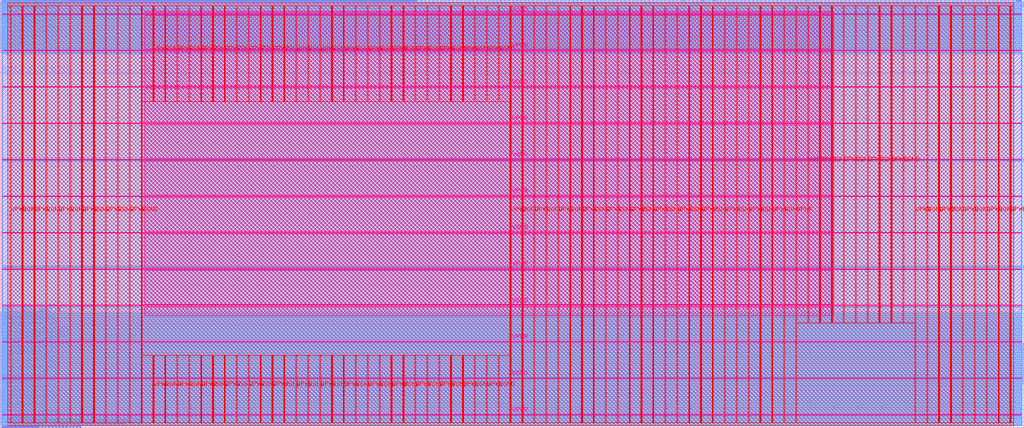
<source format=lef>
VERSION 5.7 ;
  NOWIREEXTENSIONATPIN ON ;
  DIVIDERCHAR "/" ;
  BUSBITCHARS "[]" ;
MACRO mgmt_core
  CLASS BLOCK ;
  FOREIGN mgmt_core ;
  ORIGIN 0.000 0.000 ;
  SIZE 2150.000 BY 900.000 ;
  PIN clock
    DIRECTION INPUT ;
    USE SIGNAL ;
    PORT
      LAYER met2 ;
        RECT 2.850 0.000 3.130 4.000 ;
    END
  END clock
  PIN core_clk
    DIRECTION OUTPUT TRISTATE ;
    USE SIGNAL ;
    PORT
      LAYER met2 ;
        RECT 58.970 896.000 59.250 900.000 ;
    END
  END core_clk
  PIN core_rstn
    DIRECTION OUTPUT TRISTATE ;
    USE SIGNAL ;
    PORT
      LAYER met2 ;
        RECT 386.490 896.000 386.770 900.000 ;
    END
  END core_rstn
  PIN flash_clk
    DIRECTION OUTPUT TRISTATE ;
    USE SIGNAL ;
    PORT
      LAYER met2 ;
        RECT 4.690 0.000 4.970 4.000 ;
    END
  END flash_clk
  PIN flash_clk_ieb
    DIRECTION OUTPUT TRISTATE ;
    USE SIGNAL ;
    PORT
      LAYER met3 ;
        RECT 0.000 5.480 4.000 6.080 ;
    END
  END flash_clk_ieb
  PIN flash_clk_oeb
    DIRECTION OUTPUT TRISTATE ;
    USE SIGNAL ;
    PORT
      LAYER met2 ;
        RECT 6.530 0.000 6.810 4.000 ;
    END
  END flash_clk_oeb
  PIN flash_csb
    DIRECTION OUTPUT TRISTATE ;
    USE SIGNAL ;
    PORT
      LAYER met3 ;
        RECT 0.000 8.200 4.000 8.800 ;
    END
  END flash_csb
  PIN flash_csb_ieb
    DIRECTION OUTPUT TRISTATE ;
    USE SIGNAL ;
    PORT
      LAYER met2 ;
        RECT 8.370 0.000 8.650 4.000 ;
    END
  END flash_csb_ieb
  PIN flash_csb_oeb
    DIRECTION OUTPUT TRISTATE ;
    USE SIGNAL ;
    PORT
      LAYER met2 ;
        RECT 10.210 0.000 10.490 4.000 ;
    END
  END flash_csb_oeb
  PIN flash_io0_di
    DIRECTION INPUT ;
    USE SIGNAL ;
    PORT
      LAYER met3 ;
        RECT 0.000 10.920 4.000 11.520 ;
    END
  END flash_io0_di
  PIN flash_io0_do
    DIRECTION OUTPUT TRISTATE ;
    USE SIGNAL ;
    PORT
      LAYER met2 ;
        RECT 12.050 0.000 12.330 4.000 ;
    END
  END flash_io0_do
  PIN flash_io0_ieb
    DIRECTION OUTPUT TRISTATE ;
    USE SIGNAL ;
    PORT
      LAYER met3 ;
        RECT 0.000 13.640 4.000 14.240 ;
    END
  END flash_io0_ieb
  PIN flash_io0_oeb
    DIRECTION OUTPUT TRISTATE ;
    USE SIGNAL ;
    PORT
      LAYER met2 ;
        RECT 13.890 0.000 14.170 4.000 ;
    END
  END flash_io0_oeb
  PIN flash_io1_di
    DIRECTION INPUT ;
    USE SIGNAL ;
    PORT
      LAYER met2 ;
        RECT 15.730 0.000 16.010 4.000 ;
    END
  END flash_io1_di
  PIN flash_io1_do
    DIRECTION OUTPUT TRISTATE ;
    USE SIGNAL ;
    PORT
      LAYER met3 ;
        RECT 0.000 16.360 4.000 16.960 ;
    END
  END flash_io1_do
  PIN flash_io1_ieb
    DIRECTION OUTPUT TRISTATE ;
    USE SIGNAL ;
    PORT
      LAYER met2 ;
        RECT 17.570 0.000 17.850 4.000 ;
    END
  END flash_io1_ieb
  PIN flash_io1_oeb
    DIRECTION OUTPUT TRISTATE ;
    USE SIGNAL ;
    PORT
      LAYER met3 ;
        RECT 0.000 19.080 4.000 19.680 ;
    END
  END flash_io1_oeb
  PIN gpio_in_pad
    DIRECTION INPUT ;
    USE SIGNAL ;
    PORT
      LAYER met2 ;
        RECT 19.410 0.000 19.690 4.000 ;
    END
  END gpio_in_pad
  PIN gpio_inenb_pad
    DIRECTION OUTPUT TRISTATE ;
    USE SIGNAL ;
    PORT
      LAYER met2 ;
        RECT 21.250 0.000 21.530 4.000 ;
    END
  END gpio_inenb_pad
  PIN gpio_mode0_pad
    DIRECTION OUTPUT TRISTATE ;
    USE SIGNAL ;
    PORT
      LAYER met3 ;
        RECT 0.000 21.800 4.000 22.400 ;
    END
  END gpio_mode0_pad
  PIN gpio_mode1_pad
    DIRECTION OUTPUT TRISTATE ;
    USE SIGNAL ;
    PORT
      LAYER met2 ;
        RECT 23.090 0.000 23.370 4.000 ;
    END
  END gpio_mode1_pad
  PIN gpio_out_pad
    DIRECTION OUTPUT TRISTATE ;
    USE SIGNAL ;
    PORT
      LAYER met3 ;
        RECT 0.000 24.520 4.000 25.120 ;
    END
  END gpio_out_pad
  PIN gpio_outenb_pad
    DIRECTION OUTPUT TRISTATE ;
    USE SIGNAL ;
    PORT
      LAYER met2 ;
        RECT 24.930 0.000 25.210 4.000 ;
    END
  END gpio_outenb_pad
  PIN jtag_out
    DIRECTION OUTPUT TRISTATE ;
    USE SIGNAL ;
    PORT
      LAYER met3 ;
        RECT 2146.000 337.320 2150.000 337.920 ;
    END
  END jtag_out
  PIN jtag_outenb
    DIRECTION OUTPUT TRISTATE ;
    USE SIGNAL ;
    PORT
      LAYER met3 ;
        RECT 2146.000 334.600 2150.000 335.200 ;
    END
  END jtag_outenb
  PIN la_input[0]
    DIRECTION INPUT ;
    USE SIGNAL ;
    PORT
      LAYER met2 ;
        RECT 388.330 896.000 388.610 900.000 ;
    END
  END la_input[0]
  PIN la_input[100]
    DIRECTION INPUT ;
    USE SIGNAL ;
    PORT
      LAYER met2 ;
        RECT 384.650 896.000 384.930 900.000 ;
    END
  END la_input[100]
  PIN la_input[101]
    DIRECTION INPUT ;
    USE SIGNAL ;
    PORT
      LAYER met2 ;
        RECT 390.170 896.000 390.450 900.000 ;
    END
  END la_input[101]
  PIN la_input[102]
    DIRECTION INPUT ;
    USE SIGNAL ;
    PORT
      LAYER met2 ;
        RECT 382.810 896.000 383.090 900.000 ;
    END
  END la_input[102]
  PIN la_input[103]
    DIRECTION INPUT ;
    USE SIGNAL ;
    PORT
      LAYER met2 ;
        RECT 392.010 896.000 392.290 900.000 ;
    END
  END la_input[103]
  PIN la_input[104]
    DIRECTION INPUT ;
    USE SIGNAL ;
    PORT
      LAYER met2 ;
        RECT 380.970 896.000 381.250 900.000 ;
    END
  END la_input[104]
  PIN la_input[105]
    DIRECTION INPUT ;
    USE SIGNAL ;
    PORT
      LAYER met2 ;
        RECT 393.850 896.000 394.130 900.000 ;
    END
  END la_input[105]
  PIN la_input[106]
    DIRECTION INPUT ;
    USE SIGNAL ;
    PORT
      LAYER met2 ;
        RECT 379.130 896.000 379.410 900.000 ;
    END
  END la_input[106]
  PIN la_input[107]
    DIRECTION INPUT ;
    USE SIGNAL ;
    PORT
      LAYER met2 ;
        RECT 395.690 896.000 395.970 900.000 ;
    END
  END la_input[107]
  PIN la_input[108]
    DIRECTION INPUT ;
    USE SIGNAL ;
    PORT
      LAYER met2 ;
        RECT 377.290 896.000 377.570 900.000 ;
    END
  END la_input[108]
  PIN la_input[109]
    DIRECTION INPUT ;
    USE SIGNAL ;
    PORT
      LAYER met2 ;
        RECT 397.530 896.000 397.810 900.000 ;
    END
  END la_input[109]
  PIN la_input[10]
    DIRECTION INPUT ;
    USE SIGNAL ;
    PORT
      LAYER met2 ;
        RECT 375.450 896.000 375.730 900.000 ;
    END
  END la_input[10]
  PIN la_input[110]
    DIRECTION INPUT ;
    USE SIGNAL ;
    PORT
      LAYER met2 ;
        RECT 399.370 896.000 399.650 900.000 ;
    END
  END la_input[110]
  PIN la_input[111]
    DIRECTION INPUT ;
    USE SIGNAL ;
    PORT
      LAYER met2 ;
        RECT 373.610 896.000 373.890 900.000 ;
    END
  END la_input[111]
  PIN la_input[112]
    DIRECTION INPUT ;
    USE SIGNAL ;
    PORT
      LAYER met2 ;
        RECT 401.210 896.000 401.490 900.000 ;
    END
  END la_input[112]
  PIN la_input[113]
    DIRECTION INPUT ;
    USE SIGNAL ;
    PORT
      LAYER met2 ;
        RECT 371.770 896.000 372.050 900.000 ;
    END
  END la_input[113]
  PIN la_input[114]
    DIRECTION INPUT ;
    USE SIGNAL ;
    PORT
      LAYER met2 ;
        RECT 403.050 896.000 403.330 900.000 ;
    END
  END la_input[114]
  PIN la_input[115]
    DIRECTION INPUT ;
    USE SIGNAL ;
    PORT
      LAYER met2 ;
        RECT 369.930 896.000 370.210 900.000 ;
    END
  END la_input[115]
  PIN la_input[116]
    DIRECTION INPUT ;
    USE SIGNAL ;
    PORT
      LAYER met2 ;
        RECT 404.890 896.000 405.170 900.000 ;
    END
  END la_input[116]
  PIN la_input[117]
    DIRECTION INPUT ;
    USE SIGNAL ;
    PORT
      LAYER met2 ;
        RECT 368.090 896.000 368.370 900.000 ;
    END
  END la_input[117]
  PIN la_input[118]
    DIRECTION INPUT ;
    USE SIGNAL ;
    PORT
      LAYER met2 ;
        RECT 406.730 896.000 407.010 900.000 ;
    END
  END la_input[118]
  PIN la_input[119]
    DIRECTION INPUT ;
    USE SIGNAL ;
    PORT
      LAYER met2 ;
        RECT 366.250 896.000 366.530 900.000 ;
    END
  END la_input[119]
  PIN la_input[11]
    DIRECTION INPUT ;
    USE SIGNAL ;
    PORT
      LAYER met2 ;
        RECT 408.570 896.000 408.850 900.000 ;
    END
  END la_input[11]
  PIN la_input[120]
    DIRECTION INPUT ;
    USE SIGNAL ;
    PORT
      LAYER met2 ;
        RECT 364.410 896.000 364.690 900.000 ;
    END
  END la_input[120]
  PIN la_input[121]
    DIRECTION INPUT ;
    USE SIGNAL ;
    PORT
      LAYER met2 ;
        RECT 410.410 896.000 410.690 900.000 ;
    END
  END la_input[121]
  PIN la_input[122]
    DIRECTION INPUT ;
    USE SIGNAL ;
    PORT
      LAYER met2 ;
        RECT 362.570 896.000 362.850 900.000 ;
    END
  END la_input[122]
  PIN la_input[123]
    DIRECTION INPUT ;
    USE SIGNAL ;
    PORT
      LAYER met2 ;
        RECT 412.250 896.000 412.530 900.000 ;
    END
  END la_input[123]
  PIN la_input[124]
    DIRECTION INPUT ;
    USE SIGNAL ;
    PORT
      LAYER met2 ;
        RECT 360.730 896.000 361.010 900.000 ;
    END
  END la_input[124]
  PIN la_input[125]
    DIRECTION INPUT ;
    USE SIGNAL ;
    PORT
      LAYER met2 ;
        RECT 414.090 896.000 414.370 900.000 ;
    END
  END la_input[125]
  PIN la_input[126]
    DIRECTION INPUT ;
    USE SIGNAL ;
    PORT
      LAYER met2 ;
        RECT 358.890 896.000 359.170 900.000 ;
    END
  END la_input[126]
  PIN la_input[127]
    DIRECTION INPUT ;
    USE SIGNAL ;
    PORT
      LAYER met2 ;
        RECT 415.930 896.000 416.210 900.000 ;
    END
  END la_input[127]
  PIN la_input[12]
    DIRECTION INPUT ;
    USE SIGNAL ;
    PORT
      LAYER met2 ;
        RECT 357.050 896.000 357.330 900.000 ;
    END
  END la_input[12]
  PIN la_input[13]
    DIRECTION INPUT ;
    USE SIGNAL ;
    PORT
      LAYER met2 ;
        RECT 417.770 896.000 418.050 900.000 ;
    END
  END la_input[13]
  PIN la_input[14]
    DIRECTION INPUT ;
    USE SIGNAL ;
    PORT
      LAYER met2 ;
        RECT 355.210 896.000 355.490 900.000 ;
    END
  END la_input[14]
  PIN la_input[15]
    DIRECTION INPUT ;
    USE SIGNAL ;
    PORT
      LAYER met2 ;
        RECT 419.610 896.000 419.890 900.000 ;
    END
  END la_input[15]
  PIN la_input[16]
    DIRECTION INPUT ;
    USE SIGNAL ;
    PORT
      LAYER met2 ;
        RECT 353.370 896.000 353.650 900.000 ;
    END
  END la_input[16]
  PIN la_input[17]
    DIRECTION INPUT ;
    USE SIGNAL ;
    PORT
      LAYER met2 ;
        RECT 421.450 896.000 421.730 900.000 ;
    END
  END la_input[17]
  PIN la_input[18]
    DIRECTION INPUT ;
    USE SIGNAL ;
    PORT
      LAYER met2 ;
        RECT 351.530 896.000 351.810 900.000 ;
    END
  END la_input[18]
  PIN la_input[19]
    DIRECTION INPUT ;
    USE SIGNAL ;
    PORT
      LAYER met2 ;
        RECT 423.290 896.000 423.570 900.000 ;
    END
  END la_input[19]
  PIN la_input[1]
    DIRECTION INPUT ;
    USE SIGNAL ;
    PORT
      LAYER met2 ;
        RECT 349.690 896.000 349.970 900.000 ;
    END
  END la_input[1]
  PIN la_input[20]
    DIRECTION INPUT ;
    USE SIGNAL ;
    PORT
      LAYER met2 ;
        RECT 425.130 896.000 425.410 900.000 ;
    END
  END la_input[20]
  PIN la_input[21]
    DIRECTION INPUT ;
    USE SIGNAL ;
    PORT
      LAYER met2 ;
        RECT 347.850 896.000 348.130 900.000 ;
    END
  END la_input[21]
  PIN la_input[22]
    DIRECTION INPUT ;
    USE SIGNAL ;
    PORT
      LAYER met2 ;
        RECT 426.970 896.000 427.250 900.000 ;
    END
  END la_input[22]
  PIN la_input[23]
    DIRECTION INPUT ;
    USE SIGNAL ;
    PORT
      LAYER met2 ;
        RECT 346.010 896.000 346.290 900.000 ;
    END
  END la_input[23]
  PIN la_input[24]
    DIRECTION INPUT ;
    USE SIGNAL ;
    PORT
      LAYER met2 ;
        RECT 428.810 896.000 429.090 900.000 ;
    END
  END la_input[24]
  PIN la_input[25]
    DIRECTION INPUT ;
    USE SIGNAL ;
    PORT
      LAYER met2 ;
        RECT 344.170 896.000 344.450 900.000 ;
    END
  END la_input[25]
  PIN la_input[26]
    DIRECTION INPUT ;
    USE SIGNAL ;
    PORT
      LAYER met2 ;
        RECT 430.650 896.000 430.930 900.000 ;
    END
  END la_input[26]
  PIN la_input[27]
    DIRECTION INPUT ;
    USE SIGNAL ;
    PORT
      LAYER met2 ;
        RECT 342.330 896.000 342.610 900.000 ;
    END
  END la_input[27]
  PIN la_input[28]
    DIRECTION INPUT ;
    USE SIGNAL ;
    PORT
      LAYER met2 ;
        RECT 432.490 896.000 432.770 900.000 ;
    END
  END la_input[28]
  PIN la_input[29]
    DIRECTION INPUT ;
    USE SIGNAL ;
    PORT
      LAYER met2 ;
        RECT 340.490 896.000 340.770 900.000 ;
    END
  END la_input[29]
  PIN la_input[2]
    DIRECTION INPUT ;
    USE SIGNAL ;
    PORT
      LAYER met2 ;
        RECT 434.330 896.000 434.610 900.000 ;
    END
  END la_input[2]
  PIN la_input[30]
    DIRECTION INPUT ;
    USE SIGNAL ;
    PORT
      LAYER met2 ;
        RECT 338.650 896.000 338.930 900.000 ;
    END
  END la_input[30]
  PIN la_input[31]
    DIRECTION INPUT ;
    USE SIGNAL ;
    PORT
      LAYER met2 ;
        RECT 436.170 896.000 436.450 900.000 ;
    END
  END la_input[31]
  PIN la_input[32]
    DIRECTION INPUT ;
    USE SIGNAL ;
    PORT
      LAYER met2 ;
        RECT 336.810 896.000 337.090 900.000 ;
    END
  END la_input[32]
  PIN la_input[33]
    DIRECTION INPUT ;
    USE SIGNAL ;
    PORT
      LAYER met2 ;
        RECT 438.010 896.000 438.290 900.000 ;
    END
  END la_input[33]
  PIN la_input[34]
    DIRECTION INPUT ;
    USE SIGNAL ;
    PORT
      LAYER met2 ;
        RECT 334.970 896.000 335.250 900.000 ;
    END
  END la_input[34]
  PIN la_input[35]
    DIRECTION INPUT ;
    USE SIGNAL ;
    PORT
      LAYER met2 ;
        RECT 439.850 896.000 440.130 900.000 ;
    END
  END la_input[35]
  PIN la_input[36]
    DIRECTION INPUT ;
    USE SIGNAL ;
    PORT
      LAYER met2 ;
        RECT 333.130 896.000 333.410 900.000 ;
    END
  END la_input[36]
  PIN la_input[37]
    DIRECTION INPUT ;
    USE SIGNAL ;
    PORT
      LAYER met2 ;
        RECT 441.690 896.000 441.970 900.000 ;
    END
  END la_input[37]
  PIN la_input[38]
    DIRECTION INPUT ;
    USE SIGNAL ;
    PORT
      LAYER met2 ;
        RECT 331.290 896.000 331.570 900.000 ;
    END
  END la_input[38]
  PIN la_input[39]
    DIRECTION INPUT ;
    USE SIGNAL ;
    PORT
      LAYER met2 ;
        RECT 443.530 896.000 443.810 900.000 ;
    END
  END la_input[39]
  PIN la_input[3]
    DIRECTION INPUT ;
    USE SIGNAL ;
    PORT
      LAYER met2 ;
        RECT 329.450 896.000 329.730 900.000 ;
    END
  END la_input[3]
  PIN la_input[40]
    DIRECTION INPUT ;
    USE SIGNAL ;
    PORT
      LAYER met2 ;
        RECT 445.370 896.000 445.650 900.000 ;
    END
  END la_input[40]
  PIN la_input[41]
    DIRECTION INPUT ;
    USE SIGNAL ;
    PORT
      LAYER met2 ;
        RECT 327.610 896.000 327.890 900.000 ;
    END
  END la_input[41]
  PIN la_input[42]
    DIRECTION INPUT ;
    USE SIGNAL ;
    PORT
      LAYER met2 ;
        RECT 447.210 896.000 447.490 900.000 ;
    END
  END la_input[42]
  PIN la_input[43]
    DIRECTION INPUT ;
    USE SIGNAL ;
    PORT
      LAYER met2 ;
        RECT 325.770 896.000 326.050 900.000 ;
    END
  END la_input[43]
  PIN la_input[44]
    DIRECTION INPUT ;
    USE SIGNAL ;
    PORT
      LAYER met2 ;
        RECT 449.050 896.000 449.330 900.000 ;
    END
  END la_input[44]
  PIN la_input[45]
    DIRECTION INPUT ;
    USE SIGNAL ;
    PORT
      LAYER met2 ;
        RECT 323.930 896.000 324.210 900.000 ;
    END
  END la_input[45]
  PIN la_input[46]
    DIRECTION INPUT ;
    USE SIGNAL ;
    PORT
      LAYER met2 ;
        RECT 450.890 896.000 451.170 900.000 ;
    END
  END la_input[46]
  PIN la_input[47]
    DIRECTION INPUT ;
    USE SIGNAL ;
    PORT
      LAYER met2 ;
        RECT 322.090 896.000 322.370 900.000 ;
    END
  END la_input[47]
  PIN la_input[48]
    DIRECTION INPUT ;
    USE SIGNAL ;
    PORT
      LAYER met2 ;
        RECT 452.730 896.000 453.010 900.000 ;
    END
  END la_input[48]
  PIN la_input[49]
    DIRECTION INPUT ;
    USE SIGNAL ;
    PORT
      LAYER met2 ;
        RECT 320.250 896.000 320.530 900.000 ;
    END
  END la_input[49]
  PIN la_input[4]
    DIRECTION INPUT ;
    USE SIGNAL ;
    PORT
      LAYER met2 ;
        RECT 454.570 896.000 454.850 900.000 ;
    END
  END la_input[4]
  PIN la_input[50]
    DIRECTION INPUT ;
    USE SIGNAL ;
    PORT
      LAYER met2 ;
        RECT 318.410 896.000 318.690 900.000 ;
    END
  END la_input[50]
  PIN la_input[51]
    DIRECTION INPUT ;
    USE SIGNAL ;
    PORT
      LAYER met2 ;
        RECT 456.410 896.000 456.690 900.000 ;
    END
  END la_input[51]
  PIN la_input[52]
    DIRECTION INPUT ;
    USE SIGNAL ;
    PORT
      LAYER met2 ;
        RECT 316.570 896.000 316.850 900.000 ;
    END
  END la_input[52]
  PIN la_input[53]
    DIRECTION INPUT ;
    USE SIGNAL ;
    PORT
      LAYER met2 ;
        RECT 458.250 896.000 458.530 900.000 ;
    END
  END la_input[53]
  PIN la_input[54]
    DIRECTION INPUT ;
    USE SIGNAL ;
    PORT
      LAYER met2 ;
        RECT 314.730 896.000 315.010 900.000 ;
    END
  END la_input[54]
  PIN la_input[55]
    DIRECTION INPUT ;
    USE SIGNAL ;
    PORT
      LAYER met2 ;
        RECT 460.090 896.000 460.370 900.000 ;
    END
  END la_input[55]
  PIN la_input[56]
    DIRECTION INPUT ;
    USE SIGNAL ;
    PORT
      LAYER met2 ;
        RECT 312.890 896.000 313.170 900.000 ;
    END
  END la_input[56]
  PIN la_input[57]
    DIRECTION INPUT ;
    USE SIGNAL ;
    PORT
      LAYER met2 ;
        RECT 461.930 896.000 462.210 900.000 ;
    END
  END la_input[57]
  PIN la_input[58]
    DIRECTION INPUT ;
    USE SIGNAL ;
    PORT
      LAYER met2 ;
        RECT 311.050 896.000 311.330 900.000 ;
    END
  END la_input[58]
  PIN la_input[59]
    DIRECTION INPUT ;
    USE SIGNAL ;
    PORT
      LAYER met2 ;
        RECT 463.770 896.000 464.050 900.000 ;
    END
  END la_input[59]
  PIN la_input[5]
    DIRECTION INPUT ;
    USE SIGNAL ;
    PORT
      LAYER met2 ;
        RECT 309.210 896.000 309.490 900.000 ;
    END
  END la_input[5]
  PIN la_input[60]
    DIRECTION INPUT ;
    USE SIGNAL ;
    PORT
      LAYER met2 ;
        RECT 465.610 896.000 465.890 900.000 ;
    END
  END la_input[60]
  PIN la_input[61]
    DIRECTION INPUT ;
    USE SIGNAL ;
    PORT
      LAYER met2 ;
        RECT 307.370 896.000 307.650 900.000 ;
    END
  END la_input[61]
  PIN la_input[62]
    DIRECTION INPUT ;
    USE SIGNAL ;
    PORT
      LAYER met2 ;
        RECT 467.450 896.000 467.730 900.000 ;
    END
  END la_input[62]
  PIN la_input[63]
    DIRECTION INPUT ;
    USE SIGNAL ;
    PORT
      LAYER met2 ;
        RECT 305.530 896.000 305.810 900.000 ;
    END
  END la_input[63]
  PIN la_input[64]
    DIRECTION INPUT ;
    USE SIGNAL ;
    PORT
      LAYER met2 ;
        RECT 469.290 896.000 469.570 900.000 ;
    END
  END la_input[64]
  PIN la_input[65]
    DIRECTION INPUT ;
    USE SIGNAL ;
    PORT
      LAYER met2 ;
        RECT 303.690 896.000 303.970 900.000 ;
    END
  END la_input[65]
  PIN la_input[66]
    DIRECTION INPUT ;
    USE SIGNAL ;
    PORT
      LAYER met2 ;
        RECT 471.130 896.000 471.410 900.000 ;
    END
  END la_input[66]
  PIN la_input[67]
    DIRECTION INPUT ;
    USE SIGNAL ;
    PORT
      LAYER met2 ;
        RECT 301.850 896.000 302.130 900.000 ;
    END
  END la_input[67]
  PIN la_input[68]
    DIRECTION INPUT ;
    USE SIGNAL ;
    PORT
      LAYER met2 ;
        RECT 472.970 896.000 473.250 900.000 ;
    END
  END la_input[68]
  PIN la_input[69]
    DIRECTION INPUT ;
    USE SIGNAL ;
    PORT
      LAYER met2 ;
        RECT 300.010 896.000 300.290 900.000 ;
    END
  END la_input[69]
  PIN la_input[6]
    DIRECTION INPUT ;
    USE SIGNAL ;
    PORT
      LAYER met2 ;
        RECT 474.810 896.000 475.090 900.000 ;
    END
  END la_input[6]
  PIN la_input[70]
    DIRECTION INPUT ;
    USE SIGNAL ;
    PORT
      LAYER met2 ;
        RECT 298.170 896.000 298.450 900.000 ;
    END
  END la_input[70]
  PIN la_input[71]
    DIRECTION INPUT ;
    USE SIGNAL ;
    PORT
      LAYER met2 ;
        RECT 476.650 896.000 476.930 900.000 ;
    END
  END la_input[71]
  PIN la_input[72]
    DIRECTION INPUT ;
    USE SIGNAL ;
    PORT
      LAYER met2 ;
        RECT 296.330 896.000 296.610 900.000 ;
    END
  END la_input[72]
  PIN la_input[73]
    DIRECTION INPUT ;
    USE SIGNAL ;
    PORT
      LAYER met2 ;
        RECT 478.490 896.000 478.770 900.000 ;
    END
  END la_input[73]
  PIN la_input[74]
    DIRECTION INPUT ;
    USE SIGNAL ;
    PORT
      LAYER met2 ;
        RECT 294.490 896.000 294.770 900.000 ;
    END
  END la_input[74]
  PIN la_input[75]
    DIRECTION INPUT ;
    USE SIGNAL ;
    PORT
      LAYER met2 ;
        RECT 480.330 896.000 480.610 900.000 ;
    END
  END la_input[75]
  PIN la_input[76]
    DIRECTION INPUT ;
    USE SIGNAL ;
    PORT
      LAYER met2 ;
        RECT 292.650 896.000 292.930 900.000 ;
    END
  END la_input[76]
  PIN la_input[77]
    DIRECTION INPUT ;
    USE SIGNAL ;
    PORT
      LAYER met2 ;
        RECT 482.170 896.000 482.450 900.000 ;
    END
  END la_input[77]
  PIN la_input[78]
    DIRECTION INPUT ;
    USE SIGNAL ;
    PORT
      LAYER met2 ;
        RECT 290.810 896.000 291.090 900.000 ;
    END
  END la_input[78]
  PIN la_input[79]
    DIRECTION INPUT ;
    USE SIGNAL ;
    PORT
      LAYER met2 ;
        RECT 484.010 896.000 484.290 900.000 ;
    END
  END la_input[79]
  PIN la_input[7]
    DIRECTION INPUT ;
    USE SIGNAL ;
    PORT
      LAYER met2 ;
        RECT 288.970 896.000 289.250 900.000 ;
    END
  END la_input[7]
  PIN la_input[80]
    DIRECTION INPUT ;
    USE SIGNAL ;
    PORT
      LAYER met2 ;
        RECT 485.850 896.000 486.130 900.000 ;
    END
  END la_input[80]
  PIN la_input[81]
    DIRECTION INPUT ;
    USE SIGNAL ;
    PORT
      LAYER met2 ;
        RECT 287.130 896.000 287.410 900.000 ;
    END
  END la_input[81]
  PIN la_input[82]
    DIRECTION INPUT ;
    USE SIGNAL ;
    PORT
      LAYER met2 ;
        RECT 487.690 896.000 487.970 900.000 ;
    END
  END la_input[82]
  PIN la_input[83]
    DIRECTION INPUT ;
    USE SIGNAL ;
    PORT
      LAYER met2 ;
        RECT 285.290 896.000 285.570 900.000 ;
    END
  END la_input[83]
  PIN la_input[84]
    DIRECTION INPUT ;
    USE SIGNAL ;
    PORT
      LAYER met2 ;
        RECT 489.530 896.000 489.810 900.000 ;
    END
  END la_input[84]
  PIN la_input[85]
    DIRECTION INPUT ;
    USE SIGNAL ;
    PORT
      LAYER met2 ;
        RECT 283.450 896.000 283.730 900.000 ;
    END
  END la_input[85]
  PIN la_input[86]
    DIRECTION INPUT ;
    USE SIGNAL ;
    PORT
      LAYER met2 ;
        RECT 491.370 896.000 491.650 900.000 ;
    END
  END la_input[86]
  PIN la_input[87]
    DIRECTION INPUT ;
    USE SIGNAL ;
    PORT
      LAYER met2 ;
        RECT 281.610 896.000 281.890 900.000 ;
    END
  END la_input[87]
  PIN la_input[88]
    DIRECTION INPUT ;
    USE SIGNAL ;
    PORT
      LAYER met2 ;
        RECT 493.210 896.000 493.490 900.000 ;
    END
  END la_input[88]
  PIN la_input[89]
    DIRECTION INPUT ;
    USE SIGNAL ;
    PORT
      LAYER met2 ;
        RECT 279.770 896.000 280.050 900.000 ;
    END
  END la_input[89]
  PIN la_input[8]
    DIRECTION INPUT ;
    USE SIGNAL ;
    PORT
      LAYER met2 ;
        RECT 495.050 896.000 495.330 900.000 ;
    END
  END la_input[8]
  PIN la_input[90]
    DIRECTION INPUT ;
    USE SIGNAL ;
    PORT
      LAYER met2 ;
        RECT 277.930 896.000 278.210 900.000 ;
    END
  END la_input[90]
  PIN la_input[91]
    DIRECTION INPUT ;
    USE SIGNAL ;
    PORT
      LAYER met2 ;
        RECT 496.890 896.000 497.170 900.000 ;
    END
  END la_input[91]
  PIN la_input[92]
    DIRECTION INPUT ;
    USE SIGNAL ;
    PORT
      LAYER met2 ;
        RECT 276.090 896.000 276.370 900.000 ;
    END
  END la_input[92]
  PIN la_input[93]
    DIRECTION INPUT ;
    USE SIGNAL ;
    PORT
      LAYER met2 ;
        RECT 498.730 896.000 499.010 900.000 ;
    END
  END la_input[93]
  PIN la_input[94]
    DIRECTION INPUT ;
    USE SIGNAL ;
    PORT
      LAYER met2 ;
        RECT 274.250 896.000 274.530 900.000 ;
    END
  END la_input[94]
  PIN la_input[95]
    DIRECTION INPUT ;
    USE SIGNAL ;
    PORT
      LAYER met2 ;
        RECT 500.570 896.000 500.850 900.000 ;
    END
  END la_input[95]
  PIN la_input[96]
    DIRECTION INPUT ;
    USE SIGNAL ;
    PORT
      LAYER met2 ;
        RECT 272.410 896.000 272.690 900.000 ;
    END
  END la_input[96]
  PIN la_input[97]
    DIRECTION INPUT ;
    USE SIGNAL ;
    PORT
      LAYER met2 ;
        RECT 502.410 896.000 502.690 900.000 ;
    END
  END la_input[97]
  PIN la_input[98]
    DIRECTION INPUT ;
    USE SIGNAL ;
    PORT
      LAYER met2 ;
        RECT 270.570 896.000 270.850 900.000 ;
    END
  END la_input[98]
  PIN la_input[99]
    DIRECTION INPUT ;
    USE SIGNAL ;
    PORT
      LAYER met2 ;
        RECT 504.250 896.000 504.530 900.000 ;
    END
  END la_input[99]
  PIN la_input[9]
    DIRECTION INPUT ;
    USE SIGNAL ;
    PORT
      LAYER met2 ;
        RECT 268.730 896.000 269.010 900.000 ;
    END
  END la_input[9]
  PIN la_oen[0]
    DIRECTION OUTPUT TRISTATE ;
    USE SIGNAL ;
    PORT
      LAYER met2 ;
        RECT 506.090 896.000 506.370 900.000 ;
    END
  END la_oen[0]
  PIN la_oen[100]
    DIRECTION OUTPUT TRISTATE ;
    USE SIGNAL ;
    PORT
      LAYER met2 ;
        RECT 266.890 896.000 267.170 900.000 ;
    END
  END la_oen[100]
  PIN la_oen[101]
    DIRECTION OUTPUT TRISTATE ;
    USE SIGNAL ;
    PORT
      LAYER met2 ;
        RECT 507.930 896.000 508.210 900.000 ;
    END
  END la_oen[101]
  PIN la_oen[102]
    DIRECTION OUTPUT TRISTATE ;
    USE SIGNAL ;
    PORT
      LAYER met2 ;
        RECT 265.050 896.000 265.330 900.000 ;
    END
  END la_oen[102]
  PIN la_oen[103]
    DIRECTION OUTPUT TRISTATE ;
    USE SIGNAL ;
    PORT
      LAYER met2 ;
        RECT 509.770 896.000 510.050 900.000 ;
    END
  END la_oen[103]
  PIN la_oen[104]
    DIRECTION OUTPUT TRISTATE ;
    USE SIGNAL ;
    PORT
      LAYER met2 ;
        RECT 263.210 896.000 263.490 900.000 ;
    END
  END la_oen[104]
  PIN la_oen[105]
    DIRECTION OUTPUT TRISTATE ;
    USE SIGNAL ;
    PORT
      LAYER met2 ;
        RECT 511.610 896.000 511.890 900.000 ;
    END
  END la_oen[105]
  PIN la_oen[106]
    DIRECTION OUTPUT TRISTATE ;
    USE SIGNAL ;
    PORT
      LAYER met2 ;
        RECT 261.370 896.000 261.650 900.000 ;
    END
  END la_oen[106]
  PIN la_oen[107]
    DIRECTION OUTPUT TRISTATE ;
    USE SIGNAL ;
    PORT
      LAYER met2 ;
        RECT 513.450 896.000 513.730 900.000 ;
    END
  END la_oen[107]
  PIN la_oen[108]
    DIRECTION OUTPUT TRISTATE ;
    USE SIGNAL ;
    PORT
      LAYER met2 ;
        RECT 259.530 896.000 259.810 900.000 ;
    END
  END la_oen[108]
  PIN la_oen[109]
    DIRECTION OUTPUT TRISTATE ;
    USE SIGNAL ;
    PORT
      LAYER met2 ;
        RECT 515.290 896.000 515.570 900.000 ;
    END
  END la_oen[109]
  PIN la_oen[10]
    DIRECTION OUTPUT TRISTATE ;
    USE SIGNAL ;
    PORT
      LAYER met2 ;
        RECT 257.690 896.000 257.970 900.000 ;
    END
  END la_oen[10]
  PIN la_oen[110]
    DIRECTION OUTPUT TRISTATE ;
    USE SIGNAL ;
    PORT
      LAYER met2 ;
        RECT 517.130 896.000 517.410 900.000 ;
    END
  END la_oen[110]
  PIN la_oen[111]
    DIRECTION OUTPUT TRISTATE ;
    USE SIGNAL ;
    PORT
      LAYER met2 ;
        RECT 255.850 896.000 256.130 900.000 ;
    END
  END la_oen[111]
  PIN la_oen[112]
    DIRECTION OUTPUT TRISTATE ;
    USE SIGNAL ;
    PORT
      LAYER met2 ;
        RECT 518.970 896.000 519.250 900.000 ;
    END
  END la_oen[112]
  PIN la_oen[113]
    DIRECTION OUTPUT TRISTATE ;
    USE SIGNAL ;
    PORT
      LAYER met2 ;
        RECT 254.010 896.000 254.290 900.000 ;
    END
  END la_oen[113]
  PIN la_oen[114]
    DIRECTION OUTPUT TRISTATE ;
    USE SIGNAL ;
    PORT
      LAYER met2 ;
        RECT 520.810 896.000 521.090 900.000 ;
    END
  END la_oen[114]
  PIN la_oen[115]
    DIRECTION OUTPUT TRISTATE ;
    USE SIGNAL ;
    PORT
      LAYER met2 ;
        RECT 252.170 896.000 252.450 900.000 ;
    END
  END la_oen[115]
  PIN la_oen[116]
    DIRECTION OUTPUT TRISTATE ;
    USE SIGNAL ;
    PORT
      LAYER met2 ;
        RECT 522.650 896.000 522.930 900.000 ;
    END
  END la_oen[116]
  PIN la_oen[117]
    DIRECTION OUTPUT TRISTATE ;
    USE SIGNAL ;
    PORT
      LAYER met2 ;
        RECT 250.330 896.000 250.610 900.000 ;
    END
  END la_oen[117]
  PIN la_oen[118]
    DIRECTION OUTPUT TRISTATE ;
    USE SIGNAL ;
    PORT
      LAYER met2 ;
        RECT 524.490 896.000 524.770 900.000 ;
    END
  END la_oen[118]
  PIN la_oen[119]
    DIRECTION OUTPUT TRISTATE ;
    USE SIGNAL ;
    PORT
      LAYER met2 ;
        RECT 248.490 896.000 248.770 900.000 ;
    END
  END la_oen[119]
  PIN la_oen[11]
    DIRECTION OUTPUT TRISTATE ;
    USE SIGNAL ;
    PORT
      LAYER met2 ;
        RECT 526.330 896.000 526.610 900.000 ;
    END
  END la_oen[11]
  PIN la_oen[120]
    DIRECTION OUTPUT TRISTATE ;
    USE SIGNAL ;
    PORT
      LAYER met2 ;
        RECT 246.650 896.000 246.930 900.000 ;
    END
  END la_oen[120]
  PIN la_oen[121]
    DIRECTION OUTPUT TRISTATE ;
    USE SIGNAL ;
    PORT
      LAYER met2 ;
        RECT 528.170 896.000 528.450 900.000 ;
    END
  END la_oen[121]
  PIN la_oen[122]
    DIRECTION OUTPUT TRISTATE ;
    USE SIGNAL ;
    PORT
      LAYER met2 ;
        RECT 244.810 896.000 245.090 900.000 ;
    END
  END la_oen[122]
  PIN la_oen[123]
    DIRECTION OUTPUT TRISTATE ;
    USE SIGNAL ;
    PORT
      LAYER met2 ;
        RECT 530.010 896.000 530.290 900.000 ;
    END
  END la_oen[123]
  PIN la_oen[124]
    DIRECTION OUTPUT TRISTATE ;
    USE SIGNAL ;
    PORT
      LAYER met2 ;
        RECT 242.970 896.000 243.250 900.000 ;
    END
  END la_oen[124]
  PIN la_oen[125]
    DIRECTION OUTPUT TRISTATE ;
    USE SIGNAL ;
    PORT
      LAYER met2 ;
        RECT 531.850 896.000 532.130 900.000 ;
    END
  END la_oen[125]
  PIN la_oen[126]
    DIRECTION OUTPUT TRISTATE ;
    USE SIGNAL ;
    PORT
      LAYER met2 ;
        RECT 241.130 896.000 241.410 900.000 ;
    END
  END la_oen[126]
  PIN la_oen[127]
    DIRECTION OUTPUT TRISTATE ;
    USE SIGNAL ;
    PORT
      LAYER met2 ;
        RECT 533.690 896.000 533.970 900.000 ;
    END
  END la_oen[127]
  PIN la_oen[12]
    DIRECTION OUTPUT TRISTATE ;
    USE SIGNAL ;
    PORT
      LAYER met2 ;
        RECT 239.290 896.000 239.570 900.000 ;
    END
  END la_oen[12]
  PIN la_oen[13]
    DIRECTION OUTPUT TRISTATE ;
    USE SIGNAL ;
    PORT
      LAYER met2 ;
        RECT 535.530 896.000 535.810 900.000 ;
    END
  END la_oen[13]
  PIN la_oen[14]
    DIRECTION OUTPUT TRISTATE ;
    USE SIGNAL ;
    PORT
      LAYER met2 ;
        RECT 237.450 896.000 237.730 900.000 ;
    END
  END la_oen[14]
  PIN la_oen[15]
    DIRECTION OUTPUT TRISTATE ;
    USE SIGNAL ;
    PORT
      LAYER met2 ;
        RECT 537.370 896.000 537.650 900.000 ;
    END
  END la_oen[15]
  PIN la_oen[16]
    DIRECTION OUTPUT TRISTATE ;
    USE SIGNAL ;
    PORT
      LAYER met2 ;
        RECT 235.610 896.000 235.890 900.000 ;
    END
  END la_oen[16]
  PIN la_oen[17]
    DIRECTION OUTPUT TRISTATE ;
    USE SIGNAL ;
    PORT
      LAYER met2 ;
        RECT 539.210 896.000 539.490 900.000 ;
    END
  END la_oen[17]
  PIN la_oen[18]
    DIRECTION OUTPUT TRISTATE ;
    USE SIGNAL ;
    PORT
      LAYER met2 ;
        RECT 233.770 896.000 234.050 900.000 ;
    END
  END la_oen[18]
  PIN la_oen[19]
    DIRECTION OUTPUT TRISTATE ;
    USE SIGNAL ;
    PORT
      LAYER met2 ;
        RECT 541.050 896.000 541.330 900.000 ;
    END
  END la_oen[19]
  PIN la_oen[1]
    DIRECTION OUTPUT TRISTATE ;
    USE SIGNAL ;
    PORT
      LAYER met2 ;
        RECT 231.930 896.000 232.210 900.000 ;
    END
  END la_oen[1]
  PIN la_oen[20]
    DIRECTION OUTPUT TRISTATE ;
    USE SIGNAL ;
    PORT
      LAYER met2 ;
        RECT 542.890 896.000 543.170 900.000 ;
    END
  END la_oen[20]
  PIN la_oen[21]
    DIRECTION OUTPUT TRISTATE ;
    USE SIGNAL ;
    PORT
      LAYER met2 ;
        RECT 230.090 896.000 230.370 900.000 ;
    END
  END la_oen[21]
  PIN la_oen[22]
    DIRECTION OUTPUT TRISTATE ;
    USE SIGNAL ;
    PORT
      LAYER met2 ;
        RECT 544.730 896.000 545.010 900.000 ;
    END
  END la_oen[22]
  PIN la_oen[23]
    DIRECTION OUTPUT TRISTATE ;
    USE SIGNAL ;
    PORT
      LAYER met2 ;
        RECT 228.250 896.000 228.530 900.000 ;
    END
  END la_oen[23]
  PIN la_oen[24]
    DIRECTION OUTPUT TRISTATE ;
    USE SIGNAL ;
    PORT
      LAYER met2 ;
        RECT 546.570 896.000 546.850 900.000 ;
    END
  END la_oen[24]
  PIN la_oen[25]
    DIRECTION OUTPUT TRISTATE ;
    USE SIGNAL ;
    PORT
      LAYER met2 ;
        RECT 226.410 896.000 226.690 900.000 ;
    END
  END la_oen[25]
  PIN la_oen[26]
    DIRECTION OUTPUT TRISTATE ;
    USE SIGNAL ;
    PORT
      LAYER met2 ;
        RECT 548.410 896.000 548.690 900.000 ;
    END
  END la_oen[26]
  PIN la_oen[27]
    DIRECTION OUTPUT TRISTATE ;
    USE SIGNAL ;
    PORT
      LAYER met2 ;
        RECT 224.570 896.000 224.850 900.000 ;
    END
  END la_oen[27]
  PIN la_oen[28]
    DIRECTION OUTPUT TRISTATE ;
    USE SIGNAL ;
    PORT
      LAYER met2 ;
        RECT 550.250 896.000 550.530 900.000 ;
    END
  END la_oen[28]
  PIN la_oen[29]
    DIRECTION OUTPUT TRISTATE ;
    USE SIGNAL ;
    PORT
      LAYER met2 ;
        RECT 222.730 896.000 223.010 900.000 ;
    END
  END la_oen[29]
  PIN la_oen[2]
    DIRECTION OUTPUT TRISTATE ;
    USE SIGNAL ;
    PORT
      LAYER met2 ;
        RECT 552.090 896.000 552.370 900.000 ;
    END
  END la_oen[2]
  PIN la_oen[30]
    DIRECTION OUTPUT TRISTATE ;
    USE SIGNAL ;
    PORT
      LAYER met2 ;
        RECT 220.890 896.000 221.170 900.000 ;
    END
  END la_oen[30]
  PIN la_oen[31]
    DIRECTION OUTPUT TRISTATE ;
    USE SIGNAL ;
    PORT
      LAYER met2 ;
        RECT 553.930 896.000 554.210 900.000 ;
    END
  END la_oen[31]
  PIN la_oen[32]
    DIRECTION OUTPUT TRISTATE ;
    USE SIGNAL ;
    PORT
      LAYER met2 ;
        RECT 219.050 896.000 219.330 900.000 ;
    END
  END la_oen[32]
  PIN la_oen[33]
    DIRECTION OUTPUT TRISTATE ;
    USE SIGNAL ;
    PORT
      LAYER met2 ;
        RECT 555.770 896.000 556.050 900.000 ;
    END
  END la_oen[33]
  PIN la_oen[34]
    DIRECTION OUTPUT TRISTATE ;
    USE SIGNAL ;
    PORT
      LAYER met2 ;
        RECT 217.210 896.000 217.490 900.000 ;
    END
  END la_oen[34]
  PIN la_oen[35]
    DIRECTION OUTPUT TRISTATE ;
    USE SIGNAL ;
    PORT
      LAYER met2 ;
        RECT 557.610 896.000 557.890 900.000 ;
    END
  END la_oen[35]
  PIN la_oen[36]
    DIRECTION OUTPUT TRISTATE ;
    USE SIGNAL ;
    PORT
      LAYER met2 ;
        RECT 215.370 896.000 215.650 900.000 ;
    END
  END la_oen[36]
  PIN la_oen[37]
    DIRECTION OUTPUT TRISTATE ;
    USE SIGNAL ;
    PORT
      LAYER met2 ;
        RECT 559.450 896.000 559.730 900.000 ;
    END
  END la_oen[37]
  PIN la_oen[38]
    DIRECTION OUTPUT TRISTATE ;
    USE SIGNAL ;
    PORT
      LAYER met2 ;
        RECT 213.530 896.000 213.810 900.000 ;
    END
  END la_oen[38]
  PIN la_oen[39]
    DIRECTION OUTPUT TRISTATE ;
    USE SIGNAL ;
    PORT
      LAYER met2 ;
        RECT 561.290 896.000 561.570 900.000 ;
    END
  END la_oen[39]
  PIN la_oen[3]
    DIRECTION OUTPUT TRISTATE ;
    USE SIGNAL ;
    PORT
      LAYER met2 ;
        RECT 211.690 896.000 211.970 900.000 ;
    END
  END la_oen[3]
  PIN la_oen[40]
    DIRECTION OUTPUT TRISTATE ;
    USE SIGNAL ;
    PORT
      LAYER met2 ;
        RECT 563.130 896.000 563.410 900.000 ;
    END
  END la_oen[40]
  PIN la_oen[41]
    DIRECTION OUTPUT TRISTATE ;
    USE SIGNAL ;
    PORT
      LAYER met2 ;
        RECT 209.850 896.000 210.130 900.000 ;
    END
  END la_oen[41]
  PIN la_oen[42]
    DIRECTION OUTPUT TRISTATE ;
    USE SIGNAL ;
    PORT
      LAYER met2 ;
        RECT 564.970 896.000 565.250 900.000 ;
    END
  END la_oen[42]
  PIN la_oen[43]
    DIRECTION OUTPUT TRISTATE ;
    USE SIGNAL ;
    PORT
      LAYER met2 ;
        RECT 208.010 896.000 208.290 900.000 ;
    END
  END la_oen[43]
  PIN la_oen[44]
    DIRECTION OUTPUT TRISTATE ;
    USE SIGNAL ;
    PORT
      LAYER met2 ;
        RECT 566.810 896.000 567.090 900.000 ;
    END
  END la_oen[44]
  PIN la_oen[45]
    DIRECTION OUTPUT TRISTATE ;
    USE SIGNAL ;
    PORT
      LAYER met2 ;
        RECT 206.170 896.000 206.450 900.000 ;
    END
  END la_oen[45]
  PIN la_oen[46]
    DIRECTION OUTPUT TRISTATE ;
    USE SIGNAL ;
    PORT
      LAYER met2 ;
        RECT 568.650 896.000 568.930 900.000 ;
    END
  END la_oen[46]
  PIN la_oen[47]
    DIRECTION OUTPUT TRISTATE ;
    USE SIGNAL ;
    PORT
      LAYER met2 ;
        RECT 204.330 896.000 204.610 900.000 ;
    END
  END la_oen[47]
  PIN la_oen[48]
    DIRECTION OUTPUT TRISTATE ;
    USE SIGNAL ;
    PORT
      LAYER met2 ;
        RECT 570.490 896.000 570.770 900.000 ;
    END
  END la_oen[48]
  PIN la_oen[49]
    DIRECTION OUTPUT TRISTATE ;
    USE SIGNAL ;
    PORT
      LAYER met2 ;
        RECT 202.490 896.000 202.770 900.000 ;
    END
  END la_oen[49]
  PIN la_oen[4]
    DIRECTION OUTPUT TRISTATE ;
    USE SIGNAL ;
    PORT
      LAYER met2 ;
        RECT 572.330 896.000 572.610 900.000 ;
    END
  END la_oen[4]
  PIN la_oen[50]
    DIRECTION OUTPUT TRISTATE ;
    USE SIGNAL ;
    PORT
      LAYER met2 ;
        RECT 200.650 896.000 200.930 900.000 ;
    END
  END la_oen[50]
  PIN la_oen[51]
    DIRECTION OUTPUT TRISTATE ;
    USE SIGNAL ;
    PORT
      LAYER met2 ;
        RECT 574.170 896.000 574.450 900.000 ;
    END
  END la_oen[51]
  PIN la_oen[52]
    DIRECTION OUTPUT TRISTATE ;
    USE SIGNAL ;
    PORT
      LAYER met2 ;
        RECT 198.810 896.000 199.090 900.000 ;
    END
  END la_oen[52]
  PIN la_oen[53]
    DIRECTION OUTPUT TRISTATE ;
    USE SIGNAL ;
    PORT
      LAYER met2 ;
        RECT 576.010 896.000 576.290 900.000 ;
    END
  END la_oen[53]
  PIN la_oen[54]
    DIRECTION OUTPUT TRISTATE ;
    USE SIGNAL ;
    PORT
      LAYER met2 ;
        RECT 196.970 896.000 197.250 900.000 ;
    END
  END la_oen[54]
  PIN la_oen[55]
    DIRECTION OUTPUT TRISTATE ;
    USE SIGNAL ;
    PORT
      LAYER met2 ;
        RECT 577.850 896.000 578.130 900.000 ;
    END
  END la_oen[55]
  PIN la_oen[56]
    DIRECTION OUTPUT TRISTATE ;
    USE SIGNAL ;
    PORT
      LAYER met2 ;
        RECT 195.130 896.000 195.410 900.000 ;
    END
  END la_oen[56]
  PIN la_oen[57]
    DIRECTION OUTPUT TRISTATE ;
    USE SIGNAL ;
    PORT
      LAYER met2 ;
        RECT 579.690 896.000 579.970 900.000 ;
    END
  END la_oen[57]
  PIN la_oen[58]
    DIRECTION OUTPUT TRISTATE ;
    USE SIGNAL ;
    PORT
      LAYER met2 ;
        RECT 193.290 896.000 193.570 900.000 ;
    END
  END la_oen[58]
  PIN la_oen[59]
    DIRECTION OUTPUT TRISTATE ;
    USE SIGNAL ;
    PORT
      LAYER met2 ;
        RECT 581.530 896.000 581.810 900.000 ;
    END
  END la_oen[59]
  PIN la_oen[5]
    DIRECTION OUTPUT TRISTATE ;
    USE SIGNAL ;
    PORT
      LAYER met2 ;
        RECT 191.450 896.000 191.730 900.000 ;
    END
  END la_oen[5]
  PIN la_oen[60]
    DIRECTION OUTPUT TRISTATE ;
    USE SIGNAL ;
    PORT
      LAYER met2 ;
        RECT 583.370 896.000 583.650 900.000 ;
    END
  END la_oen[60]
  PIN la_oen[61]
    DIRECTION OUTPUT TRISTATE ;
    USE SIGNAL ;
    PORT
      LAYER met2 ;
        RECT 189.610 896.000 189.890 900.000 ;
    END
  END la_oen[61]
  PIN la_oen[62]
    DIRECTION OUTPUT TRISTATE ;
    USE SIGNAL ;
    PORT
      LAYER met2 ;
        RECT 585.210 896.000 585.490 900.000 ;
    END
  END la_oen[62]
  PIN la_oen[63]
    DIRECTION OUTPUT TRISTATE ;
    USE SIGNAL ;
    PORT
      LAYER met2 ;
        RECT 187.770 896.000 188.050 900.000 ;
    END
  END la_oen[63]
  PIN la_oen[64]
    DIRECTION OUTPUT TRISTATE ;
    USE SIGNAL ;
    PORT
      LAYER met2 ;
        RECT 587.050 896.000 587.330 900.000 ;
    END
  END la_oen[64]
  PIN la_oen[65]
    DIRECTION OUTPUT TRISTATE ;
    USE SIGNAL ;
    PORT
      LAYER met2 ;
        RECT 185.930 896.000 186.210 900.000 ;
    END
  END la_oen[65]
  PIN la_oen[66]
    DIRECTION OUTPUT TRISTATE ;
    USE SIGNAL ;
    PORT
      LAYER met2 ;
        RECT 588.890 896.000 589.170 900.000 ;
    END
  END la_oen[66]
  PIN la_oen[67]
    DIRECTION OUTPUT TRISTATE ;
    USE SIGNAL ;
    PORT
      LAYER met2 ;
        RECT 184.090 896.000 184.370 900.000 ;
    END
  END la_oen[67]
  PIN la_oen[68]
    DIRECTION OUTPUT TRISTATE ;
    USE SIGNAL ;
    PORT
      LAYER met2 ;
        RECT 590.730 896.000 591.010 900.000 ;
    END
  END la_oen[68]
  PIN la_oen[69]
    DIRECTION OUTPUT TRISTATE ;
    USE SIGNAL ;
    PORT
      LAYER met2 ;
        RECT 182.250 896.000 182.530 900.000 ;
    END
  END la_oen[69]
  PIN la_oen[6]
    DIRECTION OUTPUT TRISTATE ;
    USE SIGNAL ;
    PORT
      LAYER met2 ;
        RECT 592.570 896.000 592.850 900.000 ;
    END
  END la_oen[6]
  PIN la_oen[70]
    DIRECTION OUTPUT TRISTATE ;
    USE SIGNAL ;
    PORT
      LAYER met2 ;
        RECT 180.410 896.000 180.690 900.000 ;
    END
  END la_oen[70]
  PIN la_oen[71]
    DIRECTION OUTPUT TRISTATE ;
    USE SIGNAL ;
    PORT
      LAYER met2 ;
        RECT 594.410 896.000 594.690 900.000 ;
    END
  END la_oen[71]
  PIN la_oen[72]
    DIRECTION OUTPUT TRISTATE ;
    USE SIGNAL ;
    PORT
      LAYER met2 ;
        RECT 178.570 896.000 178.850 900.000 ;
    END
  END la_oen[72]
  PIN la_oen[73]
    DIRECTION OUTPUT TRISTATE ;
    USE SIGNAL ;
    PORT
      LAYER met2 ;
        RECT 596.250 896.000 596.530 900.000 ;
    END
  END la_oen[73]
  PIN la_oen[74]
    DIRECTION OUTPUT TRISTATE ;
    USE SIGNAL ;
    PORT
      LAYER met2 ;
        RECT 176.730 896.000 177.010 900.000 ;
    END
  END la_oen[74]
  PIN la_oen[75]
    DIRECTION OUTPUT TRISTATE ;
    USE SIGNAL ;
    PORT
      LAYER met2 ;
        RECT 598.090 896.000 598.370 900.000 ;
    END
  END la_oen[75]
  PIN la_oen[76]
    DIRECTION OUTPUT TRISTATE ;
    USE SIGNAL ;
    PORT
      LAYER met2 ;
        RECT 174.890 896.000 175.170 900.000 ;
    END
  END la_oen[76]
  PIN la_oen[77]
    DIRECTION OUTPUT TRISTATE ;
    USE SIGNAL ;
    PORT
      LAYER met2 ;
        RECT 599.930 896.000 600.210 900.000 ;
    END
  END la_oen[77]
  PIN la_oen[78]
    DIRECTION OUTPUT TRISTATE ;
    USE SIGNAL ;
    PORT
      LAYER met2 ;
        RECT 173.050 896.000 173.330 900.000 ;
    END
  END la_oen[78]
  PIN la_oen[79]
    DIRECTION OUTPUT TRISTATE ;
    USE SIGNAL ;
    PORT
      LAYER met2 ;
        RECT 601.770 896.000 602.050 900.000 ;
    END
  END la_oen[79]
  PIN la_oen[7]
    DIRECTION OUTPUT TRISTATE ;
    USE SIGNAL ;
    PORT
      LAYER met2 ;
        RECT 171.210 896.000 171.490 900.000 ;
    END
  END la_oen[7]
  PIN la_oen[80]
    DIRECTION OUTPUT TRISTATE ;
    USE SIGNAL ;
    PORT
      LAYER met2 ;
        RECT 603.610 896.000 603.890 900.000 ;
    END
  END la_oen[80]
  PIN la_oen[81]
    DIRECTION OUTPUT TRISTATE ;
    USE SIGNAL ;
    PORT
      LAYER met2 ;
        RECT 169.370 896.000 169.650 900.000 ;
    END
  END la_oen[81]
  PIN la_oen[82]
    DIRECTION OUTPUT TRISTATE ;
    USE SIGNAL ;
    PORT
      LAYER met2 ;
        RECT 605.450 896.000 605.730 900.000 ;
    END
  END la_oen[82]
  PIN la_oen[83]
    DIRECTION OUTPUT TRISTATE ;
    USE SIGNAL ;
    PORT
      LAYER met2 ;
        RECT 167.530 896.000 167.810 900.000 ;
    END
  END la_oen[83]
  PIN la_oen[84]
    DIRECTION OUTPUT TRISTATE ;
    USE SIGNAL ;
    PORT
      LAYER met2 ;
        RECT 607.290 896.000 607.570 900.000 ;
    END
  END la_oen[84]
  PIN la_oen[85]
    DIRECTION OUTPUT TRISTATE ;
    USE SIGNAL ;
    PORT
      LAYER met2 ;
        RECT 165.690 896.000 165.970 900.000 ;
    END
  END la_oen[85]
  PIN la_oen[86]
    DIRECTION OUTPUT TRISTATE ;
    USE SIGNAL ;
    PORT
      LAYER met2 ;
        RECT 609.130 896.000 609.410 900.000 ;
    END
  END la_oen[86]
  PIN la_oen[87]
    DIRECTION OUTPUT TRISTATE ;
    USE SIGNAL ;
    PORT
      LAYER met2 ;
        RECT 163.850 896.000 164.130 900.000 ;
    END
  END la_oen[87]
  PIN la_oen[88]
    DIRECTION OUTPUT TRISTATE ;
    USE SIGNAL ;
    PORT
      LAYER met2 ;
        RECT 610.970 896.000 611.250 900.000 ;
    END
  END la_oen[88]
  PIN la_oen[89]
    DIRECTION OUTPUT TRISTATE ;
    USE SIGNAL ;
    PORT
      LAYER met2 ;
        RECT 162.010 896.000 162.290 900.000 ;
    END
  END la_oen[89]
  PIN la_oen[8]
    DIRECTION OUTPUT TRISTATE ;
    USE SIGNAL ;
    PORT
      LAYER met2 ;
        RECT 612.810 896.000 613.090 900.000 ;
    END
  END la_oen[8]
  PIN la_oen[90]
    DIRECTION OUTPUT TRISTATE ;
    USE SIGNAL ;
    PORT
      LAYER met2 ;
        RECT 160.170 896.000 160.450 900.000 ;
    END
  END la_oen[90]
  PIN la_oen[91]
    DIRECTION OUTPUT TRISTATE ;
    USE SIGNAL ;
    PORT
      LAYER met2 ;
        RECT 614.650 896.000 614.930 900.000 ;
    END
  END la_oen[91]
  PIN la_oen[92]
    DIRECTION OUTPUT TRISTATE ;
    USE SIGNAL ;
    PORT
      LAYER met2 ;
        RECT 158.330 896.000 158.610 900.000 ;
    END
  END la_oen[92]
  PIN la_oen[93]
    DIRECTION OUTPUT TRISTATE ;
    USE SIGNAL ;
    PORT
      LAYER met2 ;
        RECT 616.490 896.000 616.770 900.000 ;
    END
  END la_oen[93]
  PIN la_oen[94]
    DIRECTION OUTPUT TRISTATE ;
    USE SIGNAL ;
    PORT
      LAYER met2 ;
        RECT 156.490 896.000 156.770 900.000 ;
    END
  END la_oen[94]
  PIN la_oen[95]
    DIRECTION OUTPUT TRISTATE ;
    USE SIGNAL ;
    PORT
      LAYER met2 ;
        RECT 618.330 896.000 618.610 900.000 ;
    END
  END la_oen[95]
  PIN la_oen[96]
    DIRECTION OUTPUT TRISTATE ;
    USE SIGNAL ;
    PORT
      LAYER met2 ;
        RECT 154.650 896.000 154.930 900.000 ;
    END
  END la_oen[96]
  PIN la_oen[97]
    DIRECTION OUTPUT TRISTATE ;
    USE SIGNAL ;
    PORT
      LAYER met2 ;
        RECT 620.170 896.000 620.450 900.000 ;
    END
  END la_oen[97]
  PIN la_oen[98]
    DIRECTION OUTPUT TRISTATE ;
    USE SIGNAL ;
    PORT
      LAYER met2 ;
        RECT 152.810 896.000 153.090 900.000 ;
    END
  END la_oen[98]
  PIN la_oen[99]
    DIRECTION OUTPUT TRISTATE ;
    USE SIGNAL ;
    PORT
      LAYER met2 ;
        RECT 622.010 896.000 622.290 900.000 ;
    END
  END la_oen[99]
  PIN la_oen[9]
    DIRECTION OUTPUT TRISTATE ;
    USE SIGNAL ;
    PORT
      LAYER met2 ;
        RECT 150.970 896.000 151.250 900.000 ;
    END
  END la_oen[9]
  PIN la_output[0]
    DIRECTION OUTPUT TRISTATE ;
    USE SIGNAL ;
    PORT
      LAYER met2 ;
        RECT 623.850 896.000 624.130 900.000 ;
    END
  END la_output[0]
  PIN la_output[100]
    DIRECTION OUTPUT TRISTATE ;
    USE SIGNAL ;
    PORT
      LAYER met2 ;
        RECT 149.130 896.000 149.410 900.000 ;
    END
  END la_output[100]
  PIN la_output[101]
    DIRECTION OUTPUT TRISTATE ;
    USE SIGNAL ;
    PORT
      LAYER met2 ;
        RECT 625.690 896.000 625.970 900.000 ;
    END
  END la_output[101]
  PIN la_output[102]
    DIRECTION OUTPUT TRISTATE ;
    USE SIGNAL ;
    PORT
      LAYER met2 ;
        RECT 147.290 896.000 147.570 900.000 ;
    END
  END la_output[102]
  PIN la_output[103]
    DIRECTION OUTPUT TRISTATE ;
    USE SIGNAL ;
    PORT
      LAYER met2 ;
        RECT 627.530 896.000 627.810 900.000 ;
    END
  END la_output[103]
  PIN la_output[104]
    DIRECTION OUTPUT TRISTATE ;
    USE SIGNAL ;
    PORT
      LAYER met2 ;
        RECT 145.450 896.000 145.730 900.000 ;
    END
  END la_output[104]
  PIN la_output[105]
    DIRECTION OUTPUT TRISTATE ;
    USE SIGNAL ;
    PORT
      LAYER met2 ;
        RECT 629.370 896.000 629.650 900.000 ;
    END
  END la_output[105]
  PIN la_output[106]
    DIRECTION OUTPUT TRISTATE ;
    USE SIGNAL ;
    PORT
      LAYER met2 ;
        RECT 143.610 896.000 143.890 900.000 ;
    END
  END la_output[106]
  PIN la_output[107]
    DIRECTION OUTPUT TRISTATE ;
    USE SIGNAL ;
    PORT
      LAYER met2 ;
        RECT 631.210 896.000 631.490 900.000 ;
    END
  END la_output[107]
  PIN la_output[108]
    DIRECTION OUTPUT TRISTATE ;
    USE SIGNAL ;
    PORT
      LAYER met2 ;
        RECT 141.770 896.000 142.050 900.000 ;
    END
  END la_output[108]
  PIN la_output[109]
    DIRECTION OUTPUT TRISTATE ;
    USE SIGNAL ;
    PORT
      LAYER met2 ;
        RECT 633.050 896.000 633.330 900.000 ;
    END
  END la_output[109]
  PIN la_output[10]
    DIRECTION OUTPUT TRISTATE ;
    USE SIGNAL ;
    PORT
      LAYER met2 ;
        RECT 139.930 896.000 140.210 900.000 ;
    END
  END la_output[10]
  PIN la_output[110]
    DIRECTION OUTPUT TRISTATE ;
    USE SIGNAL ;
    PORT
      LAYER met2 ;
        RECT 634.890 896.000 635.170 900.000 ;
    END
  END la_output[110]
  PIN la_output[111]
    DIRECTION OUTPUT TRISTATE ;
    USE SIGNAL ;
    PORT
      LAYER met2 ;
        RECT 138.090 896.000 138.370 900.000 ;
    END
  END la_output[111]
  PIN la_output[112]
    DIRECTION OUTPUT TRISTATE ;
    USE SIGNAL ;
    PORT
      LAYER met2 ;
        RECT 636.730 896.000 637.010 900.000 ;
    END
  END la_output[112]
  PIN la_output[113]
    DIRECTION OUTPUT TRISTATE ;
    USE SIGNAL ;
    PORT
      LAYER met2 ;
        RECT 136.250 896.000 136.530 900.000 ;
    END
  END la_output[113]
  PIN la_output[114]
    DIRECTION OUTPUT TRISTATE ;
    USE SIGNAL ;
    PORT
      LAYER met2 ;
        RECT 638.570 896.000 638.850 900.000 ;
    END
  END la_output[114]
  PIN la_output[115]
    DIRECTION OUTPUT TRISTATE ;
    USE SIGNAL ;
    PORT
      LAYER met2 ;
        RECT 134.410 896.000 134.690 900.000 ;
    END
  END la_output[115]
  PIN la_output[116]
    DIRECTION OUTPUT TRISTATE ;
    USE SIGNAL ;
    PORT
      LAYER met2 ;
        RECT 640.410 896.000 640.690 900.000 ;
    END
  END la_output[116]
  PIN la_output[117]
    DIRECTION OUTPUT TRISTATE ;
    USE SIGNAL ;
    PORT
      LAYER met2 ;
        RECT 132.570 896.000 132.850 900.000 ;
    END
  END la_output[117]
  PIN la_output[118]
    DIRECTION OUTPUT TRISTATE ;
    USE SIGNAL ;
    PORT
      LAYER met2 ;
        RECT 642.250 896.000 642.530 900.000 ;
    END
  END la_output[118]
  PIN la_output[119]
    DIRECTION OUTPUT TRISTATE ;
    USE SIGNAL ;
    PORT
      LAYER met2 ;
        RECT 130.730 896.000 131.010 900.000 ;
    END
  END la_output[119]
  PIN la_output[11]
    DIRECTION OUTPUT TRISTATE ;
    USE SIGNAL ;
    PORT
      LAYER met2 ;
        RECT 644.090 896.000 644.370 900.000 ;
    END
  END la_output[11]
  PIN la_output[120]
    DIRECTION OUTPUT TRISTATE ;
    USE SIGNAL ;
    PORT
      LAYER met2 ;
        RECT 128.890 896.000 129.170 900.000 ;
    END
  END la_output[120]
  PIN la_output[121]
    DIRECTION OUTPUT TRISTATE ;
    USE SIGNAL ;
    PORT
      LAYER met2 ;
        RECT 645.930 896.000 646.210 900.000 ;
    END
  END la_output[121]
  PIN la_output[122]
    DIRECTION OUTPUT TRISTATE ;
    USE SIGNAL ;
    PORT
      LAYER met2 ;
        RECT 127.050 896.000 127.330 900.000 ;
    END
  END la_output[122]
  PIN la_output[123]
    DIRECTION OUTPUT TRISTATE ;
    USE SIGNAL ;
    PORT
      LAYER met2 ;
        RECT 647.770 896.000 648.050 900.000 ;
    END
  END la_output[123]
  PIN la_output[124]
    DIRECTION OUTPUT TRISTATE ;
    USE SIGNAL ;
    PORT
      LAYER met2 ;
        RECT 125.210 896.000 125.490 900.000 ;
    END
  END la_output[124]
  PIN la_output[125]
    DIRECTION OUTPUT TRISTATE ;
    USE SIGNAL ;
    PORT
      LAYER met2 ;
        RECT 649.610 896.000 649.890 900.000 ;
    END
  END la_output[125]
  PIN la_output[126]
    DIRECTION OUTPUT TRISTATE ;
    USE SIGNAL ;
    PORT
      LAYER met2 ;
        RECT 123.370 896.000 123.650 900.000 ;
    END
  END la_output[126]
  PIN la_output[127]
    DIRECTION OUTPUT TRISTATE ;
    USE SIGNAL ;
    PORT
      LAYER met2 ;
        RECT 651.450 896.000 651.730 900.000 ;
    END
  END la_output[127]
  PIN la_output[12]
    DIRECTION OUTPUT TRISTATE ;
    USE SIGNAL ;
    PORT
      LAYER met2 ;
        RECT 121.530 896.000 121.810 900.000 ;
    END
  END la_output[12]
  PIN la_output[13]
    DIRECTION OUTPUT TRISTATE ;
    USE SIGNAL ;
    PORT
      LAYER met2 ;
        RECT 653.290 896.000 653.570 900.000 ;
    END
  END la_output[13]
  PIN la_output[14]
    DIRECTION OUTPUT TRISTATE ;
    USE SIGNAL ;
    PORT
      LAYER met2 ;
        RECT 119.690 896.000 119.970 900.000 ;
    END
  END la_output[14]
  PIN la_output[15]
    DIRECTION OUTPUT TRISTATE ;
    USE SIGNAL ;
    PORT
      LAYER met2 ;
        RECT 655.130 896.000 655.410 900.000 ;
    END
  END la_output[15]
  PIN la_output[16]
    DIRECTION OUTPUT TRISTATE ;
    USE SIGNAL ;
    PORT
      LAYER met2 ;
        RECT 117.850 896.000 118.130 900.000 ;
    END
  END la_output[16]
  PIN la_output[17]
    DIRECTION OUTPUT TRISTATE ;
    USE SIGNAL ;
    PORT
      LAYER met2 ;
        RECT 656.970 896.000 657.250 900.000 ;
    END
  END la_output[17]
  PIN la_output[18]
    DIRECTION OUTPUT TRISTATE ;
    USE SIGNAL ;
    PORT
      LAYER met2 ;
        RECT 116.010 896.000 116.290 900.000 ;
    END
  END la_output[18]
  PIN la_output[19]
    DIRECTION OUTPUT TRISTATE ;
    USE SIGNAL ;
    PORT
      LAYER met2 ;
        RECT 658.810 896.000 659.090 900.000 ;
    END
  END la_output[19]
  PIN la_output[1]
    DIRECTION OUTPUT TRISTATE ;
    USE SIGNAL ;
    PORT
      LAYER met2 ;
        RECT 114.170 896.000 114.450 900.000 ;
    END
  END la_output[1]
  PIN la_output[20]
    DIRECTION OUTPUT TRISTATE ;
    USE SIGNAL ;
    PORT
      LAYER met2 ;
        RECT 660.650 896.000 660.930 900.000 ;
    END
  END la_output[20]
  PIN la_output[21]
    DIRECTION OUTPUT TRISTATE ;
    USE SIGNAL ;
    PORT
      LAYER met2 ;
        RECT 112.330 896.000 112.610 900.000 ;
    END
  END la_output[21]
  PIN la_output[22]
    DIRECTION OUTPUT TRISTATE ;
    USE SIGNAL ;
    PORT
      LAYER met2 ;
        RECT 662.490 896.000 662.770 900.000 ;
    END
  END la_output[22]
  PIN la_output[23]
    DIRECTION OUTPUT TRISTATE ;
    USE SIGNAL ;
    PORT
      LAYER met2 ;
        RECT 110.490 896.000 110.770 900.000 ;
    END
  END la_output[23]
  PIN la_output[24]
    DIRECTION OUTPUT TRISTATE ;
    USE SIGNAL ;
    PORT
      LAYER met2 ;
        RECT 664.330 896.000 664.610 900.000 ;
    END
  END la_output[24]
  PIN la_output[25]
    DIRECTION OUTPUT TRISTATE ;
    USE SIGNAL ;
    PORT
      LAYER met2 ;
        RECT 108.650 896.000 108.930 900.000 ;
    END
  END la_output[25]
  PIN la_output[26]
    DIRECTION OUTPUT TRISTATE ;
    USE SIGNAL ;
    PORT
      LAYER met2 ;
        RECT 666.170 896.000 666.450 900.000 ;
    END
  END la_output[26]
  PIN la_output[27]
    DIRECTION OUTPUT TRISTATE ;
    USE SIGNAL ;
    PORT
      LAYER met2 ;
        RECT 106.810 896.000 107.090 900.000 ;
    END
  END la_output[27]
  PIN la_output[28]
    DIRECTION OUTPUT TRISTATE ;
    USE SIGNAL ;
    PORT
      LAYER met2 ;
        RECT 668.010 896.000 668.290 900.000 ;
    END
  END la_output[28]
  PIN la_output[29]
    DIRECTION OUTPUT TRISTATE ;
    USE SIGNAL ;
    PORT
      LAYER met2 ;
        RECT 104.970 896.000 105.250 900.000 ;
    END
  END la_output[29]
  PIN la_output[2]
    DIRECTION OUTPUT TRISTATE ;
    USE SIGNAL ;
    PORT
      LAYER met2 ;
        RECT 669.850 896.000 670.130 900.000 ;
    END
  END la_output[2]
  PIN la_output[30]
    DIRECTION OUTPUT TRISTATE ;
    USE SIGNAL ;
    PORT
      LAYER met2 ;
        RECT 103.130 896.000 103.410 900.000 ;
    END
  END la_output[30]
  PIN la_output[31]
    DIRECTION OUTPUT TRISTATE ;
    USE SIGNAL ;
    PORT
      LAYER met2 ;
        RECT 671.690 896.000 671.970 900.000 ;
    END
  END la_output[31]
  PIN la_output[32]
    DIRECTION OUTPUT TRISTATE ;
    USE SIGNAL ;
    PORT
      LAYER met2 ;
        RECT 101.290 896.000 101.570 900.000 ;
    END
  END la_output[32]
  PIN la_output[33]
    DIRECTION OUTPUT TRISTATE ;
    USE SIGNAL ;
    PORT
      LAYER met2 ;
        RECT 673.530 896.000 673.810 900.000 ;
    END
  END la_output[33]
  PIN la_output[34]
    DIRECTION OUTPUT TRISTATE ;
    USE SIGNAL ;
    PORT
      LAYER met2 ;
        RECT 99.450 896.000 99.730 900.000 ;
    END
  END la_output[34]
  PIN la_output[35]
    DIRECTION OUTPUT TRISTATE ;
    USE SIGNAL ;
    PORT
      LAYER met2 ;
        RECT 675.370 896.000 675.650 900.000 ;
    END
  END la_output[35]
  PIN la_output[36]
    DIRECTION OUTPUT TRISTATE ;
    USE SIGNAL ;
    PORT
      LAYER met2 ;
        RECT 97.610 896.000 97.890 900.000 ;
    END
  END la_output[36]
  PIN la_output[37]
    DIRECTION OUTPUT TRISTATE ;
    USE SIGNAL ;
    PORT
      LAYER met2 ;
        RECT 677.210 896.000 677.490 900.000 ;
    END
  END la_output[37]
  PIN la_output[38]
    DIRECTION OUTPUT TRISTATE ;
    USE SIGNAL ;
    PORT
      LAYER met2 ;
        RECT 95.770 896.000 96.050 900.000 ;
    END
  END la_output[38]
  PIN la_output[39]
    DIRECTION OUTPUT TRISTATE ;
    USE SIGNAL ;
    PORT
      LAYER met2 ;
        RECT 679.050 896.000 679.330 900.000 ;
    END
  END la_output[39]
  PIN la_output[3]
    DIRECTION OUTPUT TRISTATE ;
    USE SIGNAL ;
    PORT
      LAYER met2 ;
        RECT 93.930 896.000 94.210 900.000 ;
    END
  END la_output[3]
  PIN la_output[40]
    DIRECTION OUTPUT TRISTATE ;
    USE SIGNAL ;
    PORT
      LAYER met2 ;
        RECT 680.890 896.000 681.170 900.000 ;
    END
  END la_output[40]
  PIN la_output[41]
    DIRECTION OUTPUT TRISTATE ;
    USE SIGNAL ;
    PORT
      LAYER met2 ;
        RECT 92.090 896.000 92.370 900.000 ;
    END
  END la_output[41]
  PIN la_output[42]
    DIRECTION OUTPUT TRISTATE ;
    USE SIGNAL ;
    PORT
      LAYER met2 ;
        RECT 682.730 896.000 683.010 900.000 ;
    END
  END la_output[42]
  PIN la_output[43]
    DIRECTION OUTPUT TRISTATE ;
    USE SIGNAL ;
    PORT
      LAYER met2 ;
        RECT 90.250 896.000 90.530 900.000 ;
    END
  END la_output[43]
  PIN la_output[44]
    DIRECTION OUTPUT TRISTATE ;
    USE SIGNAL ;
    PORT
      LAYER met2 ;
        RECT 684.570 896.000 684.850 900.000 ;
    END
  END la_output[44]
  PIN la_output[45]
    DIRECTION OUTPUT TRISTATE ;
    USE SIGNAL ;
    PORT
      LAYER met2 ;
        RECT 88.410 896.000 88.690 900.000 ;
    END
  END la_output[45]
  PIN la_output[46]
    DIRECTION OUTPUT TRISTATE ;
    USE SIGNAL ;
    PORT
      LAYER met2 ;
        RECT 686.410 896.000 686.690 900.000 ;
    END
  END la_output[46]
  PIN la_output[47]
    DIRECTION OUTPUT TRISTATE ;
    USE SIGNAL ;
    PORT
      LAYER met2 ;
        RECT 86.570 896.000 86.850 900.000 ;
    END
  END la_output[47]
  PIN la_output[48]
    DIRECTION OUTPUT TRISTATE ;
    USE SIGNAL ;
    PORT
      LAYER met2 ;
        RECT 688.250 896.000 688.530 900.000 ;
    END
  END la_output[48]
  PIN la_output[49]
    DIRECTION OUTPUT TRISTATE ;
    USE SIGNAL ;
    PORT
      LAYER met2 ;
        RECT 84.730 896.000 85.010 900.000 ;
    END
  END la_output[49]
  PIN la_output[4]
    DIRECTION OUTPUT TRISTATE ;
    USE SIGNAL ;
    PORT
      LAYER met2 ;
        RECT 690.090 896.000 690.370 900.000 ;
    END
  END la_output[4]
  PIN la_output[50]
    DIRECTION OUTPUT TRISTATE ;
    USE SIGNAL ;
    PORT
      LAYER met2 ;
        RECT 82.890 896.000 83.170 900.000 ;
    END
  END la_output[50]
  PIN la_output[51]
    DIRECTION OUTPUT TRISTATE ;
    USE SIGNAL ;
    PORT
      LAYER met2 ;
        RECT 691.930 896.000 692.210 900.000 ;
    END
  END la_output[51]
  PIN la_output[52]
    DIRECTION OUTPUT TRISTATE ;
    USE SIGNAL ;
    PORT
      LAYER met2 ;
        RECT 81.050 896.000 81.330 900.000 ;
    END
  END la_output[52]
  PIN la_output[53]
    DIRECTION OUTPUT TRISTATE ;
    USE SIGNAL ;
    PORT
      LAYER met2 ;
        RECT 693.770 896.000 694.050 900.000 ;
    END
  END la_output[53]
  PIN la_output[54]
    DIRECTION OUTPUT TRISTATE ;
    USE SIGNAL ;
    PORT
      LAYER met2 ;
        RECT 79.210 896.000 79.490 900.000 ;
    END
  END la_output[54]
  PIN la_output[55]
    DIRECTION OUTPUT TRISTATE ;
    USE SIGNAL ;
    PORT
      LAYER met2 ;
        RECT 695.610 896.000 695.890 900.000 ;
    END
  END la_output[55]
  PIN la_output[56]
    DIRECTION OUTPUT TRISTATE ;
    USE SIGNAL ;
    PORT
      LAYER met2 ;
        RECT 77.370 896.000 77.650 900.000 ;
    END
  END la_output[56]
  PIN la_output[57]
    DIRECTION OUTPUT TRISTATE ;
    USE SIGNAL ;
    PORT
      LAYER met2 ;
        RECT 697.450 896.000 697.730 900.000 ;
    END
  END la_output[57]
  PIN la_output[58]
    DIRECTION OUTPUT TRISTATE ;
    USE SIGNAL ;
    PORT
      LAYER met2 ;
        RECT 75.530 896.000 75.810 900.000 ;
    END
  END la_output[58]
  PIN la_output[59]
    DIRECTION OUTPUT TRISTATE ;
    USE SIGNAL ;
    PORT
      LAYER met2 ;
        RECT 699.290 896.000 699.570 900.000 ;
    END
  END la_output[59]
  PIN la_output[5]
    DIRECTION OUTPUT TRISTATE ;
    USE SIGNAL ;
    PORT
      LAYER met2 ;
        RECT 73.690 896.000 73.970 900.000 ;
    END
  END la_output[5]
  PIN la_output[60]
    DIRECTION OUTPUT TRISTATE ;
    USE SIGNAL ;
    PORT
      LAYER met2 ;
        RECT 701.130 896.000 701.410 900.000 ;
    END
  END la_output[60]
  PIN la_output[61]
    DIRECTION OUTPUT TRISTATE ;
    USE SIGNAL ;
    PORT
      LAYER met2 ;
        RECT 71.850 896.000 72.130 900.000 ;
    END
  END la_output[61]
  PIN la_output[62]
    DIRECTION OUTPUT TRISTATE ;
    USE SIGNAL ;
    PORT
      LAYER met2 ;
        RECT 702.970 896.000 703.250 900.000 ;
    END
  END la_output[62]
  PIN la_output[63]
    DIRECTION OUTPUT TRISTATE ;
    USE SIGNAL ;
    PORT
      LAYER met2 ;
        RECT 70.010 896.000 70.290 900.000 ;
    END
  END la_output[63]
  PIN la_output[64]
    DIRECTION OUTPUT TRISTATE ;
    USE SIGNAL ;
    PORT
      LAYER met2 ;
        RECT 704.810 896.000 705.090 900.000 ;
    END
  END la_output[64]
  PIN la_output[65]
    DIRECTION OUTPUT TRISTATE ;
    USE SIGNAL ;
    PORT
      LAYER met2 ;
        RECT 68.170 896.000 68.450 900.000 ;
    END
  END la_output[65]
  PIN la_output[66]
    DIRECTION OUTPUT TRISTATE ;
    USE SIGNAL ;
    PORT
      LAYER met2 ;
        RECT 706.650 896.000 706.930 900.000 ;
    END
  END la_output[66]
  PIN la_output[67]
    DIRECTION OUTPUT TRISTATE ;
    USE SIGNAL ;
    PORT
      LAYER met2 ;
        RECT 66.330 896.000 66.610 900.000 ;
    END
  END la_output[67]
  PIN la_output[68]
    DIRECTION OUTPUT TRISTATE ;
    USE SIGNAL ;
    PORT
      LAYER met2 ;
        RECT 708.490 896.000 708.770 900.000 ;
    END
  END la_output[68]
  PIN la_output[69]
    DIRECTION OUTPUT TRISTATE ;
    USE SIGNAL ;
    PORT
      LAYER met2 ;
        RECT 64.490 896.000 64.770 900.000 ;
    END
  END la_output[69]
  PIN la_output[6]
    DIRECTION OUTPUT TRISTATE ;
    USE SIGNAL ;
    PORT
      LAYER met2 ;
        RECT 710.330 896.000 710.610 900.000 ;
    END
  END la_output[6]
  PIN la_output[70]
    DIRECTION OUTPUT TRISTATE ;
    USE SIGNAL ;
    PORT
      LAYER met2 ;
        RECT 62.650 896.000 62.930 900.000 ;
    END
  END la_output[70]
  PIN la_output[71]
    DIRECTION OUTPUT TRISTATE ;
    USE SIGNAL ;
    PORT
      LAYER met2 ;
        RECT 712.170 896.000 712.450 900.000 ;
    END
  END la_output[71]
  PIN la_output[72]
    DIRECTION OUTPUT TRISTATE ;
    USE SIGNAL ;
    PORT
      LAYER met2 ;
        RECT 60.810 896.000 61.090 900.000 ;
    END
  END la_output[72]
  PIN la_output[73]
    DIRECTION OUTPUT TRISTATE ;
    USE SIGNAL ;
    PORT
      LAYER met2 ;
        RECT 714.010 896.000 714.290 900.000 ;
    END
  END la_output[73]
  PIN la_output[74]
    DIRECTION OUTPUT TRISTATE ;
    USE SIGNAL ;
    PORT
      LAYER met2 ;
        RECT 715.850 896.000 716.130 900.000 ;
    END
  END la_output[74]
  PIN la_output[75]
    DIRECTION OUTPUT TRISTATE ;
    USE SIGNAL ;
    PORT
      LAYER met2 ;
        RECT 57.130 896.000 57.410 900.000 ;
    END
  END la_output[75]
  PIN la_output[76]
    DIRECTION OUTPUT TRISTATE ;
    USE SIGNAL ;
    PORT
      LAYER met2 ;
        RECT 717.690 896.000 717.970 900.000 ;
    END
  END la_output[76]
  PIN la_output[77]
    DIRECTION OUTPUT TRISTATE ;
    USE SIGNAL ;
    PORT
      LAYER met2 ;
        RECT 55.290 896.000 55.570 900.000 ;
    END
  END la_output[77]
  PIN la_output[78]
    DIRECTION OUTPUT TRISTATE ;
    USE SIGNAL ;
    PORT
      LAYER met2 ;
        RECT 719.530 896.000 719.810 900.000 ;
    END
  END la_output[78]
  PIN la_output[79]
    DIRECTION OUTPUT TRISTATE ;
    USE SIGNAL ;
    PORT
      LAYER met2 ;
        RECT 53.450 896.000 53.730 900.000 ;
    END
  END la_output[79]
  PIN la_output[7]
    DIRECTION OUTPUT TRISTATE ;
    USE SIGNAL ;
    PORT
      LAYER met2 ;
        RECT 721.370 896.000 721.650 900.000 ;
    END
  END la_output[7]
  PIN la_output[80]
    DIRECTION OUTPUT TRISTATE ;
    USE SIGNAL ;
    PORT
      LAYER met2 ;
        RECT 51.610 896.000 51.890 900.000 ;
    END
  END la_output[80]
  PIN la_output[81]
    DIRECTION OUTPUT TRISTATE ;
    USE SIGNAL ;
    PORT
      LAYER met2 ;
        RECT 723.210 896.000 723.490 900.000 ;
    END
  END la_output[81]
  PIN la_output[82]
    DIRECTION OUTPUT TRISTATE ;
    USE SIGNAL ;
    PORT
      LAYER met2 ;
        RECT 49.770 896.000 50.050 900.000 ;
    END
  END la_output[82]
  PIN la_output[83]
    DIRECTION OUTPUT TRISTATE ;
    USE SIGNAL ;
    PORT
      LAYER met2 ;
        RECT 725.050 896.000 725.330 900.000 ;
    END
  END la_output[83]
  PIN la_output[84]
    DIRECTION OUTPUT TRISTATE ;
    USE SIGNAL ;
    PORT
      LAYER met2 ;
        RECT 47.930 896.000 48.210 900.000 ;
    END
  END la_output[84]
  PIN la_output[85]
    DIRECTION OUTPUT TRISTATE ;
    USE SIGNAL ;
    PORT
      LAYER met2 ;
        RECT 726.890 896.000 727.170 900.000 ;
    END
  END la_output[85]
  PIN la_output[86]
    DIRECTION OUTPUT TRISTATE ;
    USE SIGNAL ;
    PORT
      LAYER met2 ;
        RECT 46.090 896.000 46.370 900.000 ;
    END
  END la_output[86]
  PIN la_output[87]
    DIRECTION OUTPUT TRISTATE ;
    USE SIGNAL ;
    PORT
      LAYER met2 ;
        RECT 728.730 896.000 729.010 900.000 ;
    END
  END la_output[87]
  PIN la_output[88]
    DIRECTION OUTPUT TRISTATE ;
    USE SIGNAL ;
    PORT
      LAYER met2 ;
        RECT 44.250 896.000 44.530 900.000 ;
    END
  END la_output[88]
  PIN la_output[89]
    DIRECTION OUTPUT TRISTATE ;
    USE SIGNAL ;
    PORT
      LAYER met2 ;
        RECT 730.570 896.000 730.850 900.000 ;
    END
  END la_output[89]
  PIN la_output[8]
    DIRECTION OUTPUT TRISTATE ;
    USE SIGNAL ;
    PORT
      LAYER met2 ;
        RECT 42.410 896.000 42.690 900.000 ;
    END
  END la_output[8]
  PIN la_output[90]
    DIRECTION OUTPUT TRISTATE ;
    USE SIGNAL ;
    PORT
      LAYER met2 ;
        RECT 732.410 896.000 732.690 900.000 ;
    END
  END la_output[90]
  PIN la_output[91]
    DIRECTION OUTPUT TRISTATE ;
    USE SIGNAL ;
    PORT
      LAYER met2 ;
        RECT 40.570 896.000 40.850 900.000 ;
    END
  END la_output[91]
  PIN la_output[92]
    DIRECTION OUTPUT TRISTATE ;
    USE SIGNAL ;
    PORT
      LAYER met2 ;
        RECT 734.250 896.000 734.530 900.000 ;
    END
  END la_output[92]
  PIN la_output[93]
    DIRECTION OUTPUT TRISTATE ;
    USE SIGNAL ;
    PORT
      LAYER met2 ;
        RECT 38.730 896.000 39.010 900.000 ;
    END
  END la_output[93]
  PIN la_output[94]
    DIRECTION OUTPUT TRISTATE ;
    USE SIGNAL ;
    PORT
      LAYER met2 ;
        RECT 736.090 896.000 736.370 900.000 ;
    END
  END la_output[94]
  PIN la_output[95]
    DIRECTION OUTPUT TRISTATE ;
    USE SIGNAL ;
    PORT
      LAYER met2 ;
        RECT 36.890 896.000 37.170 900.000 ;
    END
  END la_output[95]
  PIN la_output[96]
    DIRECTION OUTPUT TRISTATE ;
    USE SIGNAL ;
    PORT
      LAYER met2 ;
        RECT 737.930 896.000 738.210 900.000 ;
    END
  END la_output[96]
  PIN la_output[97]
    DIRECTION OUTPUT TRISTATE ;
    USE SIGNAL ;
    PORT
      LAYER met2 ;
        RECT 35.050 896.000 35.330 900.000 ;
    END
  END la_output[97]
  PIN la_output[98]
    DIRECTION OUTPUT TRISTATE ;
    USE SIGNAL ;
    PORT
      LAYER met2 ;
        RECT 739.770 896.000 740.050 900.000 ;
    END
  END la_output[98]
  PIN la_output[99]
    DIRECTION OUTPUT TRISTATE ;
    USE SIGNAL ;
    PORT
      LAYER met2 ;
        RECT 33.210 896.000 33.490 900.000 ;
    END
  END la_output[99]
  PIN la_output[9]
    DIRECTION OUTPUT TRISTATE ;
    USE SIGNAL ;
    PORT
      LAYER met2 ;
        RECT 741.610 896.000 741.890 900.000 ;
    END
  END la_output[9]
  PIN mask_rev[0]
    DIRECTION INPUT ;
    USE SIGNAL ;
    PORT
      LAYER met3 ;
        RECT 2146.000 136.040 2150.000 136.640 ;
    END
  END mask_rev[0]
  PIN mask_rev[10]
    DIRECTION INPUT ;
    USE SIGNAL ;
    PORT
      LAYER met3 ;
        RECT 2146.000 133.320 2150.000 133.920 ;
    END
  END mask_rev[10]
  PIN mask_rev[11]
    DIRECTION INPUT ;
    USE SIGNAL ;
    PORT
      LAYER met3 ;
        RECT 2146.000 138.760 2150.000 139.360 ;
    END
  END mask_rev[11]
  PIN mask_rev[12]
    DIRECTION INPUT ;
    USE SIGNAL ;
    PORT
      LAYER met3 ;
        RECT 2146.000 130.600 2150.000 131.200 ;
    END
  END mask_rev[12]
  PIN mask_rev[13]
    DIRECTION INPUT ;
    USE SIGNAL ;
    PORT
      LAYER met3 ;
        RECT 2146.000 141.480 2150.000 142.080 ;
    END
  END mask_rev[13]
  PIN mask_rev[14]
    DIRECTION INPUT ;
    USE SIGNAL ;
    PORT
      LAYER met3 ;
        RECT 2146.000 127.880 2150.000 128.480 ;
    END
  END mask_rev[14]
  PIN mask_rev[15]
    DIRECTION INPUT ;
    USE SIGNAL ;
    PORT
      LAYER met3 ;
        RECT 2146.000 144.200 2150.000 144.800 ;
    END
  END mask_rev[15]
  PIN mask_rev[16]
    DIRECTION INPUT ;
    USE SIGNAL ;
    PORT
      LAYER met3 ;
        RECT 2146.000 125.160 2150.000 125.760 ;
    END
  END mask_rev[16]
  PIN mask_rev[17]
    DIRECTION INPUT ;
    USE SIGNAL ;
    PORT
      LAYER met3 ;
        RECT 2146.000 146.920 2150.000 147.520 ;
    END
  END mask_rev[17]
  PIN mask_rev[18]
    DIRECTION INPUT ;
    USE SIGNAL ;
    PORT
      LAYER met3 ;
        RECT 2146.000 122.440 2150.000 123.040 ;
    END
  END mask_rev[18]
  PIN mask_rev[19]
    DIRECTION INPUT ;
    USE SIGNAL ;
    PORT
      LAYER met3 ;
        RECT 2146.000 149.640 2150.000 150.240 ;
    END
  END mask_rev[19]
  PIN mask_rev[1]
    DIRECTION INPUT ;
    USE SIGNAL ;
    PORT
      LAYER met3 ;
        RECT 2146.000 119.720 2150.000 120.320 ;
    END
  END mask_rev[1]
  PIN mask_rev[20]
    DIRECTION INPUT ;
    USE SIGNAL ;
    PORT
      LAYER met3 ;
        RECT 2146.000 152.360 2150.000 152.960 ;
    END
  END mask_rev[20]
  PIN mask_rev[21]
    DIRECTION INPUT ;
    USE SIGNAL ;
    PORT
      LAYER met3 ;
        RECT 2146.000 117.000 2150.000 117.600 ;
    END
  END mask_rev[21]
  PIN mask_rev[22]
    DIRECTION INPUT ;
    USE SIGNAL ;
    PORT
      LAYER met3 ;
        RECT 2146.000 155.080 2150.000 155.680 ;
    END
  END mask_rev[22]
  PIN mask_rev[23]
    DIRECTION INPUT ;
    USE SIGNAL ;
    PORT
      LAYER met3 ;
        RECT 2146.000 114.280 2150.000 114.880 ;
    END
  END mask_rev[23]
  PIN mask_rev[24]
    DIRECTION INPUT ;
    USE SIGNAL ;
    PORT
      LAYER met3 ;
        RECT 2146.000 157.800 2150.000 158.400 ;
    END
  END mask_rev[24]
  PIN mask_rev[25]
    DIRECTION INPUT ;
    USE SIGNAL ;
    PORT
      LAYER met3 ;
        RECT 2146.000 111.560 2150.000 112.160 ;
    END
  END mask_rev[25]
  PIN mask_rev[26]
    DIRECTION INPUT ;
    USE SIGNAL ;
    PORT
      LAYER met3 ;
        RECT 2146.000 160.520 2150.000 161.120 ;
    END
  END mask_rev[26]
  PIN mask_rev[27]
    DIRECTION INPUT ;
    USE SIGNAL ;
    PORT
      LAYER met3 ;
        RECT 2146.000 108.840 2150.000 109.440 ;
    END
  END mask_rev[27]
  PIN mask_rev[28]
    DIRECTION INPUT ;
    USE SIGNAL ;
    PORT
      LAYER met3 ;
        RECT 2146.000 163.240 2150.000 163.840 ;
    END
  END mask_rev[28]
  PIN mask_rev[29]
    DIRECTION INPUT ;
    USE SIGNAL ;
    PORT
      LAYER met3 ;
        RECT 2146.000 106.120 2150.000 106.720 ;
    END
  END mask_rev[29]
  PIN mask_rev[2]
    DIRECTION INPUT ;
    USE SIGNAL ;
    PORT
      LAYER met3 ;
        RECT 2146.000 165.960 2150.000 166.560 ;
    END
  END mask_rev[2]
  PIN mask_rev[30]
    DIRECTION INPUT ;
    USE SIGNAL ;
    PORT
      LAYER met3 ;
        RECT 2146.000 103.400 2150.000 104.000 ;
    END
  END mask_rev[30]
  PIN mask_rev[31]
    DIRECTION INPUT ;
    USE SIGNAL ;
    PORT
      LAYER met3 ;
        RECT 2146.000 168.680 2150.000 169.280 ;
    END
  END mask_rev[31]
  PIN mask_rev[3]
    DIRECTION INPUT ;
    USE SIGNAL ;
    PORT
      LAYER met3 ;
        RECT 2146.000 100.680 2150.000 101.280 ;
    END
  END mask_rev[3]
  PIN mask_rev[4]
    DIRECTION INPUT ;
    USE SIGNAL ;
    PORT
      LAYER met3 ;
        RECT 2146.000 171.400 2150.000 172.000 ;
    END
  END mask_rev[4]
  PIN mask_rev[5]
    DIRECTION INPUT ;
    USE SIGNAL ;
    PORT
      LAYER met3 ;
        RECT 2146.000 97.960 2150.000 98.560 ;
    END
  END mask_rev[5]
  PIN mask_rev[6]
    DIRECTION INPUT ;
    USE SIGNAL ;
    PORT
      LAYER met3 ;
        RECT 2146.000 174.120 2150.000 174.720 ;
    END
  END mask_rev[6]
  PIN mask_rev[7]
    DIRECTION INPUT ;
    USE SIGNAL ;
    PORT
      LAYER met3 ;
        RECT 2146.000 95.240 2150.000 95.840 ;
    END
  END mask_rev[7]
  PIN mask_rev[8]
    DIRECTION INPUT ;
    USE SIGNAL ;
    PORT
      LAYER met3 ;
        RECT 2146.000 176.840 2150.000 177.440 ;
    END
  END mask_rev[8]
  PIN mask_rev[9]
    DIRECTION INPUT ;
    USE SIGNAL ;
    PORT
      LAYER met3 ;
        RECT 2146.000 92.520 2150.000 93.120 ;
    END
  END mask_rev[9]
  PIN mgmt_addr[0]
    DIRECTION OUTPUT TRISTATE ;
    USE SIGNAL ;
    PORT
      LAYER met3 ;
        RECT 0.000 38.120 4.000 38.720 ;
    END
  END mgmt_addr[0]
  PIN mgmt_addr[1]
    DIRECTION OUTPUT TRISTATE ;
    USE SIGNAL ;
    PORT
      LAYER met3 ;
        RECT 0.000 40.840 4.000 41.440 ;
    END
  END mgmt_addr[1]
  PIN mgmt_addr[2]
    DIRECTION OUTPUT TRISTATE ;
    USE SIGNAL ;
    PORT
      LAYER met3 ;
        RECT 0.000 35.400 4.000 36.000 ;
    END
  END mgmt_addr[2]
  PIN mgmt_addr[3]
    DIRECTION OUTPUT TRISTATE ;
    USE SIGNAL ;
    PORT
      LAYER met3 ;
        RECT 0.000 43.560 4.000 44.160 ;
    END
  END mgmt_addr[3]
  PIN mgmt_addr[4]
    DIRECTION OUTPUT TRISTATE ;
    USE SIGNAL ;
    PORT
      LAYER met3 ;
        RECT 0.000 32.680 4.000 33.280 ;
    END
  END mgmt_addr[4]
  PIN mgmt_addr[5]
    DIRECTION OUTPUT TRISTATE ;
    USE SIGNAL ;
    PORT
      LAYER met3 ;
        RECT 0.000 46.280 4.000 46.880 ;
    END
  END mgmt_addr[5]
  PIN mgmt_addr[6]
    DIRECTION OUTPUT TRISTATE ;
    USE SIGNAL ;
    PORT
      LAYER met3 ;
        RECT 0.000 29.960 4.000 30.560 ;
    END
  END mgmt_addr[6]
  PIN mgmt_addr[7]
    DIRECTION OUTPUT TRISTATE ;
    USE SIGNAL ;
    PORT
      LAYER met3 ;
        RECT 0.000 49.000 4.000 49.600 ;
    END
  END mgmt_addr[7]
  PIN mgmt_addr_ro[0]
    DIRECTION OUTPUT TRISTATE ;
    USE SIGNAL ;
    PORT
      LAYER met3 ;
        RECT 0.000 27.240 4.000 27.840 ;
    END
  END mgmt_addr_ro[0]
  PIN mgmt_addr_ro[1]
    DIRECTION OUTPUT TRISTATE ;
    USE SIGNAL ;
    PORT
      LAYER met3 ;
        RECT 0.000 51.720 4.000 52.320 ;
    END
  END mgmt_addr_ro[1]
  PIN mgmt_addr_ro[2]
    DIRECTION OUTPUT TRISTATE ;
    USE SIGNAL ;
    PORT
      LAYER met3 ;
        RECT 0.000 54.440 4.000 55.040 ;
    END
  END mgmt_addr_ro[2]
  PIN mgmt_addr_ro[3]
    DIRECTION OUTPUT TRISTATE ;
    USE SIGNAL ;
    PORT
      LAYER met3 ;
        RECT 0.000 57.160 4.000 57.760 ;
    END
  END mgmt_addr_ro[3]
  PIN mgmt_addr_ro[4]
    DIRECTION OUTPUT TRISTATE ;
    USE SIGNAL ;
    PORT
      LAYER met3 ;
        RECT 0.000 59.880 4.000 60.480 ;
    END
  END mgmt_addr_ro[4]
  PIN mgmt_addr_ro[5]
    DIRECTION OUTPUT TRISTATE ;
    USE SIGNAL ;
    PORT
      LAYER met3 ;
        RECT 0.000 62.600 4.000 63.200 ;
    END
  END mgmt_addr_ro[5]
  PIN mgmt_addr_ro[6]
    DIRECTION OUTPUT TRISTATE ;
    USE SIGNAL ;
    PORT
      LAYER met3 ;
        RECT 0.000 65.320 4.000 65.920 ;
    END
  END mgmt_addr_ro[6]
  PIN mgmt_addr_ro[7]
    DIRECTION OUTPUT TRISTATE ;
    USE SIGNAL ;
    PORT
      LAYER met3 ;
        RECT 0.000 68.040 4.000 68.640 ;
    END
  END mgmt_addr_ro[7]
  PIN mgmt_ena[0]
    DIRECTION OUTPUT TRISTATE ;
    USE SIGNAL ;
    PORT
      LAYER met3 ;
        RECT 0.000 70.760 4.000 71.360 ;
    END
  END mgmt_ena[0]
  PIN mgmt_ena[1]
    DIRECTION OUTPUT TRISTATE ;
    USE SIGNAL ;
    PORT
      LAYER met3 ;
        RECT 0.000 73.480 4.000 74.080 ;
    END
  END mgmt_ena[1]
  PIN mgmt_ena_ro
    DIRECTION OUTPUT TRISTATE ;
    USE SIGNAL ;
    PORT
      LAYER met3 ;
        RECT 0.000 76.200 4.000 76.800 ;
    END
  END mgmt_ena_ro
  PIN mgmt_in_data[0]
    DIRECTION INPUT ;
    USE SIGNAL ;
    PORT
      LAYER met3 ;
        RECT 2146.000 340.040 2150.000 340.640 ;
    END
  END mgmt_in_data[0]
  PIN mgmt_in_data[10]
    DIRECTION INPUT ;
    USE SIGNAL ;
    PORT
      LAYER met2 ;
        RECT 3.770 0.000 4.050 4.000 ;
    END
  END mgmt_in_data[10]
  PIN mgmt_in_data[11]
    DIRECTION INPUT ;
    USE SIGNAL ;
    PORT
      LAYER met2 ;
        RECT 5.610 0.000 5.890 4.000 ;
    END
  END mgmt_in_data[11]
  PIN mgmt_in_data[12]
    DIRECTION INPUT ;
    USE SIGNAL ;
    PORT
      LAYER met2 ;
        RECT 7.450 0.000 7.730 4.000 ;
    END
  END mgmt_in_data[12]
  PIN mgmt_in_data[13]
    DIRECTION INPUT ;
    USE SIGNAL ;
    PORT
      LAYER met2 ;
        RECT 9.290 0.000 9.570 4.000 ;
    END
  END mgmt_in_data[13]
  PIN mgmt_in_data[14]
    DIRECTION INPUT ;
    USE SIGNAL ;
    PORT
      LAYER met2 ;
        RECT 11.130 0.000 11.410 4.000 ;
    END
  END mgmt_in_data[14]
  PIN mgmt_in_data[15]
    DIRECTION INPUT ;
    USE SIGNAL ;
    PORT
      LAYER met2 ;
        RECT 12.970 0.000 13.250 4.000 ;
    END
  END mgmt_in_data[15]
  PIN mgmt_in_data[16]
    DIRECTION INPUT ;
    USE SIGNAL ;
    PORT
      LAYER met2 ;
        RECT 14.810 0.000 15.090 4.000 ;
    END
  END mgmt_in_data[16]
  PIN mgmt_in_data[17]
    DIRECTION INPUT ;
    USE SIGNAL ;
    PORT
      LAYER met2 ;
        RECT 16.650 0.000 16.930 4.000 ;
    END
  END mgmt_in_data[17]
  PIN mgmt_in_data[18]
    DIRECTION INPUT ;
    USE SIGNAL ;
    PORT
      LAYER met2 ;
        RECT 18.490 0.000 18.770 4.000 ;
    END
  END mgmt_in_data[18]
  PIN mgmt_in_data[19]
    DIRECTION INPUT ;
    USE SIGNAL ;
    PORT
      LAYER met2 ;
        RECT 20.330 0.000 20.610 4.000 ;
    END
  END mgmt_in_data[19]
  PIN mgmt_in_data[1]
    DIRECTION INPUT ;
    USE SIGNAL ;
    PORT
      LAYER met3 ;
        RECT 2146.000 563.080 2150.000 563.680 ;
    END
  END mgmt_in_data[1]
  PIN mgmt_in_data[20]
    DIRECTION INPUT ;
    USE SIGNAL ;
    PORT
      LAYER met2 ;
        RECT 22.170 0.000 22.450 4.000 ;
    END
  END mgmt_in_data[20]
  PIN mgmt_in_data[21]
    DIRECTION INPUT ;
    USE SIGNAL ;
    PORT
      LAYER met2 ;
        RECT 24.010 0.000 24.290 4.000 ;
    END
  END mgmt_in_data[21]
  PIN mgmt_in_data[22]
    DIRECTION INPUT ;
    USE SIGNAL ;
    PORT
      LAYER met2 ;
        RECT 25.850 0.000 26.130 4.000 ;
    END
  END mgmt_in_data[22]
  PIN mgmt_in_data[23]
    DIRECTION INPUT ;
    USE SIGNAL ;
    PORT
      LAYER met2 ;
        RECT 27.690 0.000 27.970 4.000 ;
    END
  END mgmt_in_data[23]
  PIN mgmt_in_data[24]
    DIRECTION INPUT ;
    USE SIGNAL ;
    PORT
      LAYER met2 ;
        RECT 29.530 0.000 29.810 4.000 ;
    END
  END mgmt_in_data[24]
  PIN mgmt_in_data[25]
    DIRECTION INPUT ;
    USE SIGNAL ;
    PORT
      LAYER met2 ;
        RECT 31.370 0.000 31.650 4.000 ;
    END
  END mgmt_in_data[25]
  PIN mgmt_in_data[26]
    DIRECTION INPUT ;
    USE SIGNAL ;
    PORT
      LAYER met2 ;
        RECT 33.210 0.000 33.490 4.000 ;
    END
  END mgmt_in_data[26]
  PIN mgmt_in_data[27]
    DIRECTION INPUT ;
    USE SIGNAL ;
    PORT
      LAYER met2 ;
        RECT 35.050 0.000 35.330 4.000 ;
    END
  END mgmt_in_data[27]
  PIN mgmt_in_data[28]
    DIRECTION INPUT ;
    USE SIGNAL ;
    PORT
      LAYER met2 ;
        RECT 36.890 0.000 37.170 4.000 ;
    END
  END mgmt_in_data[28]
  PIN mgmt_in_data[29]
    DIRECTION INPUT ;
    USE SIGNAL ;
    PORT
      LAYER met2 ;
        RECT 38.730 0.000 39.010 4.000 ;
    END
  END mgmt_in_data[29]
  PIN mgmt_in_data[2]
    DIRECTION INPUT ;
    USE SIGNAL ;
    PORT
      LAYER met2 ;
        RECT 40.570 0.000 40.850 4.000 ;
    END
  END mgmt_in_data[2]
  PIN mgmt_in_data[30]
    DIRECTION INPUT ;
    USE SIGNAL ;
    PORT
      LAYER met2 ;
        RECT 42.410 0.000 42.690 4.000 ;
    END
  END mgmt_in_data[30]
  PIN mgmt_in_data[31]
    DIRECTION INPUT ;
    USE SIGNAL ;
    PORT
      LAYER met2 ;
        RECT 44.250 0.000 44.530 4.000 ;
    END
  END mgmt_in_data[31]
  PIN mgmt_in_data[32]
    DIRECTION INPUT ;
    USE SIGNAL ;
    PORT
      LAYER met2 ;
        RECT 46.090 0.000 46.370 4.000 ;
    END
  END mgmt_in_data[32]
  PIN mgmt_in_data[33]
    DIRECTION INPUT ;
    USE SIGNAL ;
    PORT
      LAYER met2 ;
        RECT 47.930 0.000 48.210 4.000 ;
    END
  END mgmt_in_data[33]
  PIN mgmt_in_data[34]
    DIRECTION INPUT ;
    USE SIGNAL ;
    PORT
      LAYER met2 ;
        RECT 49.770 0.000 50.050 4.000 ;
    END
  END mgmt_in_data[34]
  PIN mgmt_in_data[35]
    DIRECTION INPUT ;
    USE SIGNAL ;
    PORT
      LAYER met2 ;
        RECT 51.610 0.000 51.890 4.000 ;
    END
  END mgmt_in_data[35]
  PIN mgmt_in_data[36]
    DIRECTION INPUT ;
    USE SIGNAL ;
    PORT
      LAYER met2 ;
        RECT 53.450 0.000 53.730 4.000 ;
    END
  END mgmt_in_data[36]
  PIN mgmt_in_data[37]
    DIRECTION INPUT ;
    USE SIGNAL ;
    PORT
      LAYER met2 ;
        RECT 55.290 0.000 55.570 4.000 ;
    END
  END mgmt_in_data[37]
  PIN mgmt_in_data[3]
    DIRECTION INPUT ;
    USE SIGNAL ;
    PORT
      LAYER met2 ;
        RECT 57.130 0.000 57.410 4.000 ;
    END
  END mgmt_in_data[3]
  PIN mgmt_in_data[4]
    DIRECTION INPUT ;
    USE SIGNAL ;
    PORT
      LAYER met2 ;
        RECT 58.970 0.000 59.250 4.000 ;
    END
  END mgmt_in_data[4]
  PIN mgmt_in_data[5]
    DIRECTION INPUT ;
    USE SIGNAL ;
    PORT
      LAYER met2 ;
        RECT 60.810 0.000 61.090 4.000 ;
    END
  END mgmt_in_data[5]
  PIN mgmt_in_data[6]
    DIRECTION INPUT ;
    USE SIGNAL ;
    PORT
      LAYER met2 ;
        RECT 62.650 0.000 62.930 4.000 ;
    END
  END mgmt_in_data[6]
  PIN mgmt_in_data[7]
    DIRECTION INPUT ;
    USE SIGNAL ;
    PORT
      LAYER met2 ;
        RECT 64.490 0.000 64.770 4.000 ;
    END
  END mgmt_in_data[7]
  PIN mgmt_in_data[8]
    DIRECTION INPUT ;
    USE SIGNAL ;
    PORT
      LAYER met2 ;
        RECT 66.330 0.000 66.610 4.000 ;
    END
  END mgmt_in_data[8]
  PIN mgmt_in_data[9]
    DIRECTION INPUT ;
    USE SIGNAL ;
    PORT
      LAYER met2 ;
        RECT 68.170 0.000 68.450 4.000 ;
    END
  END mgmt_in_data[9]
  PIN mgmt_out_data[0]
    DIRECTION OUTPUT TRISTATE ;
    USE SIGNAL ;
    PORT
      LAYER met2 ;
        RECT 70.010 0.000 70.290 4.000 ;
    END
  END mgmt_out_data[0]
  PIN mgmt_out_data[10]
    DIRECTION OUTPUT TRISTATE ;
    USE SIGNAL ;
    PORT
      LAYER met2 ;
        RECT 2145.530 896.000 2145.810 900.000 ;
    END
  END mgmt_out_data[10]
  PIN mgmt_out_data[11]
    DIRECTION OUTPUT TRISTATE ;
    USE SIGNAL ;
    PORT
      LAYER met3 ;
        RECT 2146.000 894.920 2150.000 895.520 ;
    END
  END mgmt_out_data[11]
  PIN mgmt_out_data[12]
    DIRECTION OUTPUT TRISTATE ;
    USE SIGNAL ;
    PORT
      LAYER met2 ;
        RECT 2143.690 896.000 2143.970 900.000 ;
    END
  END mgmt_out_data[12]
  PIN mgmt_out_data[13]
    DIRECTION OUTPUT TRISTATE ;
    USE SIGNAL ;
    PORT
      LAYER met3 ;
        RECT 2146.000 892.200 2150.000 892.800 ;
    END
  END mgmt_out_data[13]
  PIN mgmt_out_data[14]
    DIRECTION OUTPUT TRISTATE ;
    USE SIGNAL ;
    PORT
      LAYER met2 ;
        RECT 2141.850 896.000 2142.130 900.000 ;
    END
  END mgmt_out_data[14]
  PIN mgmt_out_data[15]
    DIRECTION OUTPUT TRISTATE ;
    USE SIGNAL ;
    PORT
      LAYER met2 ;
        RECT 1692.890 896.000 1693.170 900.000 ;
    END
  END mgmt_out_data[15]
  PIN mgmt_out_data[16]
    DIRECTION OUTPUT TRISTATE ;
    USE SIGNAL ;
    PORT
      LAYER met2 ;
        RECT 1435.290 896.000 1435.570 900.000 ;
    END
  END mgmt_out_data[16]
  PIN mgmt_out_data[17]
    DIRECTION OUTPUT TRISTATE ;
    USE SIGNAL ;
    PORT
      LAYER met2 ;
        RECT 1050.730 896.000 1051.010 900.000 ;
    END
  END mgmt_out_data[17]
  PIN mgmt_out_data[18]
    DIRECTION OUTPUT TRISTATE ;
    USE SIGNAL ;
    PORT
      LAYER met2 ;
        RECT 743.450 896.000 743.730 900.000 ;
    END
  END mgmt_out_data[18]
  PIN mgmt_out_data[19]
    DIRECTION OUTPUT TRISTATE ;
    USE SIGNAL ;
    PORT
      LAYER met2 ;
        RECT 745.290 896.000 745.570 900.000 ;
    END
  END mgmt_out_data[19]
  PIN mgmt_out_data[1]
    DIRECTION OUTPUT TRISTATE ;
    USE SIGNAL ;
    PORT
      LAYER met2 ;
        RECT 71.850 0.000 72.130 4.000 ;
    END
  END mgmt_out_data[1]
  PIN mgmt_out_data[20]
    DIRECTION OUTPUT TRISTATE ;
    USE SIGNAL ;
    PORT
      LAYER met2 ;
        RECT 31.370 896.000 31.650 900.000 ;
    END
  END mgmt_out_data[20]
  PIN mgmt_out_data[21]
    DIRECTION OUTPUT TRISTATE ;
    USE SIGNAL ;
    PORT
      LAYER met2 ;
        RECT 3.770 896.000 4.050 900.000 ;
    END
  END mgmt_out_data[21]
  PIN mgmt_out_data[22]
    DIRECTION OUTPUT TRISTATE ;
    USE SIGNAL ;
    PORT
      LAYER met3 ;
        RECT 0.000 894.920 4.000 895.520 ;
    END
  END mgmt_out_data[22]
  PIN mgmt_out_data[23]
    DIRECTION OUTPUT TRISTATE ;
    USE SIGNAL ;
    PORT
      LAYER met2 ;
        RECT 5.610 896.000 5.890 900.000 ;
    END
  END mgmt_out_data[23]
  PIN mgmt_out_data[24]
    DIRECTION OUTPUT TRISTATE ;
    USE SIGNAL ;
    PORT
      LAYER met3 ;
        RECT 0.000 892.200 4.000 892.800 ;
    END
  END mgmt_out_data[24]
  PIN mgmt_out_data[25]
    DIRECTION OUTPUT TRISTATE ;
    USE SIGNAL ;
    PORT
      LAYER met2 ;
        RECT 7.450 896.000 7.730 900.000 ;
    END
  END mgmt_out_data[25]
  PIN mgmt_out_data[26]
    DIRECTION OUTPUT TRISTATE ;
    USE SIGNAL ;
    PORT
      LAYER met2 ;
        RECT 9.290 896.000 9.570 900.000 ;
    END
  END mgmt_out_data[26]
  PIN mgmt_out_data[27]
    DIRECTION OUTPUT TRISTATE ;
    USE SIGNAL ;
    PORT
      LAYER met3 ;
        RECT 0.000 889.480 4.000 890.080 ;
    END
  END mgmt_out_data[27]
  PIN mgmt_out_data[28]
    DIRECTION OUTPUT TRISTATE ;
    USE SIGNAL ;
    PORT
      LAYER met2 ;
        RECT 11.130 896.000 11.410 900.000 ;
    END
  END mgmt_out_data[28]
  PIN mgmt_out_data[29]
    DIRECTION OUTPUT TRISTATE ;
    USE SIGNAL ;
    PORT
      LAYER met3 ;
        RECT 0.000 886.760 4.000 887.360 ;
    END
  END mgmt_out_data[29]
  PIN mgmt_out_data[2]
    DIRECTION OUTPUT TRISTATE ;
    USE SIGNAL ;
    PORT
      LAYER met3 ;
        RECT 2146.000 786.120 2150.000 786.720 ;
    END
  END mgmt_out_data[2]
  PIN mgmt_out_data[30]
    DIRECTION OUTPUT TRISTATE ;
    USE SIGNAL ;
    PORT
      LAYER met2 ;
        RECT 12.970 896.000 13.250 900.000 ;
    END
  END mgmt_out_data[30]
  PIN mgmt_out_data[31]
    DIRECTION OUTPUT TRISTATE ;
    USE SIGNAL ;
    PORT
      LAYER met2 ;
        RECT 14.810 896.000 15.090 900.000 ;
    END
  END mgmt_out_data[31]
  PIN mgmt_out_data[32]
    DIRECTION OUTPUT TRISTATE ;
    USE SIGNAL ;
    PORT
      LAYER met3 ;
        RECT 0.000 884.040 4.000 884.640 ;
    END
  END mgmt_out_data[32]
  PIN mgmt_out_data[33]
    DIRECTION OUTPUT TRISTATE ;
    USE SIGNAL ;
    PORT
      LAYER met2 ;
        RECT 16.650 896.000 16.930 900.000 ;
    END
  END mgmt_out_data[33]
  PIN mgmt_out_data[34]
    DIRECTION OUTPUT TRISTATE ;
    USE SIGNAL ;
    PORT
      LAYER met3 ;
        RECT 0.000 881.320 4.000 881.920 ;
    END
  END mgmt_out_data[34]
  PIN mgmt_out_data[35]
    DIRECTION OUTPUT TRISTATE ;
    USE SIGNAL ;
    PORT
      LAYER met2 ;
        RECT 18.490 896.000 18.770 900.000 ;
    END
  END mgmt_out_data[35]
  PIN mgmt_out_data[36]
    DIRECTION OUTPUT TRISTATE ;
    USE SIGNAL ;
    PORT
      LAYER met2 ;
        RECT 20.330 896.000 20.610 900.000 ;
    END
  END mgmt_out_data[36]
  PIN mgmt_out_data[37]
    DIRECTION OUTPUT TRISTATE ;
    USE SIGNAL ;
    PORT
      LAYER met3 ;
        RECT 0.000 745.320 4.000 745.920 ;
    END
  END mgmt_out_data[37]
  PIN mgmt_out_data[3]
    DIRECTION OUTPUT TRISTATE ;
    USE SIGNAL ;
    PORT
      LAYER met2 ;
        RECT 2140.010 896.000 2140.290 900.000 ;
    END
  END mgmt_out_data[3]
  PIN mgmt_out_data[4]
    DIRECTION OUTPUT TRISTATE ;
    USE SIGNAL ;
    PORT
      LAYER met3 ;
        RECT 2146.000 889.480 2150.000 890.080 ;
    END
  END mgmt_out_data[4]
  PIN mgmt_out_data[5]
    DIRECTION OUTPUT TRISTATE ;
    USE SIGNAL ;
    PORT
      LAYER met2 ;
        RECT 2138.170 896.000 2138.450 900.000 ;
    END
  END mgmt_out_data[5]
  PIN mgmt_out_data[6]
    DIRECTION OUTPUT TRISTATE ;
    USE SIGNAL ;
    PORT
      LAYER met3 ;
        RECT 2146.000 886.760 2150.000 887.360 ;
    END
  END mgmt_out_data[6]
  PIN mgmt_out_data[7]
    DIRECTION OUTPUT TRISTATE ;
    USE SIGNAL ;
    PORT
      LAYER met2 ;
        RECT 2136.330 896.000 2136.610 900.000 ;
    END
  END mgmt_out_data[7]
  PIN mgmt_out_data[8]
    DIRECTION OUTPUT TRISTATE ;
    USE SIGNAL ;
    PORT
      LAYER met2 ;
        RECT 2134.490 896.000 2134.770 900.000 ;
    END
  END mgmt_out_data[8]
  PIN mgmt_out_data[9]
    DIRECTION OUTPUT TRISTATE ;
    USE SIGNAL ;
    PORT
      LAYER met3 ;
        RECT 2146.000 884.040 2150.000 884.640 ;
    END
  END mgmt_out_data[9]
  PIN mgmt_rdata[0]
    DIRECTION INPUT ;
    USE SIGNAL ;
    PORT
      LAYER met3 ;
        RECT 0.000 78.920 4.000 79.520 ;
    END
  END mgmt_rdata[0]
  PIN mgmt_rdata[10]
    DIRECTION INPUT ;
    USE SIGNAL ;
    PORT
      LAYER met3 ;
        RECT 0.000 81.640 4.000 82.240 ;
    END
  END mgmt_rdata[10]
  PIN mgmt_rdata[11]
    DIRECTION INPUT ;
    USE SIGNAL ;
    PORT
      LAYER met3 ;
        RECT 0.000 84.360 4.000 84.960 ;
    END
  END mgmt_rdata[11]
  PIN mgmt_rdata[12]
    DIRECTION INPUT ;
    USE SIGNAL ;
    PORT
      LAYER met3 ;
        RECT 0.000 87.080 4.000 87.680 ;
    END
  END mgmt_rdata[12]
  PIN mgmt_rdata[13]
    DIRECTION INPUT ;
    USE SIGNAL ;
    PORT
      LAYER met3 ;
        RECT 0.000 89.800 4.000 90.400 ;
    END
  END mgmt_rdata[13]
  PIN mgmt_rdata[14]
    DIRECTION INPUT ;
    USE SIGNAL ;
    PORT
      LAYER met3 ;
        RECT 0.000 92.520 4.000 93.120 ;
    END
  END mgmt_rdata[14]
  PIN mgmt_rdata[15]
    DIRECTION INPUT ;
    USE SIGNAL ;
    PORT
      LAYER met3 ;
        RECT 0.000 95.240 4.000 95.840 ;
    END
  END mgmt_rdata[15]
  PIN mgmt_rdata[16]
    DIRECTION INPUT ;
    USE SIGNAL ;
    PORT
      LAYER met3 ;
        RECT 0.000 97.960 4.000 98.560 ;
    END
  END mgmt_rdata[16]
  PIN mgmt_rdata[17]
    DIRECTION INPUT ;
    USE SIGNAL ;
    PORT
      LAYER met3 ;
        RECT 0.000 100.680 4.000 101.280 ;
    END
  END mgmt_rdata[17]
  PIN mgmt_rdata[18]
    DIRECTION INPUT ;
    USE SIGNAL ;
    PORT
      LAYER met3 ;
        RECT 0.000 103.400 4.000 104.000 ;
    END
  END mgmt_rdata[18]
  PIN mgmt_rdata[19]
    DIRECTION INPUT ;
    USE SIGNAL ;
    PORT
      LAYER met2 ;
        RECT 26.770 0.000 27.050 4.000 ;
    END
  END mgmt_rdata[19]
  PIN mgmt_rdata[1]
    DIRECTION INPUT ;
    USE SIGNAL ;
    PORT
      LAYER met2 ;
        RECT 28.610 0.000 28.890 4.000 ;
    END
  END mgmt_rdata[1]
  PIN mgmt_rdata[20]
    DIRECTION INPUT ;
    USE SIGNAL ;
    PORT
      LAYER met3 ;
        RECT 0.000 106.120 4.000 106.720 ;
    END
  END mgmt_rdata[20]
  PIN mgmt_rdata[21]
    DIRECTION INPUT ;
    USE SIGNAL ;
    PORT
      LAYER met2 ;
        RECT 30.450 0.000 30.730 4.000 ;
    END
  END mgmt_rdata[21]
  PIN mgmt_rdata[22]
    DIRECTION INPUT ;
    USE SIGNAL ;
    PORT
      LAYER met3 ;
        RECT 0.000 108.840 4.000 109.440 ;
    END
  END mgmt_rdata[22]
  PIN mgmt_rdata[23]
    DIRECTION INPUT ;
    USE SIGNAL ;
    PORT
      LAYER met2 ;
        RECT 32.290 0.000 32.570 4.000 ;
    END
  END mgmt_rdata[23]
  PIN mgmt_rdata[24]
    DIRECTION INPUT ;
    USE SIGNAL ;
    PORT
      LAYER met2 ;
        RECT 34.130 0.000 34.410 4.000 ;
    END
  END mgmt_rdata[24]
  PIN mgmt_rdata[25]
    DIRECTION INPUT ;
    USE SIGNAL ;
    PORT
      LAYER met3 ;
        RECT 0.000 111.560 4.000 112.160 ;
    END
  END mgmt_rdata[25]
  PIN mgmt_rdata[26]
    DIRECTION INPUT ;
    USE SIGNAL ;
    PORT
      LAYER met2 ;
        RECT 35.970 0.000 36.250 4.000 ;
    END
  END mgmt_rdata[26]
  PIN mgmt_rdata[27]
    DIRECTION INPUT ;
    USE SIGNAL ;
    PORT
      LAYER met3 ;
        RECT 0.000 114.280 4.000 114.880 ;
    END
  END mgmt_rdata[27]
  PIN mgmt_rdata[28]
    DIRECTION INPUT ;
    USE SIGNAL ;
    PORT
      LAYER met2 ;
        RECT 37.810 0.000 38.090 4.000 ;
    END
  END mgmt_rdata[28]
  PIN mgmt_rdata[29]
    DIRECTION INPUT ;
    USE SIGNAL ;
    PORT
      LAYER met2 ;
        RECT 39.650 0.000 39.930 4.000 ;
    END
  END mgmt_rdata[29]
  PIN mgmt_rdata[2]
    DIRECTION INPUT ;
    USE SIGNAL ;
    PORT
      LAYER met3 ;
        RECT 0.000 117.000 4.000 117.600 ;
    END
  END mgmt_rdata[2]
  PIN mgmt_rdata[30]
    DIRECTION INPUT ;
    USE SIGNAL ;
    PORT
      LAYER met2 ;
        RECT 41.490 0.000 41.770 4.000 ;
    END
  END mgmt_rdata[30]
  PIN mgmt_rdata[31]
    DIRECTION INPUT ;
    USE SIGNAL ;
    PORT
      LAYER met3 ;
        RECT 0.000 119.720 4.000 120.320 ;
    END
  END mgmt_rdata[31]
  PIN mgmt_rdata[32]
    DIRECTION INPUT ;
    USE SIGNAL ;
    PORT
      LAYER met2 ;
        RECT 43.330 0.000 43.610 4.000 ;
    END
  END mgmt_rdata[32]
  PIN mgmt_rdata[33]
    DIRECTION INPUT ;
    USE SIGNAL ;
    PORT
      LAYER met2 ;
        RECT 45.170 0.000 45.450 4.000 ;
    END
  END mgmt_rdata[33]
  PIN mgmt_rdata[34]
    DIRECTION INPUT ;
    USE SIGNAL ;
    PORT
      LAYER met3 ;
        RECT 0.000 122.440 4.000 123.040 ;
    END
  END mgmt_rdata[34]
  PIN mgmt_rdata[35]
    DIRECTION INPUT ;
    USE SIGNAL ;
    PORT
      LAYER met2 ;
        RECT 47.010 0.000 47.290 4.000 ;
    END
  END mgmt_rdata[35]
  PIN mgmt_rdata[36]
    DIRECTION INPUT ;
    USE SIGNAL ;
    PORT
      LAYER met3 ;
        RECT 0.000 125.160 4.000 125.760 ;
    END
  END mgmt_rdata[36]
  PIN mgmt_rdata[37]
    DIRECTION INPUT ;
    USE SIGNAL ;
    PORT
      LAYER met2 ;
        RECT 48.850 0.000 49.130 4.000 ;
    END
  END mgmt_rdata[37]
  PIN mgmt_rdata[38]
    DIRECTION INPUT ;
    USE SIGNAL ;
    PORT
      LAYER met2 ;
        RECT 50.690 0.000 50.970 4.000 ;
    END
  END mgmt_rdata[38]
  PIN mgmt_rdata[39]
    DIRECTION INPUT ;
    USE SIGNAL ;
    PORT
      LAYER met3 ;
        RECT 0.000 127.880 4.000 128.480 ;
    END
  END mgmt_rdata[39]
  PIN mgmt_rdata[3]
    DIRECTION INPUT ;
    USE SIGNAL ;
    PORT
      LAYER met2 ;
        RECT 52.530 0.000 52.810 4.000 ;
    END
  END mgmt_rdata[3]
  PIN mgmt_rdata[40]
    DIRECTION INPUT ;
    USE SIGNAL ;
    PORT
      LAYER met3 ;
        RECT 0.000 130.600 4.000 131.200 ;
    END
  END mgmt_rdata[40]
  PIN mgmt_rdata[41]
    DIRECTION INPUT ;
    USE SIGNAL ;
    PORT
      LAYER met2 ;
        RECT 54.370 0.000 54.650 4.000 ;
    END
  END mgmt_rdata[41]
  PIN mgmt_rdata[42]
    DIRECTION INPUT ;
    USE SIGNAL ;
    PORT
      LAYER met2 ;
        RECT 56.210 0.000 56.490 4.000 ;
    END
  END mgmt_rdata[42]
  PIN mgmt_rdata[43]
    DIRECTION INPUT ;
    USE SIGNAL ;
    PORT
      LAYER met3 ;
        RECT 0.000 133.320 4.000 133.920 ;
    END
  END mgmt_rdata[43]
  PIN mgmt_rdata[44]
    DIRECTION INPUT ;
    USE SIGNAL ;
    PORT
      LAYER met2 ;
        RECT 58.050 0.000 58.330 4.000 ;
    END
  END mgmt_rdata[44]
  PIN mgmt_rdata[45]
    DIRECTION INPUT ;
    USE SIGNAL ;
    PORT
      LAYER met3 ;
        RECT 0.000 136.040 4.000 136.640 ;
    END
  END mgmt_rdata[45]
  PIN mgmt_rdata[46]
    DIRECTION INPUT ;
    USE SIGNAL ;
    PORT
      LAYER met2 ;
        RECT 59.890 0.000 60.170 4.000 ;
    END
  END mgmt_rdata[46]
  PIN mgmt_rdata[47]
    DIRECTION INPUT ;
    USE SIGNAL ;
    PORT
      LAYER met2 ;
        RECT 61.730 0.000 62.010 4.000 ;
    END
  END mgmt_rdata[47]
  PIN mgmt_rdata[48]
    DIRECTION INPUT ;
    USE SIGNAL ;
    PORT
      LAYER met3 ;
        RECT 0.000 138.760 4.000 139.360 ;
    END
  END mgmt_rdata[48]
  PIN mgmt_rdata[49]
    DIRECTION INPUT ;
    USE SIGNAL ;
    PORT
      LAYER met2 ;
        RECT 63.570 0.000 63.850 4.000 ;
    END
  END mgmt_rdata[49]
  PIN mgmt_rdata[4]
    DIRECTION INPUT ;
    USE SIGNAL ;
    PORT
      LAYER met3 ;
        RECT 0.000 141.480 4.000 142.080 ;
    END
  END mgmt_rdata[4]
  PIN mgmt_rdata[50]
    DIRECTION INPUT ;
    USE SIGNAL ;
    PORT
      LAYER met2 ;
        RECT 65.410 0.000 65.690 4.000 ;
    END
  END mgmt_rdata[50]
  PIN mgmt_rdata[51]
    DIRECTION INPUT ;
    USE SIGNAL ;
    PORT
      LAYER met2 ;
        RECT 67.250 0.000 67.530 4.000 ;
    END
  END mgmt_rdata[51]
  PIN mgmt_rdata[52]
    DIRECTION INPUT ;
    USE SIGNAL ;
    PORT
      LAYER met3 ;
        RECT 0.000 144.200 4.000 144.800 ;
    END
  END mgmt_rdata[52]
  PIN mgmt_rdata[53]
    DIRECTION INPUT ;
    USE SIGNAL ;
    PORT
      LAYER met2 ;
        RECT 69.090 0.000 69.370 4.000 ;
    END
  END mgmt_rdata[53]
  PIN mgmt_rdata[54]
    DIRECTION INPUT ;
    USE SIGNAL ;
    PORT
      LAYER met3 ;
        RECT 0.000 146.920 4.000 147.520 ;
    END
  END mgmt_rdata[54]
  PIN mgmt_rdata[55]
    DIRECTION INPUT ;
    USE SIGNAL ;
    PORT
      LAYER met2 ;
        RECT 70.930 0.000 71.210 4.000 ;
    END
  END mgmt_rdata[55]
  PIN mgmt_rdata[56]
    DIRECTION INPUT ;
    USE SIGNAL ;
    PORT
      LAYER met2 ;
        RECT 72.770 0.000 73.050 4.000 ;
    END
  END mgmt_rdata[56]
  PIN mgmt_rdata[57]
    DIRECTION INPUT ;
    USE SIGNAL ;
    PORT
      LAYER met3 ;
        RECT 0.000 149.640 4.000 150.240 ;
    END
  END mgmt_rdata[57]
  PIN mgmt_rdata[58]
    DIRECTION INPUT ;
    USE SIGNAL ;
    PORT
      LAYER met2 ;
        RECT 74.610 0.000 74.890 4.000 ;
    END
  END mgmt_rdata[58]
  PIN mgmt_rdata[59]
    DIRECTION INPUT ;
    USE SIGNAL ;
    PORT
      LAYER met3 ;
        RECT 0.000 152.360 4.000 152.960 ;
    END
  END mgmt_rdata[59]
  PIN mgmt_rdata[5]
    DIRECTION INPUT ;
    USE SIGNAL ;
    PORT
      LAYER met2 ;
        RECT 76.450 0.000 76.730 4.000 ;
    END
  END mgmt_rdata[5]
  PIN mgmt_rdata[60]
    DIRECTION INPUT ;
    USE SIGNAL ;
    PORT
      LAYER met2 ;
        RECT 78.290 0.000 78.570 4.000 ;
    END
  END mgmt_rdata[60]
  PIN mgmt_rdata[61]
    DIRECTION INPUT ;
    USE SIGNAL ;
    PORT
      LAYER met3 ;
        RECT 0.000 155.080 4.000 155.680 ;
    END
  END mgmt_rdata[61]
  PIN mgmt_rdata[62]
    DIRECTION INPUT ;
    USE SIGNAL ;
    PORT
      LAYER met2 ;
        RECT 80.130 0.000 80.410 4.000 ;
    END
  END mgmt_rdata[62]
  PIN mgmt_rdata[63]
    DIRECTION INPUT ;
    USE SIGNAL ;
    PORT
      LAYER met3 ;
        RECT 0.000 157.800 4.000 158.400 ;
    END
  END mgmt_rdata[63]
  PIN mgmt_rdata[6]
    DIRECTION INPUT ;
    USE SIGNAL ;
    PORT
      LAYER met2 ;
        RECT 81.970 0.000 82.250 4.000 ;
    END
  END mgmt_rdata[6]
  PIN mgmt_rdata[7]
    DIRECTION INPUT ;
    USE SIGNAL ;
    PORT
      LAYER met3 ;
        RECT 0.000 160.520 4.000 161.120 ;
    END
  END mgmt_rdata[7]
  PIN mgmt_rdata[8]
    DIRECTION INPUT ;
    USE SIGNAL ;
    PORT
      LAYER met2 ;
        RECT 83.810 0.000 84.090 4.000 ;
    END
  END mgmt_rdata[8]
  PIN mgmt_rdata[9]
    DIRECTION INPUT ;
    USE SIGNAL ;
    PORT
      LAYER met2 ;
        RECT 85.650 0.000 85.930 4.000 ;
    END
  END mgmt_rdata[9]
  PIN mgmt_rdata_ro[0]
    DIRECTION INPUT ;
    USE SIGNAL ;
    PORT
      LAYER met3 ;
        RECT 0.000 163.240 4.000 163.840 ;
    END
  END mgmt_rdata_ro[0]
  PIN mgmt_rdata_ro[10]
    DIRECTION INPUT ;
    USE SIGNAL ;
    PORT
      LAYER met2 ;
        RECT 87.490 0.000 87.770 4.000 ;
    END
  END mgmt_rdata_ro[10]
  PIN mgmt_rdata_ro[11]
    DIRECTION INPUT ;
    USE SIGNAL ;
    PORT
      LAYER met3 ;
        RECT 0.000 165.960 4.000 166.560 ;
    END
  END mgmt_rdata_ro[11]
  PIN mgmt_rdata_ro[12]
    DIRECTION INPUT ;
    USE SIGNAL ;
    PORT
      LAYER met2 ;
        RECT 89.330 0.000 89.610 4.000 ;
    END
  END mgmt_rdata_ro[12]
  PIN mgmt_rdata_ro[13]
    DIRECTION INPUT ;
    USE SIGNAL ;
    PORT
      LAYER met2 ;
        RECT 91.170 0.000 91.450 4.000 ;
    END
  END mgmt_rdata_ro[13]
  PIN mgmt_rdata_ro[14]
    DIRECTION INPUT ;
    USE SIGNAL ;
    PORT
      LAYER met3 ;
        RECT 0.000 168.680 4.000 169.280 ;
    END
  END mgmt_rdata_ro[14]
  PIN mgmt_rdata_ro[15]
    DIRECTION INPUT ;
    USE SIGNAL ;
    PORT
      LAYER met2 ;
        RECT 93.010 0.000 93.290 4.000 ;
    END
  END mgmt_rdata_ro[15]
  PIN mgmt_rdata_ro[16]
    DIRECTION INPUT ;
    USE SIGNAL ;
    PORT
      LAYER met3 ;
        RECT 0.000 171.400 4.000 172.000 ;
    END
  END mgmt_rdata_ro[16]
  PIN mgmt_rdata_ro[17]
    DIRECTION INPUT ;
    USE SIGNAL ;
    PORT
      LAYER met2 ;
        RECT 94.850 0.000 95.130 4.000 ;
    END
  END mgmt_rdata_ro[17]
  PIN mgmt_rdata_ro[18]
    DIRECTION INPUT ;
    USE SIGNAL ;
    PORT
      LAYER met2 ;
        RECT 96.690 0.000 96.970 4.000 ;
    END
  END mgmt_rdata_ro[18]
  PIN mgmt_rdata_ro[19]
    DIRECTION INPUT ;
    USE SIGNAL ;
    PORT
      LAYER met3 ;
        RECT 0.000 174.120 4.000 174.720 ;
    END
  END mgmt_rdata_ro[19]
  PIN mgmt_rdata_ro[1]
    DIRECTION INPUT ;
    USE SIGNAL ;
    PORT
      LAYER met2 ;
        RECT 98.530 0.000 98.810 4.000 ;
    END
  END mgmt_rdata_ro[1]
  PIN mgmt_rdata_ro[20]
    DIRECTION INPUT ;
    USE SIGNAL ;
    PORT
      LAYER met3 ;
        RECT 0.000 176.840 4.000 177.440 ;
    END
  END mgmt_rdata_ro[20]
  PIN mgmt_rdata_ro[21]
    DIRECTION INPUT ;
    USE SIGNAL ;
    PORT
      LAYER met2 ;
        RECT 100.370 0.000 100.650 4.000 ;
    END
  END mgmt_rdata_ro[21]
  PIN mgmt_rdata_ro[22]
    DIRECTION INPUT ;
    USE SIGNAL ;
    PORT
      LAYER met2 ;
        RECT 102.210 0.000 102.490 4.000 ;
    END
  END mgmt_rdata_ro[22]
  PIN mgmt_rdata_ro[23]
    DIRECTION INPUT ;
    USE SIGNAL ;
    PORT
      LAYER met3 ;
        RECT 0.000 179.560 4.000 180.160 ;
    END
  END mgmt_rdata_ro[23]
  PIN mgmt_rdata_ro[24]
    DIRECTION INPUT ;
    USE SIGNAL ;
    PORT
      LAYER met2 ;
        RECT 104.050 0.000 104.330 4.000 ;
    END
  END mgmt_rdata_ro[24]
  PIN mgmt_rdata_ro[25]
    DIRECTION INPUT ;
    USE SIGNAL ;
    PORT
      LAYER met3 ;
        RECT 0.000 182.280 4.000 182.880 ;
    END
  END mgmt_rdata_ro[25]
  PIN mgmt_rdata_ro[26]
    DIRECTION INPUT ;
    USE SIGNAL ;
    PORT
      LAYER met2 ;
        RECT 105.890 0.000 106.170 4.000 ;
    END
  END mgmt_rdata_ro[26]
  PIN mgmt_rdata_ro[27]
    DIRECTION INPUT ;
    USE SIGNAL ;
    PORT
      LAYER met2 ;
        RECT 107.730 0.000 108.010 4.000 ;
    END
  END mgmt_rdata_ro[27]
  PIN mgmt_rdata_ro[28]
    DIRECTION INPUT ;
    USE SIGNAL ;
    PORT
      LAYER met3 ;
        RECT 0.000 185.000 4.000 185.600 ;
    END
  END mgmt_rdata_ro[28]
  PIN mgmt_rdata_ro[29]
    DIRECTION INPUT ;
    USE SIGNAL ;
    PORT
      LAYER met2 ;
        RECT 109.570 0.000 109.850 4.000 ;
    END
  END mgmt_rdata_ro[29]
  PIN mgmt_rdata_ro[2]
    DIRECTION INPUT ;
    USE SIGNAL ;
    PORT
      LAYER met3 ;
        RECT 0.000 187.720 4.000 188.320 ;
    END
  END mgmt_rdata_ro[2]
  PIN mgmt_rdata_ro[30]
    DIRECTION INPUT ;
    USE SIGNAL ;
    PORT
      LAYER met2 ;
        RECT 111.410 0.000 111.690 4.000 ;
    END
  END mgmt_rdata_ro[30]
  PIN mgmt_rdata_ro[31]
    DIRECTION INPUT ;
    USE SIGNAL ;
    PORT
      LAYER met2 ;
        RECT 113.250 0.000 113.530 4.000 ;
    END
  END mgmt_rdata_ro[31]
  PIN mgmt_rdata_ro[3]
    DIRECTION INPUT ;
    USE SIGNAL ;
    PORT
      LAYER met3 ;
        RECT 0.000 190.440 4.000 191.040 ;
    END
  END mgmt_rdata_ro[3]
  PIN mgmt_rdata_ro[4]
    DIRECTION INPUT ;
    USE SIGNAL ;
    PORT
      LAYER met2 ;
        RECT 115.090 0.000 115.370 4.000 ;
    END
  END mgmt_rdata_ro[4]
  PIN mgmt_rdata_ro[5]
    DIRECTION INPUT ;
    USE SIGNAL ;
    PORT
      LAYER met3 ;
        RECT 0.000 193.160 4.000 193.760 ;
    END
  END mgmt_rdata_ro[5]
  PIN mgmt_rdata_ro[6]
    DIRECTION INPUT ;
    USE SIGNAL ;
    PORT
      LAYER met2 ;
        RECT 116.930 0.000 117.210 4.000 ;
    END
  END mgmt_rdata_ro[6]
  PIN mgmt_rdata_ro[7]
    DIRECTION INPUT ;
    USE SIGNAL ;
    PORT
      LAYER met2 ;
        RECT 118.770 0.000 119.050 4.000 ;
    END
  END mgmt_rdata_ro[7]
  PIN mgmt_rdata_ro[8]
    DIRECTION INPUT ;
    USE SIGNAL ;
    PORT
      LAYER met3 ;
        RECT 0.000 195.880 4.000 196.480 ;
    END
  END mgmt_rdata_ro[8]
  PIN mgmt_rdata_ro[9]
    DIRECTION INPUT ;
    USE SIGNAL ;
    PORT
      LAYER met2 ;
        RECT 120.610 0.000 120.890 4.000 ;
    END
  END mgmt_rdata_ro[9]
  PIN mgmt_wdata[0]
    DIRECTION OUTPUT TRISTATE ;
    USE SIGNAL ;
    PORT
      LAYER met3 ;
        RECT 0.000 198.600 4.000 199.200 ;
    END
  END mgmt_wdata[0]
  PIN mgmt_wdata[10]
    DIRECTION OUTPUT TRISTATE ;
    USE SIGNAL ;
    PORT
      LAYER met2 ;
        RECT 122.450 0.000 122.730 4.000 ;
    END
  END mgmt_wdata[10]
  PIN mgmt_wdata[11]
    DIRECTION OUTPUT TRISTATE ;
    USE SIGNAL ;
    PORT
      LAYER met2 ;
        RECT 124.290 0.000 124.570 4.000 ;
    END
  END mgmt_wdata[11]
  PIN mgmt_wdata[12]
    DIRECTION OUTPUT TRISTATE ;
    USE SIGNAL ;
    PORT
      LAYER met3 ;
        RECT 0.000 201.320 4.000 201.920 ;
    END
  END mgmt_wdata[12]
  PIN mgmt_wdata[13]
    DIRECTION OUTPUT TRISTATE ;
    USE SIGNAL ;
    PORT
      LAYER met2 ;
        RECT 126.130 0.000 126.410 4.000 ;
    END
  END mgmt_wdata[13]
  PIN mgmt_wdata[14]
    DIRECTION OUTPUT TRISTATE ;
    USE SIGNAL ;
    PORT
      LAYER met3 ;
        RECT 0.000 204.040 4.000 204.640 ;
    END
  END mgmt_wdata[14]
  PIN mgmt_wdata[15]
    DIRECTION OUTPUT TRISTATE ;
    USE SIGNAL ;
    PORT
      LAYER met2 ;
        RECT 127.970 0.000 128.250 4.000 ;
    END
  END mgmt_wdata[15]
  PIN mgmt_wdata[16]
    DIRECTION OUTPUT TRISTATE ;
    USE SIGNAL ;
    PORT
      LAYER met2 ;
        RECT 129.810 0.000 130.090 4.000 ;
    END
  END mgmt_wdata[16]
  PIN mgmt_wdata[17]
    DIRECTION OUTPUT TRISTATE ;
    USE SIGNAL ;
    PORT
      LAYER met3 ;
        RECT 0.000 206.760 4.000 207.360 ;
    END
  END mgmt_wdata[17]
  PIN mgmt_wdata[18]
    DIRECTION OUTPUT TRISTATE ;
    USE SIGNAL ;
    PORT
      LAYER met2 ;
        RECT 131.650 0.000 131.930 4.000 ;
    END
  END mgmt_wdata[18]
  PIN mgmt_wdata[19]
    DIRECTION OUTPUT TRISTATE ;
    USE SIGNAL ;
    PORT
      LAYER met3 ;
        RECT 0.000 209.480 4.000 210.080 ;
    END
  END mgmt_wdata[19]
  PIN mgmt_wdata[1]
    DIRECTION OUTPUT TRISTATE ;
    USE SIGNAL ;
    PORT
      LAYER met2 ;
        RECT 133.490 0.000 133.770 4.000 ;
    END
  END mgmt_wdata[1]
  PIN mgmt_wdata[20]
    DIRECTION OUTPUT TRISTATE ;
    USE SIGNAL ;
    PORT
      LAYER met2 ;
        RECT 135.330 0.000 135.610 4.000 ;
    END
  END mgmt_wdata[20]
  PIN mgmt_wdata[21]
    DIRECTION OUTPUT TRISTATE ;
    USE SIGNAL ;
    PORT
      LAYER met3 ;
        RECT 0.000 212.200 4.000 212.800 ;
    END
  END mgmt_wdata[21]
  PIN mgmt_wdata[22]
    DIRECTION OUTPUT TRISTATE ;
    USE SIGNAL ;
    PORT
      LAYER met2 ;
        RECT 137.170 0.000 137.450 4.000 ;
    END
  END mgmt_wdata[22]
  PIN mgmt_wdata[23]
    DIRECTION OUTPUT TRISTATE ;
    USE SIGNAL ;
    PORT
      LAYER met3 ;
        RECT 0.000 214.920 4.000 215.520 ;
    END
  END mgmt_wdata[23]
  PIN mgmt_wdata[24]
    DIRECTION OUTPUT TRISTATE ;
    USE SIGNAL ;
    PORT
      LAYER met2 ;
        RECT 139.010 0.000 139.290 4.000 ;
    END
  END mgmt_wdata[24]
  PIN mgmt_wdata[25]
    DIRECTION OUTPUT TRISTATE ;
    USE SIGNAL ;
    PORT
      LAYER met2 ;
        RECT 140.850 0.000 141.130 4.000 ;
    END
  END mgmt_wdata[25]
  PIN mgmt_wdata[26]
    DIRECTION OUTPUT TRISTATE ;
    USE SIGNAL ;
    PORT
      LAYER met3 ;
        RECT 0.000 217.640 4.000 218.240 ;
    END
  END mgmt_wdata[26]
  PIN mgmt_wdata[27]
    DIRECTION OUTPUT TRISTATE ;
    USE SIGNAL ;
    PORT
      LAYER met2 ;
        RECT 142.690 0.000 142.970 4.000 ;
    END
  END mgmt_wdata[27]
  PIN mgmt_wdata[28]
    DIRECTION OUTPUT TRISTATE ;
    USE SIGNAL ;
    PORT
      LAYER met3 ;
        RECT 0.000 220.360 4.000 220.960 ;
    END
  END mgmt_wdata[28]
  PIN mgmt_wdata[29]
    DIRECTION OUTPUT TRISTATE ;
    USE SIGNAL ;
    PORT
      LAYER met2 ;
        RECT 144.530 0.000 144.810 4.000 ;
    END
  END mgmt_wdata[29]
  PIN mgmt_wdata[2]
    DIRECTION OUTPUT TRISTATE ;
    USE SIGNAL ;
    PORT
      LAYER met3 ;
        RECT 0.000 223.080 4.000 223.680 ;
    END
  END mgmt_wdata[2]
  PIN mgmt_wdata[30]
    DIRECTION OUTPUT TRISTATE ;
    USE SIGNAL ;
    PORT
      LAYER met2 ;
        RECT 146.370 0.000 146.650 4.000 ;
    END
  END mgmt_wdata[30]
  PIN mgmt_wdata[31]
    DIRECTION OUTPUT TRISTATE ;
    USE SIGNAL ;
    PORT
      LAYER met2 ;
        RECT 148.210 0.000 148.490 4.000 ;
    END
  END mgmt_wdata[31]
  PIN mgmt_wdata[3]
    DIRECTION OUTPUT TRISTATE ;
    USE SIGNAL ;
    PORT
      LAYER met3 ;
        RECT 0.000 225.800 4.000 226.400 ;
    END
  END mgmt_wdata[3]
  PIN mgmt_wdata[4]
    DIRECTION OUTPUT TRISTATE ;
    USE SIGNAL ;
    PORT
      LAYER met2 ;
        RECT 150.050 0.000 150.330 4.000 ;
    END
  END mgmt_wdata[4]
  PIN mgmt_wdata[5]
    DIRECTION OUTPUT TRISTATE ;
    USE SIGNAL ;
    PORT
      LAYER met3 ;
        RECT 0.000 228.520 4.000 229.120 ;
    END
  END mgmt_wdata[5]
  PIN mgmt_wdata[6]
    DIRECTION OUTPUT TRISTATE ;
    USE SIGNAL ;
    PORT
      LAYER met2 ;
        RECT 151.890 0.000 152.170 4.000 ;
    END
  END mgmt_wdata[6]
  PIN mgmt_wdata[7]
    DIRECTION OUTPUT TRISTATE ;
    USE SIGNAL ;
    PORT
      LAYER met2 ;
        RECT 153.730 0.000 154.010 4.000 ;
    END
  END mgmt_wdata[7]
  PIN mgmt_wdata[8]
    DIRECTION OUTPUT TRISTATE ;
    USE SIGNAL ;
    PORT
      LAYER met3 ;
        RECT 0.000 231.240 4.000 231.840 ;
    END
  END mgmt_wdata[8]
  PIN mgmt_wdata[9]
    DIRECTION OUTPUT TRISTATE ;
    USE SIGNAL ;
    PORT
      LAYER met2 ;
        RECT 155.570 0.000 155.850 4.000 ;
    END
  END mgmt_wdata[9]
  PIN mgmt_wen[0]
    DIRECTION OUTPUT TRISTATE ;
    USE SIGNAL ;
    PORT
      LAYER met3 ;
        RECT 0.000 233.960 4.000 234.560 ;
    END
  END mgmt_wen[0]
  PIN mgmt_wen[1]
    DIRECTION OUTPUT TRISTATE ;
    USE SIGNAL ;
    PORT
      LAYER met2 ;
        RECT 157.410 0.000 157.690 4.000 ;
    END
  END mgmt_wen[1]
  PIN mgmt_wen_mask[0]
    DIRECTION OUTPUT TRISTATE ;
    USE SIGNAL ;
    PORT
      LAYER met2 ;
        RECT 159.250 0.000 159.530 4.000 ;
    END
  END mgmt_wen_mask[0]
  PIN mgmt_wen_mask[1]
    DIRECTION OUTPUT TRISTATE ;
    USE SIGNAL ;
    PORT
      LAYER met3 ;
        RECT 0.000 236.680 4.000 237.280 ;
    END
  END mgmt_wen_mask[1]
  PIN mgmt_wen_mask[2]
    DIRECTION OUTPUT TRISTATE ;
    USE SIGNAL ;
    PORT
      LAYER met2 ;
        RECT 161.090 0.000 161.370 4.000 ;
    END
  END mgmt_wen_mask[2]
  PIN mgmt_wen_mask[3]
    DIRECTION OUTPUT TRISTATE ;
    USE SIGNAL ;
    PORT
      LAYER met3 ;
        RECT 0.000 239.400 4.000 240.000 ;
    END
  END mgmt_wen_mask[3]
  PIN mgmt_wen_mask[4]
    DIRECTION OUTPUT TRISTATE ;
    USE SIGNAL ;
    PORT
      LAYER met2 ;
        RECT 162.930 0.000 163.210 4.000 ;
    END
  END mgmt_wen_mask[4]
  PIN mgmt_wen_mask[5]
    DIRECTION OUTPUT TRISTATE ;
    USE SIGNAL ;
    PORT
      LAYER met2 ;
        RECT 164.770 0.000 165.050 4.000 ;
    END
  END mgmt_wen_mask[5]
  PIN mgmt_wen_mask[6]
    DIRECTION OUTPUT TRISTATE ;
    USE SIGNAL ;
    PORT
      LAYER met3 ;
        RECT 0.000 242.120 4.000 242.720 ;
    END
  END mgmt_wen_mask[6]
  PIN mgmt_wen_mask[7]
    DIRECTION OUTPUT TRISTATE ;
    USE SIGNAL ;
    PORT
      LAYER met2 ;
        RECT 166.610 0.000 166.890 4.000 ;
    END
  END mgmt_wen_mask[7]
  PIN mprj2_vcc_pwrgood
    DIRECTION INPUT ;
    USE SIGNAL ;
    PORT
      LAYER met2 ;
        RECT 29.530 896.000 29.810 900.000 ;
    END
  END mprj2_vcc_pwrgood
  PIN mprj2_vdd_pwrgood
    DIRECTION INPUT ;
    USE SIGNAL ;
    PORT
      LAYER met2 ;
        RECT 27.690 896.000 27.970 900.000 ;
    END
  END mprj2_vdd_pwrgood
  PIN mprj_ack_i
    DIRECTION INPUT ;
    USE SIGNAL ;
    PORT
      LAYER met3 ;
        RECT 0.000 878.600 4.000 879.200 ;
    END
  END mprj_ack_i
  PIN mprj_adr_o[0]
    DIRECTION OUTPUT TRISTATE ;
    USE SIGNAL ;
    PORT
      LAYER met2 ;
        RECT 747.130 896.000 747.410 900.000 ;
    END
  END mprj_adr_o[0]
  PIN mprj_adr_o[10]
    DIRECTION OUTPUT TRISTATE ;
    USE SIGNAL ;
    PORT
      LAYER met2 ;
        RECT 25.850 896.000 26.130 900.000 ;
    END
  END mprj_adr_o[10]
  PIN mprj_adr_o[11]
    DIRECTION OUTPUT TRISTATE ;
    USE SIGNAL ;
    PORT
      LAYER met2 ;
        RECT 748.970 896.000 749.250 900.000 ;
    END
  END mprj_adr_o[11]
  PIN mprj_adr_o[12]
    DIRECTION OUTPUT TRISTATE ;
    USE SIGNAL ;
    PORT
      LAYER met2 ;
        RECT 24.010 896.000 24.290 900.000 ;
    END
  END mprj_adr_o[12]
  PIN mprj_adr_o[13]
    DIRECTION OUTPUT TRISTATE ;
    USE SIGNAL ;
    PORT
      LAYER met2 ;
        RECT 750.810 896.000 751.090 900.000 ;
    END
  END mprj_adr_o[13]
  PIN mprj_adr_o[14]
    DIRECTION OUTPUT TRISTATE ;
    USE SIGNAL ;
    PORT
      LAYER met2 ;
        RECT 22.170 896.000 22.450 900.000 ;
    END
  END mprj_adr_o[14]
  PIN mprj_adr_o[15]
    DIRECTION OUTPUT TRISTATE ;
    USE SIGNAL ;
    PORT
      LAYER met2 ;
        RECT 752.650 896.000 752.930 900.000 ;
    END
  END mprj_adr_o[15]
  PIN mprj_adr_o[16]
    DIRECTION OUTPUT TRISTATE ;
    USE SIGNAL ;
    PORT
      LAYER met2 ;
        RECT 754.490 896.000 754.770 900.000 ;
    END
  END mprj_adr_o[16]
  PIN mprj_adr_o[17]
    DIRECTION OUTPUT TRISTATE ;
    USE SIGNAL ;
    PORT
      LAYER met2 ;
        RECT 756.330 896.000 756.610 900.000 ;
    END
  END mprj_adr_o[17]
  PIN mprj_adr_o[18]
    DIRECTION OUTPUT TRISTATE ;
    USE SIGNAL ;
    PORT
      LAYER met2 ;
        RECT 758.170 896.000 758.450 900.000 ;
    END
  END mprj_adr_o[18]
  PIN mprj_adr_o[19]
    DIRECTION OUTPUT TRISTATE ;
    USE SIGNAL ;
    PORT
      LAYER met2 ;
        RECT 760.010 896.000 760.290 900.000 ;
    END
  END mprj_adr_o[19]
  PIN mprj_adr_o[1]
    DIRECTION OUTPUT TRISTATE ;
    USE SIGNAL ;
    PORT
      LAYER met2 ;
        RECT 761.850 896.000 762.130 900.000 ;
    END
  END mprj_adr_o[1]
  PIN mprj_adr_o[20]
    DIRECTION OUTPUT TRISTATE ;
    USE SIGNAL ;
    PORT
      LAYER met2 ;
        RECT 763.690 896.000 763.970 900.000 ;
    END
  END mprj_adr_o[20]
  PIN mprj_adr_o[21]
    DIRECTION OUTPUT TRISTATE ;
    USE SIGNAL ;
    PORT
      LAYER met2 ;
        RECT 765.530 896.000 765.810 900.000 ;
    END
  END mprj_adr_o[21]
  PIN mprj_adr_o[22]
    DIRECTION OUTPUT TRISTATE ;
    USE SIGNAL ;
    PORT
      LAYER met2 ;
        RECT 767.370 896.000 767.650 900.000 ;
    END
  END mprj_adr_o[22]
  PIN mprj_adr_o[23]
    DIRECTION OUTPUT TRISTATE ;
    USE SIGNAL ;
    PORT
      LAYER met2 ;
        RECT 769.210 896.000 769.490 900.000 ;
    END
  END mprj_adr_o[23]
  PIN mprj_adr_o[24]
    DIRECTION OUTPUT TRISTATE ;
    USE SIGNAL ;
    PORT
      LAYER met2 ;
        RECT 771.050 896.000 771.330 900.000 ;
    END
  END mprj_adr_o[24]
  PIN mprj_adr_o[25]
    DIRECTION OUTPUT TRISTATE ;
    USE SIGNAL ;
    PORT
      LAYER met2 ;
        RECT 772.890 896.000 773.170 900.000 ;
    END
  END mprj_adr_o[25]
  PIN mprj_adr_o[26]
    DIRECTION OUTPUT TRISTATE ;
    USE SIGNAL ;
    PORT
      LAYER met2 ;
        RECT 774.730 896.000 775.010 900.000 ;
    END
  END mprj_adr_o[26]
  PIN mprj_adr_o[27]
    DIRECTION OUTPUT TRISTATE ;
    USE SIGNAL ;
    PORT
      LAYER met2 ;
        RECT 776.570 896.000 776.850 900.000 ;
    END
  END mprj_adr_o[27]
  PIN mprj_adr_o[28]
    DIRECTION OUTPUT TRISTATE ;
    USE SIGNAL ;
    PORT
      LAYER met2 ;
        RECT 778.410 896.000 778.690 900.000 ;
    END
  END mprj_adr_o[28]
  PIN mprj_adr_o[29]
    DIRECTION OUTPUT TRISTATE ;
    USE SIGNAL ;
    PORT
      LAYER met2 ;
        RECT 780.250 896.000 780.530 900.000 ;
    END
  END mprj_adr_o[29]
  PIN mprj_adr_o[2]
    DIRECTION OUTPUT TRISTATE ;
    USE SIGNAL ;
    PORT
      LAYER met2 ;
        RECT 782.090 896.000 782.370 900.000 ;
    END
  END mprj_adr_o[2]
  PIN mprj_adr_o[30]
    DIRECTION OUTPUT TRISTATE ;
    USE SIGNAL ;
    PORT
      LAYER met2 ;
        RECT 783.930 896.000 784.210 900.000 ;
    END
  END mprj_adr_o[30]
  PIN mprj_adr_o[31]
    DIRECTION OUTPUT TRISTATE ;
    USE SIGNAL ;
    PORT
      LAYER met2 ;
        RECT 785.770 896.000 786.050 900.000 ;
    END
  END mprj_adr_o[31]
  PIN mprj_adr_o[3]
    DIRECTION OUTPUT TRISTATE ;
    USE SIGNAL ;
    PORT
      LAYER met2 ;
        RECT 787.610 896.000 787.890 900.000 ;
    END
  END mprj_adr_o[3]
  PIN mprj_adr_o[4]
    DIRECTION OUTPUT TRISTATE ;
    USE SIGNAL ;
    PORT
      LAYER met2 ;
        RECT 789.450 896.000 789.730 900.000 ;
    END
  END mprj_adr_o[4]
  PIN mprj_adr_o[5]
    DIRECTION OUTPUT TRISTATE ;
    USE SIGNAL ;
    PORT
      LAYER met2 ;
        RECT 791.290 896.000 791.570 900.000 ;
    END
  END mprj_adr_o[5]
  PIN mprj_adr_o[6]
    DIRECTION OUTPUT TRISTATE ;
    USE SIGNAL ;
    PORT
      LAYER met2 ;
        RECT 793.130 896.000 793.410 900.000 ;
    END
  END mprj_adr_o[6]
  PIN mprj_adr_o[7]
    DIRECTION OUTPUT TRISTATE ;
    USE SIGNAL ;
    PORT
      LAYER met2 ;
        RECT 794.970 896.000 795.250 900.000 ;
    END
  END mprj_adr_o[7]
  PIN mprj_adr_o[8]
    DIRECTION OUTPUT TRISTATE ;
    USE SIGNAL ;
    PORT
      LAYER met2 ;
        RECT 796.810 896.000 797.090 900.000 ;
    END
  END mprj_adr_o[8]
  PIN mprj_adr_o[9]
    DIRECTION OUTPUT TRISTATE ;
    USE SIGNAL ;
    PORT
      LAYER met2 ;
        RECT 798.650 896.000 798.930 900.000 ;
    END
  END mprj_adr_o[9]
  PIN mprj_cyc_o
    DIRECTION OUTPUT TRISTATE ;
    USE SIGNAL ;
    PORT
      LAYER met3 ;
        RECT 0.000 875.880 4.000 876.480 ;
    END
  END mprj_cyc_o
  PIN mprj_dat_i[0]
    DIRECTION INPUT ;
    USE SIGNAL ;
    PORT
      LAYER met3 ;
        RECT 0.000 873.160 4.000 873.760 ;
    END
  END mprj_dat_i[0]
  PIN mprj_dat_i[10]
    DIRECTION INPUT ;
    USE SIGNAL ;
    PORT
      LAYER met3 ;
        RECT 0.000 870.440 4.000 871.040 ;
    END
  END mprj_dat_i[10]
  PIN mprj_dat_i[11]
    DIRECTION INPUT ;
    USE SIGNAL ;
    PORT
      LAYER met3 ;
        RECT 0.000 867.720 4.000 868.320 ;
    END
  END mprj_dat_i[11]
  PIN mprj_dat_i[12]
    DIRECTION INPUT ;
    USE SIGNAL ;
    PORT
      LAYER met3 ;
        RECT 0.000 865.000 4.000 865.600 ;
    END
  END mprj_dat_i[12]
  PIN mprj_dat_i[13]
    DIRECTION INPUT ;
    USE SIGNAL ;
    PORT
      LAYER met3 ;
        RECT 0.000 862.280 4.000 862.880 ;
    END
  END mprj_dat_i[13]
  PIN mprj_dat_i[14]
    DIRECTION INPUT ;
    USE SIGNAL ;
    PORT
      LAYER met3 ;
        RECT 0.000 859.560 4.000 860.160 ;
    END
  END mprj_dat_i[14]
  PIN mprj_dat_i[15]
    DIRECTION INPUT ;
    USE SIGNAL ;
    PORT
      LAYER met3 ;
        RECT 0.000 856.840 4.000 857.440 ;
    END
  END mprj_dat_i[15]
  PIN mprj_dat_i[16]
    DIRECTION INPUT ;
    USE SIGNAL ;
    PORT
      LAYER met3 ;
        RECT 0.000 854.120 4.000 854.720 ;
    END
  END mprj_dat_i[16]
  PIN mprj_dat_i[17]
    DIRECTION INPUT ;
    USE SIGNAL ;
    PORT
      LAYER met3 ;
        RECT 0.000 851.400 4.000 852.000 ;
    END
  END mprj_dat_i[17]
  PIN mprj_dat_i[18]
    DIRECTION INPUT ;
    USE SIGNAL ;
    PORT
      LAYER met3 ;
        RECT 0.000 848.680 4.000 849.280 ;
    END
  END mprj_dat_i[18]
  PIN mprj_dat_i[19]
    DIRECTION INPUT ;
    USE SIGNAL ;
    PORT
      LAYER met3 ;
        RECT 0.000 845.960 4.000 846.560 ;
    END
  END mprj_dat_i[19]
  PIN mprj_dat_i[1]
    DIRECTION INPUT ;
    USE SIGNAL ;
    PORT
      LAYER met3 ;
        RECT 0.000 843.240 4.000 843.840 ;
    END
  END mprj_dat_i[1]
  PIN mprj_dat_i[20]
    DIRECTION INPUT ;
    USE SIGNAL ;
    PORT
      LAYER met3 ;
        RECT 0.000 840.520 4.000 841.120 ;
    END
  END mprj_dat_i[20]
  PIN mprj_dat_i[21]
    DIRECTION INPUT ;
    USE SIGNAL ;
    PORT
      LAYER met3 ;
        RECT 0.000 837.800 4.000 838.400 ;
    END
  END mprj_dat_i[21]
  PIN mprj_dat_i[22]
    DIRECTION INPUT ;
    USE SIGNAL ;
    PORT
      LAYER met3 ;
        RECT 0.000 835.080 4.000 835.680 ;
    END
  END mprj_dat_i[22]
  PIN mprj_dat_i[23]
    DIRECTION INPUT ;
    USE SIGNAL ;
    PORT
      LAYER met3 ;
        RECT 0.000 832.360 4.000 832.960 ;
    END
  END mprj_dat_i[23]
  PIN mprj_dat_i[24]
    DIRECTION INPUT ;
    USE SIGNAL ;
    PORT
      LAYER met3 ;
        RECT 0.000 829.640 4.000 830.240 ;
    END
  END mprj_dat_i[24]
  PIN mprj_dat_i[25]
    DIRECTION INPUT ;
    USE SIGNAL ;
    PORT
      LAYER met3 ;
        RECT 0.000 826.920 4.000 827.520 ;
    END
  END mprj_dat_i[25]
  PIN mprj_dat_i[26]
    DIRECTION INPUT ;
    USE SIGNAL ;
    PORT
      LAYER met3 ;
        RECT 0.000 824.200 4.000 824.800 ;
    END
  END mprj_dat_i[26]
  PIN mprj_dat_i[27]
    DIRECTION INPUT ;
    USE SIGNAL ;
    PORT
      LAYER met3 ;
        RECT 0.000 821.480 4.000 822.080 ;
    END
  END mprj_dat_i[27]
  PIN mprj_dat_i[28]
    DIRECTION INPUT ;
    USE SIGNAL ;
    PORT
      LAYER met3 ;
        RECT 0.000 818.760 4.000 819.360 ;
    END
  END mprj_dat_i[28]
  PIN mprj_dat_i[29]
    DIRECTION INPUT ;
    USE SIGNAL ;
    PORT
      LAYER met3 ;
        RECT 0.000 816.040 4.000 816.640 ;
    END
  END mprj_dat_i[29]
  PIN mprj_dat_i[2]
    DIRECTION INPUT ;
    USE SIGNAL ;
    PORT
      LAYER met3 ;
        RECT 0.000 813.320 4.000 813.920 ;
    END
  END mprj_dat_i[2]
  PIN mprj_dat_i[30]
    DIRECTION INPUT ;
    USE SIGNAL ;
    PORT
      LAYER met3 ;
        RECT 0.000 810.600 4.000 811.200 ;
    END
  END mprj_dat_i[30]
  PIN mprj_dat_i[31]
    DIRECTION INPUT ;
    USE SIGNAL ;
    PORT
      LAYER met3 ;
        RECT 0.000 807.880 4.000 808.480 ;
    END
  END mprj_dat_i[31]
  PIN mprj_dat_i[3]
    DIRECTION INPUT ;
    USE SIGNAL ;
    PORT
      LAYER met3 ;
        RECT 0.000 805.160 4.000 805.760 ;
    END
  END mprj_dat_i[3]
  PIN mprj_dat_i[4]
    DIRECTION INPUT ;
    USE SIGNAL ;
    PORT
      LAYER met3 ;
        RECT 0.000 802.440 4.000 803.040 ;
    END
  END mprj_dat_i[4]
  PIN mprj_dat_i[5]
    DIRECTION INPUT ;
    USE SIGNAL ;
    PORT
      LAYER met3 ;
        RECT 0.000 799.720 4.000 800.320 ;
    END
  END mprj_dat_i[5]
  PIN mprj_dat_i[6]
    DIRECTION INPUT ;
    USE SIGNAL ;
    PORT
      LAYER met3 ;
        RECT 0.000 797.000 4.000 797.600 ;
    END
  END mprj_dat_i[6]
  PIN mprj_dat_i[7]
    DIRECTION INPUT ;
    USE SIGNAL ;
    PORT
      LAYER met3 ;
        RECT 0.000 794.280 4.000 794.880 ;
    END
  END mprj_dat_i[7]
  PIN mprj_dat_i[8]
    DIRECTION INPUT ;
    USE SIGNAL ;
    PORT
      LAYER met3 ;
        RECT 0.000 791.560 4.000 792.160 ;
    END
  END mprj_dat_i[8]
  PIN mprj_dat_i[9]
    DIRECTION INPUT ;
    USE SIGNAL ;
    PORT
      LAYER met3 ;
        RECT 0.000 788.840 4.000 789.440 ;
    END
  END mprj_dat_i[9]
  PIN mprj_dat_o[0]
    DIRECTION OUTPUT TRISTATE ;
    USE SIGNAL ;
    PORT
      LAYER met2 ;
        RECT 800.490 896.000 800.770 900.000 ;
    END
  END mprj_dat_o[0]
  PIN mprj_dat_o[10]
    DIRECTION OUTPUT TRISTATE ;
    USE SIGNAL ;
    PORT
      LAYER met2 ;
        RECT 802.330 896.000 802.610 900.000 ;
    END
  END mprj_dat_o[10]
  PIN mprj_dat_o[11]
    DIRECTION OUTPUT TRISTATE ;
    USE SIGNAL ;
    PORT
      LAYER met2 ;
        RECT 804.170 896.000 804.450 900.000 ;
    END
  END mprj_dat_o[11]
  PIN mprj_dat_o[12]
    DIRECTION OUTPUT TRISTATE ;
    USE SIGNAL ;
    PORT
      LAYER met2 ;
        RECT 806.010 896.000 806.290 900.000 ;
    END
  END mprj_dat_o[12]
  PIN mprj_dat_o[13]
    DIRECTION OUTPUT TRISTATE ;
    USE SIGNAL ;
    PORT
      LAYER met2 ;
        RECT 807.850 896.000 808.130 900.000 ;
    END
  END mprj_dat_o[13]
  PIN mprj_dat_o[14]
    DIRECTION OUTPUT TRISTATE ;
    USE SIGNAL ;
    PORT
      LAYER met2 ;
        RECT 809.690 896.000 809.970 900.000 ;
    END
  END mprj_dat_o[14]
  PIN mprj_dat_o[15]
    DIRECTION OUTPUT TRISTATE ;
    USE SIGNAL ;
    PORT
      LAYER met2 ;
        RECT 811.530 896.000 811.810 900.000 ;
    END
  END mprj_dat_o[15]
  PIN mprj_dat_o[16]
    DIRECTION OUTPUT TRISTATE ;
    USE SIGNAL ;
    PORT
      LAYER met2 ;
        RECT 813.370 896.000 813.650 900.000 ;
    END
  END mprj_dat_o[16]
  PIN mprj_dat_o[17]
    DIRECTION OUTPUT TRISTATE ;
    USE SIGNAL ;
    PORT
      LAYER met2 ;
        RECT 815.210 896.000 815.490 900.000 ;
    END
  END mprj_dat_o[17]
  PIN mprj_dat_o[18]
    DIRECTION OUTPUT TRISTATE ;
    USE SIGNAL ;
    PORT
      LAYER met2 ;
        RECT 817.050 896.000 817.330 900.000 ;
    END
  END mprj_dat_o[18]
  PIN mprj_dat_o[19]
    DIRECTION OUTPUT TRISTATE ;
    USE SIGNAL ;
    PORT
      LAYER met2 ;
        RECT 818.890 896.000 819.170 900.000 ;
    END
  END mprj_dat_o[19]
  PIN mprj_dat_o[1]
    DIRECTION OUTPUT TRISTATE ;
    USE SIGNAL ;
    PORT
      LAYER met2 ;
        RECT 820.730 896.000 821.010 900.000 ;
    END
  END mprj_dat_o[1]
  PIN mprj_dat_o[20]
    DIRECTION OUTPUT TRISTATE ;
    USE SIGNAL ;
    PORT
      LAYER met2 ;
        RECT 822.570 896.000 822.850 900.000 ;
    END
  END mprj_dat_o[20]
  PIN mprj_dat_o[21]
    DIRECTION OUTPUT TRISTATE ;
    USE SIGNAL ;
    PORT
      LAYER met2 ;
        RECT 824.410 896.000 824.690 900.000 ;
    END
  END mprj_dat_o[21]
  PIN mprj_dat_o[22]
    DIRECTION OUTPUT TRISTATE ;
    USE SIGNAL ;
    PORT
      LAYER met2 ;
        RECT 826.250 896.000 826.530 900.000 ;
    END
  END mprj_dat_o[22]
  PIN mprj_dat_o[23]
    DIRECTION OUTPUT TRISTATE ;
    USE SIGNAL ;
    PORT
      LAYER met2 ;
        RECT 828.090 896.000 828.370 900.000 ;
    END
  END mprj_dat_o[23]
  PIN mprj_dat_o[24]
    DIRECTION OUTPUT TRISTATE ;
    USE SIGNAL ;
    PORT
      LAYER met2 ;
        RECT 829.930 896.000 830.210 900.000 ;
    END
  END mprj_dat_o[24]
  PIN mprj_dat_o[25]
    DIRECTION OUTPUT TRISTATE ;
    USE SIGNAL ;
    PORT
      LAYER met2 ;
        RECT 831.770 896.000 832.050 900.000 ;
    END
  END mprj_dat_o[25]
  PIN mprj_dat_o[26]
    DIRECTION OUTPUT TRISTATE ;
    USE SIGNAL ;
    PORT
      LAYER met2 ;
        RECT 833.610 896.000 833.890 900.000 ;
    END
  END mprj_dat_o[26]
  PIN mprj_dat_o[27]
    DIRECTION OUTPUT TRISTATE ;
    USE SIGNAL ;
    PORT
      LAYER met2 ;
        RECT 835.450 896.000 835.730 900.000 ;
    END
  END mprj_dat_o[27]
  PIN mprj_dat_o[28]
    DIRECTION OUTPUT TRISTATE ;
    USE SIGNAL ;
    PORT
      LAYER met2 ;
        RECT 837.290 896.000 837.570 900.000 ;
    END
  END mprj_dat_o[28]
  PIN mprj_dat_o[29]
    DIRECTION OUTPUT TRISTATE ;
    USE SIGNAL ;
    PORT
      LAYER met2 ;
        RECT 839.130 896.000 839.410 900.000 ;
    END
  END mprj_dat_o[29]
  PIN mprj_dat_o[2]
    DIRECTION OUTPUT TRISTATE ;
    USE SIGNAL ;
    PORT
      LAYER met2 ;
        RECT 840.970 896.000 841.250 900.000 ;
    END
  END mprj_dat_o[2]
  PIN mprj_dat_o[30]
    DIRECTION OUTPUT TRISTATE ;
    USE SIGNAL ;
    PORT
      LAYER met2 ;
        RECT 842.810 896.000 843.090 900.000 ;
    END
  END mprj_dat_o[30]
  PIN mprj_dat_o[31]
    DIRECTION OUTPUT TRISTATE ;
    USE SIGNAL ;
    PORT
      LAYER met2 ;
        RECT 844.650 896.000 844.930 900.000 ;
    END
  END mprj_dat_o[31]
  PIN mprj_dat_o[3]
    DIRECTION OUTPUT TRISTATE ;
    USE SIGNAL ;
    PORT
      LAYER met2 ;
        RECT 846.490 896.000 846.770 900.000 ;
    END
  END mprj_dat_o[3]
  PIN mprj_dat_o[4]
    DIRECTION OUTPUT TRISTATE ;
    USE SIGNAL ;
    PORT
      LAYER met2 ;
        RECT 848.330 896.000 848.610 900.000 ;
    END
  END mprj_dat_o[4]
  PIN mprj_dat_o[5]
    DIRECTION OUTPUT TRISTATE ;
    USE SIGNAL ;
    PORT
      LAYER met2 ;
        RECT 850.170 896.000 850.450 900.000 ;
    END
  END mprj_dat_o[5]
  PIN mprj_dat_o[6]
    DIRECTION OUTPUT TRISTATE ;
    USE SIGNAL ;
    PORT
      LAYER met2 ;
        RECT 852.010 896.000 852.290 900.000 ;
    END
  END mprj_dat_o[6]
  PIN mprj_dat_o[7]
    DIRECTION OUTPUT TRISTATE ;
    USE SIGNAL ;
    PORT
      LAYER met2 ;
        RECT 853.850 896.000 854.130 900.000 ;
    END
  END mprj_dat_o[7]
  PIN mprj_dat_o[8]
    DIRECTION OUTPUT TRISTATE ;
    USE SIGNAL ;
    PORT
      LAYER met2 ;
        RECT 855.690 896.000 855.970 900.000 ;
    END
  END mprj_dat_o[8]
  PIN mprj_dat_o[9]
    DIRECTION OUTPUT TRISTATE ;
    USE SIGNAL ;
    PORT
      LAYER met2 ;
        RECT 857.530 896.000 857.810 900.000 ;
    END
  END mprj_dat_o[9]
  PIN mprj_io_loader_clock
    DIRECTION OUTPUT TRISTATE ;
    USE SIGNAL ;
    PORT
      LAYER met2 ;
        RECT 1475.770 896.000 1476.050 900.000 ;
    END
  END mprj_io_loader_clock
  PIN mprj_io_loader_data
    DIRECTION OUTPUT TRISTATE ;
    USE SIGNAL ;
    PORT
      LAYER met3 ;
        RECT 2146.000 331.880 2150.000 332.480 ;
    END
  END mprj_io_loader_data
  PIN mprj_io_loader_resetn
    DIRECTION OUTPUT TRISTATE ;
    USE SIGNAL ;
    PORT
      LAYER met2 ;
        RECT 1499.690 896.000 1499.970 900.000 ;
    END
  END mprj_io_loader_resetn
  PIN mprj_sel_o[0]
    DIRECTION OUTPUT TRISTATE ;
    USE SIGNAL ;
    PORT
      LAYER met2 ;
        RECT 859.370 896.000 859.650 900.000 ;
    END
  END mprj_sel_o[0]
  PIN mprj_sel_o[1]
    DIRECTION OUTPUT TRISTATE ;
    USE SIGNAL ;
    PORT
      LAYER met2 ;
        RECT 861.210 896.000 861.490 900.000 ;
    END
  END mprj_sel_o[1]
  PIN mprj_sel_o[2]
    DIRECTION OUTPUT TRISTATE ;
    USE SIGNAL ;
    PORT
      LAYER met2 ;
        RECT 863.050 896.000 863.330 900.000 ;
    END
  END mprj_sel_o[2]
  PIN mprj_sel_o[3]
    DIRECTION OUTPUT TRISTATE ;
    USE SIGNAL ;
    PORT
      LAYER met2 ;
        RECT 864.890 896.000 865.170 900.000 ;
    END
  END mprj_sel_o[3]
  PIN mprj_stb_o
    DIRECTION OUTPUT TRISTATE ;
    USE SIGNAL ;
    PORT
      LAYER met2 ;
        RECT 866.730 896.000 867.010 900.000 ;
    END
  END mprj_stb_o
  PIN mprj_vcc_pwrgood
    DIRECTION INPUT ;
    USE SIGNAL ;
    PORT
      LAYER met2 ;
        RECT 868.570 896.000 868.850 900.000 ;
    END
  END mprj_vcc_pwrgood
  PIN mprj_vdd_pwrgood
    DIRECTION INPUT ;
    USE SIGNAL ;
    PORT
      LAYER met2 ;
        RECT 870.410 896.000 870.690 900.000 ;
    END
  END mprj_vdd_pwrgood
  PIN mprj_we_o
    DIRECTION OUTPUT TRISTATE ;
    USE SIGNAL ;
    PORT
      LAYER met2 ;
        RECT 872.250 896.000 872.530 900.000 ;
    END
  END mprj_we_o
  PIN porb
    DIRECTION INPUT ;
    USE SIGNAL ;
    PORT
      LAYER met3 ;
        RECT 2146.000 253.000 2150.000 253.600 ;
    END
  END porb
  PIN pwr_ctrl_out[0]
    DIRECTION OUTPUT TRISTATE ;
    USE SIGNAL ;
    PORT
      LAYER met2 ;
        RECT 73.690 0.000 73.970 4.000 ;
    END
  END pwr_ctrl_out[0]
  PIN pwr_ctrl_out[1]
    DIRECTION OUTPUT TRISTATE ;
    USE SIGNAL ;
    PORT
      LAYER met2 ;
        RECT 75.530 0.000 75.810 4.000 ;
    END
  END pwr_ctrl_out[1]
  PIN pwr_ctrl_out[2]
    DIRECTION OUTPUT TRISTATE ;
    USE SIGNAL ;
    PORT
      LAYER met2 ;
        RECT 77.370 0.000 77.650 4.000 ;
    END
  END pwr_ctrl_out[2]
  PIN pwr_ctrl_out[3]
    DIRECTION OUTPUT TRISTATE ;
    USE SIGNAL ;
    PORT
      LAYER met2 ;
        RECT 79.210 0.000 79.490 4.000 ;
    END
  END pwr_ctrl_out[3]
  PIN resetb
    DIRECTION INPUT ;
    USE SIGNAL ;
    PORT
      LAYER met2 ;
        RECT 168.450 0.000 168.730 4.000 ;
    END
  END resetb
  PIN sdo_out
    DIRECTION OUTPUT TRISTATE ;
    USE SIGNAL ;
    PORT
      LAYER met3 ;
        RECT 2146.000 560.360 2150.000 560.960 ;
    END
  END sdo_out
  PIN sdo_outenb
    DIRECTION OUTPUT TRISTATE ;
    USE SIGNAL ;
    PORT
      LAYER met3 ;
        RECT 2146.000 565.800 2150.000 566.400 ;
    END
  END sdo_outenb
  PIN user_clk
    DIRECTION OUTPUT TRISTATE ;
    USE SIGNAL ;
    PORT
      LAYER met2 ;
        RECT 874.090 896.000 874.370 900.000 ;
    END
  END user_clk
  PIN VPWR
    DIRECTION INOUT ;
    USE POWER ;
    PORT
      LAYER met4 ;
        RECT 2121.040 10.640 2122.640 886.960 ;
    END
  END VPWR
  PIN VPWR
    DIRECTION INOUT ;
    USE POWER ;
    PORT
      LAYER met4 ;
        RECT 2071.040 10.640 2072.640 886.960 ;
    END
  END VPWR
  PIN VPWR
    DIRECTION INOUT ;
    USE POWER ;
    PORT
      LAYER met4 ;
        RECT 2021.040 10.640 2022.640 886.960 ;
    END
  END VPWR
  PIN VPWR
    DIRECTION INOUT ;
    USE POWER ;
    PORT
      LAYER met4 ;
        RECT 1971.040 10.640 1972.640 886.960 ;
    END
  END VPWR
  PIN VPWR
    DIRECTION INOUT ;
    USE POWER ;
    PORT
      LAYER met4 ;
        RECT 1921.040 10.640 1922.640 886.960 ;
    END
  END VPWR
  PIN VPWR
    DIRECTION INOUT ;
    USE POWER ;
    PORT
      LAYER met4 ;
        RECT 1871.040 220.840 1872.640 886.960 ;
    END
  END VPWR
  PIN VPWR
    DIRECTION INOUT ;
    USE POWER ;
    PORT
      LAYER met4 ;
        RECT 1821.040 220.840 1822.640 886.960 ;
    END
  END VPWR
  PIN VPWR
    DIRECTION INOUT ;
    USE POWER ;
    PORT
      LAYER met4 ;
        RECT 1771.040 220.840 1772.640 886.960 ;
    END
  END VPWR
  PIN VPWR
    DIRECTION INOUT ;
    USE POWER ;
    PORT
      LAYER met4 ;
        RECT 1721.040 220.840 1722.640 886.960 ;
    END
  END VPWR
  PIN VPWR
    DIRECTION INOUT ;
    USE POWER ;
    PORT
      LAYER met4 ;
        RECT 1671.040 10.640 1672.640 886.960 ;
    END
  END VPWR
  PIN VPWR
    DIRECTION INOUT ;
    USE POWER ;
    PORT
      LAYER met4 ;
        RECT 1621.040 10.640 1622.640 886.960 ;
    END
  END VPWR
  PIN VPWR
    DIRECTION INOUT ;
    USE POWER ;
    PORT
      LAYER met4 ;
        RECT 1571.040 10.640 1572.640 886.960 ;
    END
  END VPWR
  PIN VPWR
    DIRECTION INOUT ;
    USE POWER ;
    PORT
      LAYER met4 ;
        RECT 1521.040 10.640 1522.640 886.960 ;
    END
  END VPWR
  PIN VPWR
    DIRECTION INOUT ;
    USE POWER ;
    PORT
      LAYER met4 ;
        RECT 1471.040 10.640 1472.640 886.960 ;
    END
  END VPWR
  PIN VPWR
    DIRECTION INOUT ;
    USE POWER ;
    PORT
      LAYER met4 ;
        RECT 1421.040 10.640 1422.640 886.960 ;
    END
  END VPWR
  PIN VPWR
    DIRECTION INOUT ;
    USE POWER ;
    PORT
      LAYER met4 ;
        RECT 1371.040 10.640 1372.640 886.960 ;
    END
  END VPWR
  PIN VPWR
    DIRECTION INOUT ;
    USE POWER ;
    PORT
      LAYER met4 ;
        RECT 1321.040 10.640 1322.640 886.960 ;
    END
  END VPWR
  PIN VPWR
    DIRECTION INOUT ;
    USE POWER ;
    PORT
      LAYER met4 ;
        RECT 1271.040 10.640 1272.640 886.960 ;
    END
  END VPWR
  PIN VPWR
    DIRECTION INOUT ;
    USE POWER ;
    PORT
      LAYER met4 ;
        RECT 1221.040 10.640 1222.640 886.960 ;
    END
  END VPWR
  PIN VPWR
    DIRECTION INOUT ;
    USE POWER ;
    PORT
      LAYER met4 ;
        RECT 1171.040 10.640 1172.640 886.960 ;
    END
  END VPWR
  PIN VPWR
    DIRECTION INOUT ;
    USE POWER ;
    PORT
      LAYER met4 ;
        RECT 1121.040 10.640 1122.640 886.960 ;
    END
  END VPWR
  PIN VPWR
    DIRECTION INOUT ;
    USE POWER ;
    PORT
      LAYER met4 ;
        RECT 1071.040 10.640 1072.640 886.960 ;
    END
  END VPWR
  PIN VPWR
    DIRECTION INOUT ;
    USE POWER ;
    PORT
      LAYER met4 ;
        RECT 1021.040 686.160 1022.640 886.960 ;
    END
  END VPWR
  PIN VPWR
    DIRECTION INOUT ;
    USE POWER ;
    PORT
      LAYER met4 ;
        RECT 971.040 686.160 972.640 886.960 ;
    END
  END VPWR
  PIN VPWR
    DIRECTION INOUT ;
    USE POWER ;
    PORT
      LAYER met4 ;
        RECT 921.040 686.160 922.640 886.960 ;
    END
  END VPWR
  PIN VPWR
    DIRECTION INOUT ;
    USE POWER ;
    PORT
      LAYER met4 ;
        RECT 871.040 686.160 872.640 886.960 ;
    END
  END VPWR
  PIN VPWR
    DIRECTION INOUT ;
    USE POWER ;
    PORT
      LAYER met4 ;
        RECT 821.040 686.160 822.640 886.960 ;
    END
  END VPWR
  PIN VPWR
    DIRECTION INOUT ;
    USE POWER ;
    PORT
      LAYER met4 ;
        RECT 771.040 686.160 772.640 886.960 ;
    END
  END VPWR
  PIN VPWR
    DIRECTION INOUT ;
    USE POWER ;
    PORT
      LAYER met4 ;
        RECT 721.040 686.160 722.640 886.960 ;
    END
  END VPWR
  PIN VPWR
    DIRECTION INOUT ;
    USE POWER ;
    PORT
      LAYER met4 ;
        RECT 671.040 686.160 672.640 886.960 ;
    END
  END VPWR
  PIN VPWR
    DIRECTION INOUT ;
    USE POWER ;
    PORT
      LAYER met4 ;
        RECT 621.040 686.160 622.640 886.960 ;
    END
  END VPWR
  PIN VPWR
    DIRECTION INOUT ;
    USE POWER ;
    PORT
      LAYER met4 ;
        RECT 571.040 686.160 572.640 886.960 ;
    END
  END VPWR
  PIN VPWR
    DIRECTION INOUT ;
    USE POWER ;
    PORT
      LAYER met4 ;
        RECT 521.040 686.160 522.640 886.960 ;
    END
  END VPWR
  PIN VPWR
    DIRECTION INOUT ;
    USE POWER ;
    PORT
      LAYER met4 ;
        RECT 471.040 686.160 472.640 886.960 ;
    END
  END VPWR
  PIN VPWR
    DIRECTION INOUT ;
    USE POWER ;
    PORT
      LAYER met4 ;
        RECT 421.040 686.160 422.640 886.960 ;
    END
  END VPWR
  PIN VPWR
    DIRECTION INOUT ;
    USE POWER ;
    PORT
      LAYER met4 ;
        RECT 371.040 686.160 372.640 886.960 ;
    END
  END VPWR
  PIN VPWR
    DIRECTION INOUT ;
    USE POWER ;
    PORT
      LAYER met4 ;
        RECT 321.040 686.160 322.640 886.960 ;
    END
  END VPWR
  PIN VPWR
    DIRECTION INOUT ;
    USE POWER ;
    PORT
      LAYER met4 ;
        RECT 271.040 10.640 272.640 886.960 ;
    END
  END VPWR
  PIN VPWR
    DIRECTION INOUT ;
    USE POWER ;
    PORT
      LAYER met4 ;
        RECT 221.040 10.640 222.640 886.960 ;
    END
  END VPWR
  PIN VPWR
    DIRECTION INOUT ;
    USE POWER ;
    PORT
      LAYER met4 ;
        RECT 171.040 10.640 172.640 886.960 ;
    END
  END VPWR
  PIN VPWR
    DIRECTION INOUT ;
    USE POWER ;
    PORT
      LAYER met4 ;
        RECT 121.040 10.640 122.640 886.960 ;
    END
  END VPWR
  PIN VPWR
    DIRECTION INOUT ;
    USE POWER ;
    PORT
      LAYER met4 ;
        RECT 71.040 10.640 72.640 886.960 ;
    END
  END VPWR
  PIN VPWR
    DIRECTION INOUT ;
    USE POWER ;
    PORT
      LAYER met4 ;
        RECT 21.040 10.640 22.640 886.960 ;
    END
  END VPWR
  PIN VPWR
    DIRECTION INOUT ;
    USE POWER ;
    PORT
      LAYER met4 ;
        RECT 1021.040 10.640 1022.640 151.640 ;
    END
  END VPWR
  PIN VPWR
    DIRECTION INOUT ;
    USE POWER ;
    PORT
      LAYER met4 ;
        RECT 971.040 10.640 972.640 151.640 ;
    END
  END VPWR
  PIN VPWR
    DIRECTION INOUT ;
    USE POWER ;
    PORT
      LAYER met4 ;
        RECT 921.040 10.640 922.640 151.640 ;
    END
  END VPWR
  PIN VPWR
    DIRECTION INOUT ;
    USE POWER ;
    PORT
      LAYER met4 ;
        RECT 871.040 10.640 872.640 151.640 ;
    END
  END VPWR
  PIN VPWR
    DIRECTION INOUT ;
    USE POWER ;
    PORT
      LAYER met4 ;
        RECT 821.040 10.640 822.640 151.640 ;
    END
  END VPWR
  PIN VPWR
    DIRECTION INOUT ;
    USE POWER ;
    PORT
      LAYER met4 ;
        RECT 771.040 10.640 772.640 151.640 ;
    END
  END VPWR
  PIN VPWR
    DIRECTION INOUT ;
    USE POWER ;
    PORT
      LAYER met4 ;
        RECT 721.040 10.640 722.640 151.640 ;
    END
  END VPWR
  PIN VPWR
    DIRECTION INOUT ;
    USE POWER ;
    PORT
      LAYER met4 ;
        RECT 671.040 10.640 672.640 151.640 ;
    END
  END VPWR
  PIN VPWR
    DIRECTION INOUT ;
    USE POWER ;
    PORT
      LAYER met4 ;
        RECT 621.040 10.640 622.640 151.640 ;
    END
  END VPWR
  PIN VPWR
    DIRECTION INOUT ;
    USE POWER ;
    PORT
      LAYER met4 ;
        RECT 571.040 10.640 572.640 151.640 ;
    END
  END VPWR
  PIN VPWR
    DIRECTION INOUT ;
    USE POWER ;
    PORT
      LAYER met4 ;
        RECT 521.040 10.640 522.640 151.640 ;
    END
  END VPWR
  PIN VPWR
    DIRECTION INOUT ;
    USE POWER ;
    PORT
      LAYER met4 ;
        RECT 471.040 10.640 472.640 151.640 ;
    END
  END VPWR
  PIN VPWR
    DIRECTION INOUT ;
    USE POWER ;
    PORT
      LAYER met4 ;
        RECT 421.040 10.640 422.640 151.640 ;
    END
  END VPWR
  PIN VPWR
    DIRECTION INOUT ;
    USE POWER ;
    PORT
      LAYER met4 ;
        RECT 371.040 10.640 372.640 151.640 ;
    END
  END VPWR
  PIN VPWR
    DIRECTION INOUT ;
    USE POWER ;
    PORT
      LAYER met4 ;
        RECT 321.040 10.640 322.640 151.640 ;
    END
  END VPWR
  PIN VPWR
    DIRECTION INOUT ;
    USE POWER ;
    PORT
      LAYER met5 ;
        RECT 5.520 792.390 2144.060 793.990 ;
    END
  END VPWR
  PIN VPWR
    DIRECTION INOUT ;
    USE POWER ;
    PORT
      LAYER met5 ;
        RECT 5.520 639.210 2144.060 640.810 ;
    END
  END VPWR
  PIN VPWR
    DIRECTION INOUT ;
    USE POWER ;
    PORT
      LAYER met5 ;
        RECT 5.520 486.030 2144.060 487.630 ;
    END
  END VPWR
  PIN VPWR
    DIRECTION INOUT ;
    USE POWER ;
    PORT
      LAYER met5 ;
        RECT 5.520 332.850 2144.060 334.450 ;
    END
  END VPWR
  PIN VPWR
    DIRECTION INOUT ;
    USE POWER ;
    PORT
      LAYER met5 ;
        RECT 5.520 179.670 2144.060 181.270 ;
    END
  END VPWR
  PIN VPWR
    DIRECTION INOUT ;
    USE POWER ;
    PORT
      LAYER met5 ;
        RECT 5.520 26.490 2144.060 28.090 ;
    END
  END VPWR
  PIN VGND
    DIRECTION INOUT ;
    USE GROUND ;
    PORT
      LAYER met4 ;
        RECT 2096.040 10.640 2097.640 886.960 ;
    END
  END VGND
  PIN VGND
    DIRECTION INOUT ;
    USE GROUND ;
    PORT
      LAYER met4 ;
        RECT 2046.040 10.640 2047.640 886.960 ;
    END
  END VGND
  PIN VGND
    DIRECTION INOUT ;
    USE GROUND ;
    PORT
      LAYER met4 ;
        RECT 1996.040 10.640 1997.640 886.960 ;
    END
  END VGND
  PIN VGND
    DIRECTION INOUT ;
    USE GROUND ;
    PORT
      LAYER met4 ;
        RECT 1946.040 10.640 1947.640 886.960 ;
    END
  END VGND
  PIN VGND
    DIRECTION INOUT ;
    USE GROUND ;
    PORT
      LAYER met4 ;
        RECT 1896.040 220.840 1897.640 886.960 ;
    END
  END VGND
  PIN VGND
    DIRECTION INOUT ;
    USE GROUND ;
    PORT
      LAYER met4 ;
        RECT 1846.040 220.840 1847.640 886.960 ;
    END
  END VGND
  PIN VGND
    DIRECTION INOUT ;
    USE GROUND ;
    PORT
      LAYER met4 ;
        RECT 1796.040 220.840 1797.640 886.960 ;
    END
  END VGND
  PIN VGND
    DIRECTION INOUT ;
    USE GROUND ;
    PORT
      LAYER met4 ;
        RECT 1746.040 220.840 1747.640 886.960 ;
    END
  END VGND
  PIN VGND
    DIRECTION INOUT ;
    USE GROUND ;
    PORT
      LAYER met4 ;
        RECT 1696.040 220.840 1697.640 886.960 ;
    END
  END VGND
  PIN VGND
    DIRECTION INOUT ;
    USE GROUND ;
    PORT
      LAYER met4 ;
        RECT 1646.040 10.640 1647.640 886.960 ;
    END
  END VGND
  PIN VGND
    DIRECTION INOUT ;
    USE GROUND ;
    PORT
      LAYER met4 ;
        RECT 1596.040 10.640 1597.640 886.960 ;
    END
  END VGND
  PIN VGND
    DIRECTION INOUT ;
    USE GROUND ;
    PORT
      LAYER met4 ;
        RECT 1546.040 10.640 1547.640 886.960 ;
    END
  END VGND
  PIN VGND
    DIRECTION INOUT ;
    USE GROUND ;
    PORT
      LAYER met4 ;
        RECT 1496.040 10.640 1497.640 886.960 ;
    END
  END VGND
  PIN VGND
    DIRECTION INOUT ;
    USE GROUND ;
    PORT
      LAYER met4 ;
        RECT 1446.040 10.640 1447.640 886.960 ;
    END
  END VGND
  PIN VGND
    DIRECTION INOUT ;
    USE GROUND ;
    PORT
      LAYER met4 ;
        RECT 1396.040 10.640 1397.640 886.960 ;
    END
  END VGND
  PIN VGND
    DIRECTION INOUT ;
    USE GROUND ;
    PORT
      LAYER met4 ;
        RECT 1346.040 10.640 1347.640 886.960 ;
    END
  END VGND
  PIN VGND
    DIRECTION INOUT ;
    USE GROUND ;
    PORT
      LAYER met4 ;
        RECT 1296.040 10.640 1297.640 886.960 ;
    END
  END VGND
  PIN VGND
    DIRECTION INOUT ;
    USE GROUND ;
    PORT
      LAYER met4 ;
        RECT 1246.040 10.640 1247.640 886.960 ;
    END
  END VGND
  PIN VGND
    DIRECTION INOUT ;
    USE GROUND ;
    PORT
      LAYER met4 ;
        RECT 1196.040 10.640 1197.640 886.960 ;
    END
  END VGND
  PIN VGND
    DIRECTION INOUT ;
    USE GROUND ;
    PORT
      LAYER met4 ;
        RECT 1146.040 10.640 1147.640 886.960 ;
    END
  END VGND
  PIN VGND
    DIRECTION INOUT ;
    USE GROUND ;
    PORT
      LAYER met4 ;
        RECT 1096.040 10.640 1097.640 886.960 ;
    END
  END VGND
  PIN VGND
    DIRECTION INOUT ;
    USE GROUND ;
    PORT
      LAYER met4 ;
        RECT 1046.040 686.160 1047.640 886.960 ;
    END
  END VGND
  PIN VGND
    DIRECTION INOUT ;
    USE GROUND ;
    PORT
      LAYER met4 ;
        RECT 996.040 686.160 997.640 886.960 ;
    END
  END VGND
  PIN VGND
    DIRECTION INOUT ;
    USE GROUND ;
    PORT
      LAYER met4 ;
        RECT 946.040 686.160 947.640 886.960 ;
    END
  END VGND
  PIN VGND
    DIRECTION INOUT ;
    USE GROUND ;
    PORT
      LAYER met4 ;
        RECT 896.040 686.160 897.640 886.960 ;
    END
  END VGND
  PIN VGND
    DIRECTION INOUT ;
    USE GROUND ;
    PORT
      LAYER met4 ;
        RECT 846.040 686.160 847.640 886.960 ;
    END
  END VGND
  PIN VGND
    DIRECTION INOUT ;
    USE GROUND ;
    PORT
      LAYER met4 ;
        RECT 796.040 686.160 797.640 886.960 ;
    END
  END VGND
  PIN VGND
    DIRECTION INOUT ;
    USE GROUND ;
    PORT
      LAYER met4 ;
        RECT 746.040 686.160 747.640 886.960 ;
    END
  END VGND
  PIN VGND
    DIRECTION INOUT ;
    USE GROUND ;
    PORT
      LAYER met4 ;
        RECT 696.040 686.160 697.640 886.960 ;
    END
  END VGND
  PIN VGND
    DIRECTION INOUT ;
    USE GROUND ;
    PORT
      LAYER met4 ;
        RECT 646.040 686.160 647.640 886.960 ;
    END
  END VGND
  PIN VGND
    DIRECTION INOUT ;
    USE GROUND ;
    PORT
      LAYER met4 ;
        RECT 596.040 686.160 597.640 886.960 ;
    END
  END VGND
  PIN VGND
    DIRECTION INOUT ;
    USE GROUND ;
    PORT
      LAYER met4 ;
        RECT 546.040 686.160 547.640 886.960 ;
    END
  END VGND
  PIN VGND
    DIRECTION INOUT ;
    USE GROUND ;
    PORT
      LAYER met4 ;
        RECT 496.040 686.160 497.640 886.960 ;
    END
  END VGND
  PIN VGND
    DIRECTION INOUT ;
    USE GROUND ;
    PORT
      LAYER met4 ;
        RECT 446.040 686.160 447.640 886.960 ;
    END
  END VGND
  PIN VGND
    DIRECTION INOUT ;
    USE GROUND ;
    PORT
      LAYER met4 ;
        RECT 396.040 686.160 397.640 886.960 ;
    END
  END VGND
  PIN VGND
    DIRECTION INOUT ;
    USE GROUND ;
    PORT
      LAYER met4 ;
        RECT 346.040 686.160 347.640 886.960 ;
    END
  END VGND
  PIN VGND
    DIRECTION INOUT ;
    USE GROUND ;
    PORT
      LAYER met4 ;
        RECT 296.040 10.640 297.640 886.960 ;
    END
  END VGND
  PIN VGND
    DIRECTION INOUT ;
    USE GROUND ;
    PORT
      LAYER met4 ;
        RECT 246.040 10.640 247.640 886.960 ;
    END
  END VGND
  PIN VGND
    DIRECTION INOUT ;
    USE GROUND ;
    PORT
      LAYER met4 ;
        RECT 196.040 10.640 197.640 886.960 ;
    END
  END VGND
  PIN VGND
    DIRECTION INOUT ;
    USE GROUND ;
    PORT
      LAYER met4 ;
        RECT 146.040 10.640 147.640 886.960 ;
    END
  END VGND
  PIN VGND
    DIRECTION INOUT ;
    USE GROUND ;
    PORT
      LAYER met4 ;
        RECT 96.040 10.640 97.640 886.960 ;
    END
  END VGND
  PIN VGND
    DIRECTION INOUT ;
    USE GROUND ;
    PORT
      LAYER met4 ;
        RECT 46.040 10.640 47.640 886.960 ;
    END
  END VGND
  PIN VGND
    DIRECTION INOUT ;
    USE GROUND ;
    PORT
      LAYER met4 ;
        RECT 1046.040 10.640 1047.640 151.640 ;
    END
  END VGND
  PIN VGND
    DIRECTION INOUT ;
    USE GROUND ;
    PORT
      LAYER met4 ;
        RECT 996.040 10.640 997.640 151.640 ;
    END
  END VGND
  PIN VGND
    DIRECTION INOUT ;
    USE GROUND ;
    PORT
      LAYER met4 ;
        RECT 946.040 10.640 947.640 151.640 ;
    END
  END VGND
  PIN VGND
    DIRECTION INOUT ;
    USE GROUND ;
    PORT
      LAYER met4 ;
        RECT 896.040 10.640 897.640 151.640 ;
    END
  END VGND
  PIN VGND
    DIRECTION INOUT ;
    USE GROUND ;
    PORT
      LAYER met4 ;
        RECT 846.040 10.640 847.640 151.640 ;
    END
  END VGND
  PIN VGND
    DIRECTION INOUT ;
    USE GROUND ;
    PORT
      LAYER met4 ;
        RECT 796.040 10.640 797.640 151.640 ;
    END
  END VGND
  PIN VGND
    DIRECTION INOUT ;
    USE GROUND ;
    PORT
      LAYER met4 ;
        RECT 746.040 10.640 747.640 151.640 ;
    END
  END VGND
  PIN VGND
    DIRECTION INOUT ;
    USE GROUND ;
    PORT
      LAYER met4 ;
        RECT 696.040 10.640 697.640 151.640 ;
    END
  END VGND
  PIN VGND
    DIRECTION INOUT ;
    USE GROUND ;
    PORT
      LAYER met4 ;
        RECT 646.040 10.640 647.640 151.640 ;
    END
  END VGND
  PIN VGND
    DIRECTION INOUT ;
    USE GROUND ;
    PORT
      LAYER met4 ;
        RECT 596.040 10.640 597.640 151.640 ;
    END
  END VGND
  PIN VGND
    DIRECTION INOUT ;
    USE GROUND ;
    PORT
      LAYER met4 ;
        RECT 546.040 10.640 547.640 151.640 ;
    END
  END VGND
  PIN VGND
    DIRECTION INOUT ;
    USE GROUND ;
    PORT
      LAYER met4 ;
        RECT 496.040 10.640 497.640 151.640 ;
    END
  END VGND
  PIN VGND
    DIRECTION INOUT ;
    USE GROUND ;
    PORT
      LAYER met4 ;
        RECT 446.040 10.640 447.640 151.640 ;
    END
  END VGND
  PIN VGND
    DIRECTION INOUT ;
    USE GROUND ;
    PORT
      LAYER met4 ;
        RECT 396.040 10.640 397.640 151.640 ;
    END
  END VGND
  PIN VGND
    DIRECTION INOUT ;
    USE GROUND ;
    PORT
      LAYER met4 ;
        RECT 346.040 10.640 347.640 151.640 ;
    END
  END VGND
  PIN VGND
    DIRECTION INOUT ;
    USE GROUND ;
    PORT
      LAYER met5 ;
        RECT 5.520 868.980 2144.060 870.580 ;
    END
  END VGND
  PIN VGND
    DIRECTION INOUT ;
    USE GROUND ;
    PORT
      LAYER met5 ;
        RECT 5.520 715.800 2144.060 717.400 ;
    END
  END VGND
  PIN VGND
    DIRECTION INOUT ;
    USE GROUND ;
    PORT
      LAYER met5 ;
        RECT 5.520 562.620 2144.060 564.220 ;
    END
  END VGND
  PIN VGND
    DIRECTION INOUT ;
    USE GROUND ;
    PORT
      LAYER met5 ;
        RECT 5.520 409.440 2144.060 411.040 ;
    END
  END VGND
  PIN VGND
    DIRECTION INOUT ;
    USE GROUND ;
    PORT
      LAYER met5 ;
        RECT 5.520 256.260 2144.060 257.860 ;
    END
  END VGND
  PIN VGND
    DIRECTION INOUT ;
    USE GROUND ;
    PORT
      LAYER met5 ;
        RECT 5.520 103.080 2144.060 104.680 ;
    END
  END VGND
  OBS
      LAYER li1 ;
        RECT 5.520 10.795 2144.060 896.155 ;
      LAYER met1 ;
        RECT 2.830 4.460 2145.830 898.580 ;
      LAYER met2 ;
        RECT 2.860 895.720 3.490 898.610 ;
        RECT 4.330 895.720 5.330 898.610 ;
        RECT 6.170 895.720 7.170 898.610 ;
        RECT 8.010 895.720 9.010 898.610 ;
        RECT 9.850 895.720 10.850 898.610 ;
        RECT 11.690 895.720 12.690 898.610 ;
        RECT 13.530 895.720 14.530 898.610 ;
        RECT 15.370 895.720 16.370 898.610 ;
        RECT 17.210 895.720 18.210 898.610 ;
        RECT 19.050 895.720 20.050 898.610 ;
        RECT 20.890 895.720 21.890 898.610 ;
        RECT 22.730 895.720 23.730 898.610 ;
        RECT 24.570 895.720 25.570 898.610 ;
        RECT 26.410 895.720 27.410 898.610 ;
        RECT 28.250 895.720 29.250 898.610 ;
        RECT 30.090 895.720 31.090 898.610 ;
        RECT 31.930 895.720 32.930 898.610 ;
        RECT 33.770 895.720 34.770 898.610 ;
        RECT 35.610 895.720 36.610 898.610 ;
        RECT 37.450 895.720 38.450 898.610 ;
        RECT 39.290 895.720 40.290 898.610 ;
        RECT 41.130 895.720 42.130 898.610 ;
        RECT 42.970 895.720 43.970 898.610 ;
        RECT 44.810 895.720 45.810 898.610 ;
        RECT 46.650 895.720 47.650 898.610 ;
        RECT 48.490 895.720 49.490 898.610 ;
        RECT 50.330 895.720 51.330 898.610 ;
        RECT 52.170 895.720 53.170 898.610 ;
        RECT 54.010 895.720 55.010 898.610 ;
        RECT 55.850 895.720 56.850 898.610 ;
        RECT 57.690 895.720 58.690 898.610 ;
        RECT 59.530 895.720 60.530 898.610 ;
        RECT 61.370 895.720 62.370 898.610 ;
        RECT 63.210 895.720 64.210 898.610 ;
        RECT 65.050 895.720 66.050 898.610 ;
        RECT 66.890 895.720 67.890 898.610 ;
        RECT 68.730 895.720 69.730 898.610 ;
        RECT 70.570 895.720 71.570 898.610 ;
        RECT 72.410 895.720 73.410 898.610 ;
        RECT 74.250 895.720 75.250 898.610 ;
        RECT 76.090 895.720 77.090 898.610 ;
        RECT 77.930 895.720 78.930 898.610 ;
        RECT 79.770 895.720 80.770 898.610 ;
        RECT 81.610 895.720 82.610 898.610 ;
        RECT 83.450 895.720 84.450 898.610 ;
        RECT 85.290 895.720 86.290 898.610 ;
        RECT 87.130 895.720 88.130 898.610 ;
        RECT 88.970 895.720 89.970 898.610 ;
        RECT 90.810 895.720 91.810 898.610 ;
        RECT 92.650 895.720 93.650 898.610 ;
        RECT 94.490 895.720 95.490 898.610 ;
        RECT 96.330 895.720 97.330 898.610 ;
        RECT 98.170 895.720 99.170 898.610 ;
        RECT 100.010 895.720 101.010 898.610 ;
        RECT 101.850 895.720 102.850 898.610 ;
        RECT 103.690 895.720 104.690 898.610 ;
        RECT 105.530 895.720 106.530 898.610 ;
        RECT 107.370 895.720 108.370 898.610 ;
        RECT 109.210 895.720 110.210 898.610 ;
        RECT 111.050 895.720 112.050 898.610 ;
        RECT 112.890 895.720 113.890 898.610 ;
        RECT 114.730 895.720 115.730 898.610 ;
        RECT 116.570 895.720 117.570 898.610 ;
        RECT 118.410 895.720 119.410 898.610 ;
        RECT 120.250 895.720 121.250 898.610 ;
        RECT 122.090 895.720 123.090 898.610 ;
        RECT 123.930 895.720 124.930 898.610 ;
        RECT 125.770 895.720 126.770 898.610 ;
        RECT 127.610 895.720 128.610 898.610 ;
        RECT 129.450 895.720 130.450 898.610 ;
        RECT 131.290 895.720 132.290 898.610 ;
        RECT 133.130 895.720 134.130 898.610 ;
        RECT 134.970 895.720 135.970 898.610 ;
        RECT 136.810 895.720 137.810 898.610 ;
        RECT 138.650 895.720 139.650 898.610 ;
        RECT 140.490 895.720 141.490 898.610 ;
        RECT 142.330 895.720 143.330 898.610 ;
        RECT 144.170 895.720 145.170 898.610 ;
        RECT 146.010 895.720 147.010 898.610 ;
        RECT 147.850 895.720 148.850 898.610 ;
        RECT 149.690 895.720 150.690 898.610 ;
        RECT 151.530 895.720 152.530 898.610 ;
        RECT 153.370 895.720 154.370 898.610 ;
        RECT 155.210 895.720 156.210 898.610 ;
        RECT 157.050 895.720 158.050 898.610 ;
        RECT 158.890 895.720 159.890 898.610 ;
        RECT 160.730 895.720 161.730 898.610 ;
        RECT 162.570 895.720 163.570 898.610 ;
        RECT 164.410 895.720 165.410 898.610 ;
        RECT 166.250 895.720 167.250 898.610 ;
        RECT 168.090 895.720 169.090 898.610 ;
        RECT 169.930 895.720 170.930 898.610 ;
        RECT 171.770 895.720 172.770 898.610 ;
        RECT 173.610 895.720 174.610 898.610 ;
        RECT 175.450 895.720 176.450 898.610 ;
        RECT 177.290 895.720 178.290 898.610 ;
        RECT 179.130 895.720 180.130 898.610 ;
        RECT 180.970 895.720 181.970 898.610 ;
        RECT 182.810 895.720 183.810 898.610 ;
        RECT 184.650 895.720 185.650 898.610 ;
        RECT 186.490 895.720 187.490 898.610 ;
        RECT 188.330 895.720 189.330 898.610 ;
        RECT 190.170 895.720 191.170 898.610 ;
        RECT 192.010 895.720 193.010 898.610 ;
        RECT 193.850 895.720 194.850 898.610 ;
        RECT 195.690 895.720 196.690 898.610 ;
        RECT 197.530 895.720 198.530 898.610 ;
        RECT 199.370 895.720 200.370 898.610 ;
        RECT 201.210 895.720 202.210 898.610 ;
        RECT 203.050 895.720 204.050 898.610 ;
        RECT 204.890 895.720 205.890 898.610 ;
        RECT 206.730 895.720 207.730 898.610 ;
        RECT 208.570 895.720 209.570 898.610 ;
        RECT 210.410 895.720 211.410 898.610 ;
        RECT 212.250 895.720 213.250 898.610 ;
        RECT 214.090 895.720 215.090 898.610 ;
        RECT 215.930 895.720 216.930 898.610 ;
        RECT 217.770 895.720 218.770 898.610 ;
        RECT 219.610 895.720 220.610 898.610 ;
        RECT 221.450 895.720 222.450 898.610 ;
        RECT 223.290 895.720 224.290 898.610 ;
        RECT 225.130 895.720 226.130 898.610 ;
        RECT 226.970 895.720 227.970 898.610 ;
        RECT 228.810 895.720 229.810 898.610 ;
        RECT 230.650 895.720 231.650 898.610 ;
        RECT 232.490 895.720 233.490 898.610 ;
        RECT 234.330 895.720 235.330 898.610 ;
        RECT 236.170 895.720 237.170 898.610 ;
        RECT 238.010 895.720 239.010 898.610 ;
        RECT 239.850 895.720 240.850 898.610 ;
        RECT 241.690 895.720 242.690 898.610 ;
        RECT 243.530 895.720 244.530 898.610 ;
        RECT 245.370 895.720 246.370 898.610 ;
        RECT 247.210 895.720 248.210 898.610 ;
        RECT 249.050 895.720 250.050 898.610 ;
        RECT 250.890 895.720 251.890 898.610 ;
        RECT 252.730 895.720 253.730 898.610 ;
        RECT 254.570 895.720 255.570 898.610 ;
        RECT 256.410 895.720 257.410 898.610 ;
        RECT 258.250 895.720 259.250 898.610 ;
        RECT 260.090 895.720 261.090 898.610 ;
        RECT 261.930 895.720 262.930 898.610 ;
        RECT 263.770 895.720 264.770 898.610 ;
        RECT 265.610 895.720 266.610 898.610 ;
        RECT 267.450 895.720 268.450 898.610 ;
        RECT 269.290 895.720 270.290 898.610 ;
        RECT 271.130 895.720 272.130 898.610 ;
        RECT 272.970 895.720 273.970 898.610 ;
        RECT 274.810 895.720 275.810 898.610 ;
        RECT 276.650 895.720 277.650 898.610 ;
        RECT 278.490 895.720 279.490 898.610 ;
        RECT 280.330 895.720 281.330 898.610 ;
        RECT 282.170 895.720 283.170 898.610 ;
        RECT 284.010 895.720 285.010 898.610 ;
        RECT 285.850 895.720 286.850 898.610 ;
        RECT 287.690 895.720 288.690 898.610 ;
        RECT 289.530 895.720 290.530 898.610 ;
        RECT 291.370 895.720 292.370 898.610 ;
        RECT 293.210 895.720 294.210 898.610 ;
        RECT 295.050 895.720 296.050 898.610 ;
        RECT 296.890 895.720 297.890 898.610 ;
        RECT 298.730 895.720 299.730 898.610 ;
        RECT 300.570 895.720 301.570 898.610 ;
        RECT 302.410 895.720 303.410 898.610 ;
        RECT 304.250 895.720 305.250 898.610 ;
        RECT 306.090 895.720 307.090 898.610 ;
        RECT 307.930 895.720 308.930 898.610 ;
        RECT 309.770 895.720 310.770 898.610 ;
        RECT 311.610 895.720 312.610 898.610 ;
        RECT 313.450 895.720 314.450 898.610 ;
        RECT 315.290 895.720 316.290 898.610 ;
        RECT 317.130 895.720 318.130 898.610 ;
        RECT 318.970 895.720 319.970 898.610 ;
        RECT 320.810 895.720 321.810 898.610 ;
        RECT 322.650 895.720 323.650 898.610 ;
        RECT 324.490 895.720 325.490 898.610 ;
        RECT 326.330 895.720 327.330 898.610 ;
        RECT 328.170 895.720 329.170 898.610 ;
        RECT 330.010 895.720 331.010 898.610 ;
        RECT 331.850 895.720 332.850 898.610 ;
        RECT 333.690 895.720 334.690 898.610 ;
        RECT 335.530 895.720 336.530 898.610 ;
        RECT 337.370 895.720 338.370 898.610 ;
        RECT 339.210 895.720 340.210 898.610 ;
        RECT 341.050 895.720 342.050 898.610 ;
        RECT 342.890 895.720 343.890 898.610 ;
        RECT 344.730 895.720 345.730 898.610 ;
        RECT 346.570 895.720 347.570 898.610 ;
        RECT 348.410 895.720 349.410 898.610 ;
        RECT 350.250 895.720 351.250 898.610 ;
        RECT 352.090 895.720 353.090 898.610 ;
        RECT 353.930 895.720 354.930 898.610 ;
        RECT 355.770 895.720 356.770 898.610 ;
        RECT 357.610 895.720 358.610 898.610 ;
        RECT 359.450 895.720 360.450 898.610 ;
        RECT 361.290 895.720 362.290 898.610 ;
        RECT 363.130 895.720 364.130 898.610 ;
        RECT 364.970 895.720 365.970 898.610 ;
        RECT 366.810 895.720 367.810 898.610 ;
        RECT 368.650 895.720 369.650 898.610 ;
        RECT 370.490 895.720 371.490 898.610 ;
        RECT 372.330 895.720 373.330 898.610 ;
        RECT 374.170 895.720 375.170 898.610 ;
        RECT 376.010 895.720 377.010 898.610 ;
        RECT 377.850 895.720 378.850 898.610 ;
        RECT 379.690 895.720 380.690 898.610 ;
        RECT 381.530 895.720 382.530 898.610 ;
        RECT 383.370 895.720 384.370 898.610 ;
        RECT 385.210 895.720 386.210 898.610 ;
        RECT 387.050 895.720 388.050 898.610 ;
        RECT 388.890 895.720 389.890 898.610 ;
        RECT 390.730 895.720 391.730 898.610 ;
        RECT 392.570 895.720 393.570 898.610 ;
        RECT 394.410 895.720 395.410 898.610 ;
        RECT 396.250 895.720 397.250 898.610 ;
        RECT 398.090 895.720 399.090 898.610 ;
        RECT 399.930 895.720 400.930 898.610 ;
        RECT 401.770 895.720 402.770 898.610 ;
        RECT 403.610 895.720 404.610 898.610 ;
        RECT 405.450 895.720 406.450 898.610 ;
        RECT 407.290 895.720 408.290 898.610 ;
        RECT 409.130 895.720 410.130 898.610 ;
        RECT 410.970 895.720 411.970 898.610 ;
        RECT 412.810 895.720 413.810 898.610 ;
        RECT 414.650 895.720 415.650 898.610 ;
        RECT 416.490 895.720 417.490 898.610 ;
        RECT 418.330 895.720 419.330 898.610 ;
        RECT 420.170 895.720 421.170 898.610 ;
        RECT 422.010 895.720 423.010 898.610 ;
        RECT 423.850 895.720 424.850 898.610 ;
        RECT 425.690 895.720 426.690 898.610 ;
        RECT 427.530 895.720 428.530 898.610 ;
        RECT 429.370 895.720 430.370 898.610 ;
        RECT 431.210 895.720 432.210 898.610 ;
        RECT 433.050 895.720 434.050 898.610 ;
        RECT 434.890 895.720 435.890 898.610 ;
        RECT 436.730 895.720 437.730 898.610 ;
        RECT 438.570 895.720 439.570 898.610 ;
        RECT 440.410 895.720 441.410 898.610 ;
        RECT 442.250 895.720 443.250 898.610 ;
        RECT 444.090 895.720 445.090 898.610 ;
        RECT 445.930 895.720 446.930 898.610 ;
        RECT 447.770 895.720 448.770 898.610 ;
        RECT 449.610 895.720 450.610 898.610 ;
        RECT 451.450 895.720 452.450 898.610 ;
        RECT 453.290 895.720 454.290 898.610 ;
        RECT 455.130 895.720 456.130 898.610 ;
        RECT 456.970 895.720 457.970 898.610 ;
        RECT 458.810 895.720 459.810 898.610 ;
        RECT 460.650 895.720 461.650 898.610 ;
        RECT 462.490 895.720 463.490 898.610 ;
        RECT 464.330 895.720 465.330 898.610 ;
        RECT 466.170 895.720 467.170 898.610 ;
        RECT 468.010 895.720 469.010 898.610 ;
        RECT 469.850 895.720 470.850 898.610 ;
        RECT 471.690 895.720 472.690 898.610 ;
        RECT 473.530 895.720 474.530 898.610 ;
        RECT 475.370 895.720 476.370 898.610 ;
        RECT 477.210 895.720 478.210 898.610 ;
        RECT 479.050 895.720 480.050 898.610 ;
        RECT 480.890 895.720 481.890 898.610 ;
        RECT 482.730 895.720 483.730 898.610 ;
        RECT 484.570 895.720 485.570 898.610 ;
        RECT 486.410 895.720 487.410 898.610 ;
        RECT 488.250 895.720 489.250 898.610 ;
        RECT 490.090 895.720 491.090 898.610 ;
        RECT 491.930 895.720 492.930 898.610 ;
        RECT 493.770 895.720 494.770 898.610 ;
        RECT 495.610 895.720 496.610 898.610 ;
        RECT 497.450 895.720 498.450 898.610 ;
        RECT 499.290 895.720 500.290 898.610 ;
        RECT 501.130 895.720 502.130 898.610 ;
        RECT 502.970 895.720 503.970 898.610 ;
        RECT 504.810 895.720 505.810 898.610 ;
        RECT 506.650 895.720 507.650 898.610 ;
        RECT 508.490 895.720 509.490 898.610 ;
        RECT 510.330 895.720 511.330 898.610 ;
        RECT 512.170 895.720 513.170 898.610 ;
        RECT 514.010 895.720 515.010 898.610 ;
        RECT 515.850 895.720 516.850 898.610 ;
        RECT 517.690 895.720 518.690 898.610 ;
        RECT 519.530 895.720 520.530 898.610 ;
        RECT 521.370 895.720 522.370 898.610 ;
        RECT 523.210 895.720 524.210 898.610 ;
        RECT 525.050 895.720 526.050 898.610 ;
        RECT 526.890 895.720 527.890 898.610 ;
        RECT 528.730 895.720 529.730 898.610 ;
        RECT 530.570 895.720 531.570 898.610 ;
        RECT 532.410 895.720 533.410 898.610 ;
        RECT 534.250 895.720 535.250 898.610 ;
        RECT 536.090 895.720 537.090 898.610 ;
        RECT 537.930 895.720 538.930 898.610 ;
        RECT 539.770 895.720 540.770 898.610 ;
        RECT 541.610 895.720 542.610 898.610 ;
        RECT 543.450 895.720 544.450 898.610 ;
        RECT 545.290 895.720 546.290 898.610 ;
        RECT 547.130 895.720 548.130 898.610 ;
        RECT 548.970 895.720 549.970 898.610 ;
        RECT 550.810 895.720 551.810 898.610 ;
        RECT 552.650 895.720 553.650 898.610 ;
        RECT 554.490 895.720 555.490 898.610 ;
        RECT 556.330 895.720 557.330 898.610 ;
        RECT 558.170 895.720 559.170 898.610 ;
        RECT 560.010 895.720 561.010 898.610 ;
        RECT 561.850 895.720 562.850 898.610 ;
        RECT 563.690 895.720 564.690 898.610 ;
        RECT 565.530 895.720 566.530 898.610 ;
        RECT 567.370 895.720 568.370 898.610 ;
        RECT 569.210 895.720 570.210 898.610 ;
        RECT 571.050 895.720 572.050 898.610 ;
        RECT 572.890 895.720 573.890 898.610 ;
        RECT 574.730 895.720 575.730 898.610 ;
        RECT 576.570 895.720 577.570 898.610 ;
        RECT 578.410 895.720 579.410 898.610 ;
        RECT 580.250 895.720 581.250 898.610 ;
        RECT 582.090 895.720 583.090 898.610 ;
        RECT 583.930 895.720 584.930 898.610 ;
        RECT 585.770 895.720 586.770 898.610 ;
        RECT 587.610 895.720 588.610 898.610 ;
        RECT 589.450 895.720 590.450 898.610 ;
        RECT 591.290 895.720 592.290 898.610 ;
        RECT 593.130 895.720 594.130 898.610 ;
        RECT 594.970 895.720 595.970 898.610 ;
        RECT 596.810 895.720 597.810 898.610 ;
        RECT 598.650 895.720 599.650 898.610 ;
        RECT 600.490 895.720 601.490 898.610 ;
        RECT 602.330 895.720 603.330 898.610 ;
        RECT 604.170 895.720 605.170 898.610 ;
        RECT 606.010 895.720 607.010 898.610 ;
        RECT 607.850 895.720 608.850 898.610 ;
        RECT 609.690 895.720 610.690 898.610 ;
        RECT 611.530 895.720 612.530 898.610 ;
        RECT 613.370 895.720 614.370 898.610 ;
        RECT 615.210 895.720 616.210 898.610 ;
        RECT 617.050 895.720 618.050 898.610 ;
        RECT 618.890 895.720 619.890 898.610 ;
        RECT 620.730 895.720 621.730 898.610 ;
        RECT 622.570 895.720 623.570 898.610 ;
        RECT 624.410 895.720 625.410 898.610 ;
        RECT 626.250 895.720 627.250 898.610 ;
        RECT 628.090 895.720 629.090 898.610 ;
        RECT 629.930 895.720 630.930 898.610 ;
        RECT 631.770 895.720 632.770 898.610 ;
        RECT 633.610 895.720 634.610 898.610 ;
        RECT 635.450 895.720 636.450 898.610 ;
        RECT 637.290 895.720 638.290 898.610 ;
        RECT 639.130 895.720 640.130 898.610 ;
        RECT 640.970 895.720 641.970 898.610 ;
        RECT 642.810 895.720 643.810 898.610 ;
        RECT 644.650 895.720 645.650 898.610 ;
        RECT 646.490 895.720 647.490 898.610 ;
        RECT 648.330 895.720 649.330 898.610 ;
        RECT 650.170 895.720 651.170 898.610 ;
        RECT 652.010 895.720 653.010 898.610 ;
        RECT 653.850 895.720 654.850 898.610 ;
        RECT 655.690 895.720 656.690 898.610 ;
        RECT 657.530 895.720 658.530 898.610 ;
        RECT 659.370 895.720 660.370 898.610 ;
        RECT 661.210 895.720 662.210 898.610 ;
        RECT 663.050 895.720 664.050 898.610 ;
        RECT 664.890 895.720 665.890 898.610 ;
        RECT 666.730 895.720 667.730 898.610 ;
        RECT 668.570 895.720 669.570 898.610 ;
        RECT 670.410 895.720 671.410 898.610 ;
        RECT 672.250 895.720 673.250 898.610 ;
        RECT 674.090 895.720 675.090 898.610 ;
        RECT 675.930 895.720 676.930 898.610 ;
        RECT 677.770 895.720 678.770 898.610 ;
        RECT 679.610 895.720 680.610 898.610 ;
        RECT 681.450 895.720 682.450 898.610 ;
        RECT 683.290 895.720 684.290 898.610 ;
        RECT 685.130 895.720 686.130 898.610 ;
        RECT 686.970 895.720 687.970 898.610 ;
        RECT 688.810 895.720 689.810 898.610 ;
        RECT 690.650 895.720 691.650 898.610 ;
        RECT 692.490 895.720 693.490 898.610 ;
        RECT 694.330 895.720 695.330 898.610 ;
        RECT 696.170 895.720 697.170 898.610 ;
        RECT 698.010 895.720 699.010 898.610 ;
        RECT 699.850 895.720 700.850 898.610 ;
        RECT 701.690 895.720 702.690 898.610 ;
        RECT 703.530 895.720 704.530 898.610 ;
        RECT 705.370 895.720 706.370 898.610 ;
        RECT 707.210 895.720 708.210 898.610 ;
        RECT 709.050 895.720 710.050 898.610 ;
        RECT 710.890 895.720 711.890 898.610 ;
        RECT 712.730 895.720 713.730 898.610 ;
        RECT 714.570 895.720 715.570 898.610 ;
        RECT 716.410 895.720 717.410 898.610 ;
        RECT 718.250 895.720 719.250 898.610 ;
        RECT 720.090 895.720 721.090 898.610 ;
        RECT 721.930 895.720 722.930 898.610 ;
        RECT 723.770 895.720 724.770 898.610 ;
        RECT 725.610 895.720 726.610 898.610 ;
        RECT 727.450 895.720 728.450 898.610 ;
        RECT 729.290 895.720 730.290 898.610 ;
        RECT 731.130 895.720 732.130 898.610 ;
        RECT 732.970 895.720 733.970 898.610 ;
        RECT 734.810 895.720 735.810 898.610 ;
        RECT 736.650 895.720 737.650 898.610 ;
        RECT 738.490 895.720 739.490 898.610 ;
        RECT 740.330 895.720 741.330 898.610 ;
        RECT 742.170 895.720 743.170 898.610 ;
        RECT 744.010 895.720 745.010 898.610 ;
        RECT 745.850 895.720 746.850 898.610 ;
        RECT 747.690 895.720 748.690 898.610 ;
        RECT 749.530 895.720 750.530 898.610 ;
        RECT 751.370 895.720 752.370 898.610 ;
        RECT 753.210 895.720 754.210 898.610 ;
        RECT 755.050 895.720 756.050 898.610 ;
        RECT 756.890 895.720 757.890 898.610 ;
        RECT 758.730 895.720 759.730 898.610 ;
        RECT 760.570 895.720 761.570 898.610 ;
        RECT 762.410 895.720 763.410 898.610 ;
        RECT 764.250 895.720 765.250 898.610 ;
        RECT 766.090 895.720 767.090 898.610 ;
        RECT 767.930 895.720 768.930 898.610 ;
        RECT 769.770 895.720 770.770 898.610 ;
        RECT 771.610 895.720 772.610 898.610 ;
        RECT 773.450 895.720 774.450 898.610 ;
        RECT 775.290 895.720 776.290 898.610 ;
        RECT 777.130 895.720 778.130 898.610 ;
        RECT 778.970 895.720 779.970 898.610 ;
        RECT 780.810 895.720 781.810 898.610 ;
        RECT 782.650 895.720 783.650 898.610 ;
        RECT 784.490 895.720 785.490 898.610 ;
        RECT 786.330 895.720 787.330 898.610 ;
        RECT 788.170 895.720 789.170 898.610 ;
        RECT 790.010 895.720 791.010 898.610 ;
        RECT 791.850 895.720 792.850 898.610 ;
        RECT 793.690 895.720 794.690 898.610 ;
        RECT 795.530 895.720 796.530 898.610 ;
        RECT 797.370 895.720 798.370 898.610 ;
        RECT 799.210 895.720 800.210 898.610 ;
        RECT 801.050 895.720 802.050 898.610 ;
        RECT 802.890 895.720 803.890 898.610 ;
        RECT 804.730 895.720 805.730 898.610 ;
        RECT 806.570 895.720 807.570 898.610 ;
        RECT 808.410 895.720 809.410 898.610 ;
        RECT 810.250 895.720 811.250 898.610 ;
        RECT 812.090 895.720 813.090 898.610 ;
        RECT 813.930 895.720 814.930 898.610 ;
        RECT 815.770 895.720 816.770 898.610 ;
        RECT 817.610 895.720 818.610 898.610 ;
        RECT 819.450 895.720 820.450 898.610 ;
        RECT 821.290 895.720 822.290 898.610 ;
        RECT 823.130 895.720 824.130 898.610 ;
        RECT 824.970 895.720 825.970 898.610 ;
        RECT 826.810 895.720 827.810 898.610 ;
        RECT 828.650 895.720 829.650 898.610 ;
        RECT 830.490 895.720 831.490 898.610 ;
        RECT 832.330 895.720 833.330 898.610 ;
        RECT 834.170 895.720 835.170 898.610 ;
        RECT 836.010 895.720 837.010 898.610 ;
        RECT 837.850 895.720 838.850 898.610 ;
        RECT 839.690 895.720 840.690 898.610 ;
        RECT 841.530 895.720 842.530 898.610 ;
        RECT 843.370 895.720 844.370 898.610 ;
        RECT 845.210 895.720 846.210 898.610 ;
        RECT 847.050 895.720 848.050 898.610 ;
        RECT 848.890 895.720 849.890 898.610 ;
        RECT 850.730 895.720 851.730 898.610 ;
        RECT 852.570 895.720 853.570 898.610 ;
        RECT 854.410 895.720 855.410 898.610 ;
        RECT 856.250 895.720 857.250 898.610 ;
        RECT 858.090 895.720 859.090 898.610 ;
        RECT 859.930 895.720 860.930 898.610 ;
        RECT 861.770 895.720 862.770 898.610 ;
        RECT 863.610 895.720 864.610 898.610 ;
        RECT 865.450 895.720 866.450 898.610 ;
        RECT 867.290 895.720 868.290 898.610 ;
        RECT 869.130 895.720 870.130 898.610 ;
        RECT 870.970 895.720 871.970 898.610 ;
        RECT 872.810 895.720 873.810 898.610 ;
        RECT 874.650 895.720 1050.450 898.610 ;
        RECT 1051.290 895.720 1435.010 898.610 ;
        RECT 1435.850 895.720 1475.490 898.610 ;
        RECT 1476.330 895.720 1499.410 898.610 ;
        RECT 1500.250 895.720 1692.610 898.610 ;
        RECT 1693.450 895.720 2134.210 898.610 ;
        RECT 2135.050 895.720 2136.050 898.610 ;
        RECT 2136.890 895.720 2137.890 898.610 ;
        RECT 2138.730 895.720 2139.730 898.610 ;
        RECT 2140.570 895.720 2141.570 898.610 ;
        RECT 2142.410 895.720 2143.410 898.610 ;
        RECT 2144.250 895.720 2145.250 898.610 ;
        RECT 2.860 4.280 2145.800 895.720 ;
        RECT 3.410 4.000 3.490 4.280 ;
        RECT 4.330 4.000 4.410 4.280 ;
        RECT 5.250 4.000 5.330 4.280 ;
        RECT 6.170 4.000 6.250 4.280 ;
        RECT 7.090 4.000 7.170 4.280 ;
        RECT 8.010 4.000 8.090 4.280 ;
        RECT 8.930 4.000 9.010 4.280 ;
        RECT 9.850 4.000 9.930 4.280 ;
        RECT 10.770 4.000 10.850 4.280 ;
        RECT 11.690 4.000 11.770 4.280 ;
        RECT 12.610 4.000 12.690 4.280 ;
        RECT 13.530 4.000 13.610 4.280 ;
        RECT 14.450 4.000 14.530 4.280 ;
        RECT 15.370 4.000 15.450 4.280 ;
        RECT 16.290 4.000 16.370 4.280 ;
        RECT 17.210 4.000 17.290 4.280 ;
        RECT 18.130 4.000 18.210 4.280 ;
        RECT 19.050 4.000 19.130 4.280 ;
        RECT 19.970 4.000 20.050 4.280 ;
        RECT 20.890 4.000 20.970 4.280 ;
        RECT 21.810 4.000 21.890 4.280 ;
        RECT 22.730 4.000 22.810 4.280 ;
        RECT 23.650 4.000 23.730 4.280 ;
        RECT 24.570 4.000 24.650 4.280 ;
        RECT 25.490 4.000 25.570 4.280 ;
        RECT 26.410 4.000 26.490 4.280 ;
        RECT 27.330 4.000 27.410 4.280 ;
        RECT 28.250 4.000 28.330 4.280 ;
        RECT 29.170 4.000 29.250 4.280 ;
        RECT 30.090 4.000 30.170 4.280 ;
        RECT 31.010 4.000 31.090 4.280 ;
        RECT 31.930 4.000 32.010 4.280 ;
        RECT 32.850 4.000 32.930 4.280 ;
        RECT 33.770 4.000 33.850 4.280 ;
        RECT 34.690 4.000 34.770 4.280 ;
        RECT 35.610 4.000 35.690 4.280 ;
        RECT 36.530 4.000 36.610 4.280 ;
        RECT 37.450 4.000 37.530 4.280 ;
        RECT 38.370 4.000 38.450 4.280 ;
        RECT 39.290 4.000 39.370 4.280 ;
        RECT 40.210 4.000 40.290 4.280 ;
        RECT 41.130 4.000 41.210 4.280 ;
        RECT 42.050 4.000 42.130 4.280 ;
        RECT 42.970 4.000 43.050 4.280 ;
        RECT 43.890 4.000 43.970 4.280 ;
        RECT 44.810 4.000 44.890 4.280 ;
        RECT 45.730 4.000 45.810 4.280 ;
        RECT 46.650 4.000 46.730 4.280 ;
        RECT 47.570 4.000 47.650 4.280 ;
        RECT 48.490 4.000 48.570 4.280 ;
        RECT 49.410 4.000 49.490 4.280 ;
        RECT 50.330 4.000 50.410 4.280 ;
        RECT 51.250 4.000 51.330 4.280 ;
        RECT 52.170 4.000 52.250 4.280 ;
        RECT 53.090 4.000 53.170 4.280 ;
        RECT 54.010 4.000 54.090 4.280 ;
        RECT 54.930 4.000 55.010 4.280 ;
        RECT 55.850 4.000 55.930 4.280 ;
        RECT 56.770 4.000 56.850 4.280 ;
        RECT 57.690 4.000 57.770 4.280 ;
        RECT 58.610 4.000 58.690 4.280 ;
        RECT 59.530 4.000 59.610 4.280 ;
        RECT 60.450 4.000 60.530 4.280 ;
        RECT 61.370 4.000 61.450 4.280 ;
        RECT 62.290 4.000 62.370 4.280 ;
        RECT 63.210 4.000 63.290 4.280 ;
        RECT 64.130 4.000 64.210 4.280 ;
        RECT 65.050 4.000 65.130 4.280 ;
        RECT 65.970 4.000 66.050 4.280 ;
        RECT 66.890 4.000 66.970 4.280 ;
        RECT 67.810 4.000 67.890 4.280 ;
        RECT 68.730 4.000 68.810 4.280 ;
        RECT 69.650 4.000 69.730 4.280 ;
        RECT 70.570 4.000 70.650 4.280 ;
        RECT 71.490 4.000 71.570 4.280 ;
        RECT 72.410 4.000 72.490 4.280 ;
        RECT 73.330 4.000 73.410 4.280 ;
        RECT 74.250 4.000 74.330 4.280 ;
        RECT 75.170 4.000 75.250 4.280 ;
        RECT 76.090 4.000 76.170 4.280 ;
        RECT 77.010 4.000 77.090 4.280 ;
        RECT 77.930 4.000 78.010 4.280 ;
        RECT 78.850 4.000 78.930 4.280 ;
        RECT 79.770 4.000 79.850 4.280 ;
        RECT 80.690 4.000 81.690 4.280 ;
        RECT 82.530 4.000 83.530 4.280 ;
        RECT 84.370 4.000 85.370 4.280 ;
        RECT 86.210 4.000 87.210 4.280 ;
        RECT 88.050 4.000 89.050 4.280 ;
        RECT 89.890 4.000 90.890 4.280 ;
        RECT 91.730 4.000 92.730 4.280 ;
        RECT 93.570 4.000 94.570 4.280 ;
        RECT 95.410 4.000 96.410 4.280 ;
        RECT 97.250 4.000 98.250 4.280 ;
        RECT 99.090 4.000 100.090 4.280 ;
        RECT 100.930 4.000 101.930 4.280 ;
        RECT 102.770 4.000 103.770 4.280 ;
        RECT 104.610 4.000 105.610 4.280 ;
        RECT 106.450 4.000 107.450 4.280 ;
        RECT 108.290 4.000 109.290 4.280 ;
        RECT 110.130 4.000 111.130 4.280 ;
        RECT 111.970 4.000 112.970 4.280 ;
        RECT 113.810 4.000 114.810 4.280 ;
        RECT 115.650 4.000 116.650 4.280 ;
        RECT 117.490 4.000 118.490 4.280 ;
        RECT 119.330 4.000 120.330 4.280 ;
        RECT 121.170 4.000 122.170 4.280 ;
        RECT 123.010 4.000 124.010 4.280 ;
        RECT 124.850 4.000 125.850 4.280 ;
        RECT 126.690 4.000 127.690 4.280 ;
        RECT 128.530 4.000 129.530 4.280 ;
        RECT 130.370 4.000 131.370 4.280 ;
        RECT 132.210 4.000 133.210 4.280 ;
        RECT 134.050 4.000 135.050 4.280 ;
        RECT 135.890 4.000 136.890 4.280 ;
        RECT 137.730 4.000 138.730 4.280 ;
        RECT 139.570 4.000 140.570 4.280 ;
        RECT 141.410 4.000 142.410 4.280 ;
        RECT 143.250 4.000 144.250 4.280 ;
        RECT 145.090 4.000 146.090 4.280 ;
        RECT 146.930 4.000 147.930 4.280 ;
        RECT 148.770 4.000 149.770 4.280 ;
        RECT 150.610 4.000 151.610 4.280 ;
        RECT 152.450 4.000 153.450 4.280 ;
        RECT 154.290 4.000 155.290 4.280 ;
        RECT 156.130 4.000 157.130 4.280 ;
        RECT 157.970 4.000 158.970 4.280 ;
        RECT 159.810 4.000 160.810 4.280 ;
        RECT 161.650 4.000 162.650 4.280 ;
        RECT 163.490 4.000 164.490 4.280 ;
        RECT 165.330 4.000 166.330 4.280 ;
        RECT 167.170 4.000 168.170 4.280 ;
        RECT 169.010 4.000 2145.800 4.280 ;
      LAYER met3 ;
        RECT 4.400 894.520 2145.600 895.385 ;
        RECT 3.990 893.200 2146.050 894.520 ;
        RECT 4.400 891.800 2145.600 893.200 ;
        RECT 3.990 890.480 2146.050 891.800 ;
        RECT 4.400 889.080 2145.600 890.480 ;
        RECT 3.990 887.760 2146.050 889.080 ;
        RECT 4.400 886.360 2145.600 887.760 ;
        RECT 3.990 885.040 2146.050 886.360 ;
        RECT 4.400 883.640 2145.600 885.040 ;
        RECT 3.990 882.320 2146.050 883.640 ;
        RECT 4.400 880.920 2146.050 882.320 ;
        RECT 3.990 879.600 2146.050 880.920 ;
        RECT 4.400 878.200 2146.050 879.600 ;
        RECT 3.990 876.880 2146.050 878.200 ;
        RECT 4.400 875.480 2146.050 876.880 ;
        RECT 3.990 874.160 2146.050 875.480 ;
        RECT 4.400 872.760 2146.050 874.160 ;
        RECT 3.990 871.440 2146.050 872.760 ;
        RECT 4.400 870.040 2146.050 871.440 ;
        RECT 3.990 868.720 2146.050 870.040 ;
        RECT 4.400 867.320 2146.050 868.720 ;
        RECT 3.990 866.000 2146.050 867.320 ;
        RECT 4.400 864.600 2146.050 866.000 ;
        RECT 3.990 863.280 2146.050 864.600 ;
        RECT 4.400 861.880 2146.050 863.280 ;
        RECT 3.990 860.560 2146.050 861.880 ;
        RECT 4.400 859.160 2146.050 860.560 ;
        RECT 3.990 857.840 2146.050 859.160 ;
        RECT 4.400 856.440 2146.050 857.840 ;
        RECT 3.990 855.120 2146.050 856.440 ;
        RECT 4.400 853.720 2146.050 855.120 ;
        RECT 3.990 852.400 2146.050 853.720 ;
        RECT 4.400 851.000 2146.050 852.400 ;
        RECT 3.990 849.680 2146.050 851.000 ;
        RECT 4.400 848.280 2146.050 849.680 ;
        RECT 3.990 846.960 2146.050 848.280 ;
        RECT 4.400 845.560 2146.050 846.960 ;
        RECT 3.990 844.240 2146.050 845.560 ;
        RECT 4.400 842.840 2146.050 844.240 ;
        RECT 3.990 841.520 2146.050 842.840 ;
        RECT 4.400 840.120 2146.050 841.520 ;
        RECT 3.990 838.800 2146.050 840.120 ;
        RECT 4.400 837.400 2146.050 838.800 ;
        RECT 3.990 836.080 2146.050 837.400 ;
        RECT 4.400 834.680 2146.050 836.080 ;
        RECT 3.990 833.360 2146.050 834.680 ;
        RECT 4.400 831.960 2146.050 833.360 ;
        RECT 3.990 830.640 2146.050 831.960 ;
        RECT 4.400 829.240 2146.050 830.640 ;
        RECT 3.990 827.920 2146.050 829.240 ;
        RECT 4.400 826.520 2146.050 827.920 ;
        RECT 3.990 825.200 2146.050 826.520 ;
        RECT 4.400 823.800 2146.050 825.200 ;
        RECT 3.990 822.480 2146.050 823.800 ;
        RECT 4.400 821.080 2146.050 822.480 ;
        RECT 3.990 819.760 2146.050 821.080 ;
        RECT 4.400 818.360 2146.050 819.760 ;
        RECT 3.990 817.040 2146.050 818.360 ;
        RECT 4.400 815.640 2146.050 817.040 ;
        RECT 3.990 814.320 2146.050 815.640 ;
        RECT 4.400 812.920 2146.050 814.320 ;
        RECT 3.990 811.600 2146.050 812.920 ;
        RECT 4.400 810.200 2146.050 811.600 ;
        RECT 3.990 808.880 2146.050 810.200 ;
        RECT 4.400 807.480 2146.050 808.880 ;
        RECT 3.990 806.160 2146.050 807.480 ;
        RECT 4.400 804.760 2146.050 806.160 ;
        RECT 3.990 803.440 2146.050 804.760 ;
        RECT 4.400 802.040 2146.050 803.440 ;
        RECT 3.990 800.720 2146.050 802.040 ;
        RECT 4.400 799.320 2146.050 800.720 ;
        RECT 3.990 798.000 2146.050 799.320 ;
        RECT 4.400 796.600 2146.050 798.000 ;
        RECT 3.990 795.280 2146.050 796.600 ;
        RECT 4.400 793.880 2146.050 795.280 ;
        RECT 3.990 792.560 2146.050 793.880 ;
        RECT 4.400 791.160 2146.050 792.560 ;
        RECT 3.990 789.840 2146.050 791.160 ;
        RECT 4.400 788.440 2146.050 789.840 ;
        RECT 3.990 787.120 2146.050 788.440 ;
        RECT 3.990 785.720 2145.600 787.120 ;
        RECT 3.990 746.320 2146.050 785.720 ;
        RECT 4.400 744.920 2146.050 746.320 ;
        RECT 3.990 566.800 2146.050 744.920 ;
        RECT 3.990 565.400 2145.600 566.800 ;
        RECT 3.990 564.080 2146.050 565.400 ;
        RECT 3.990 562.680 2145.600 564.080 ;
        RECT 3.990 561.360 2146.050 562.680 ;
        RECT 3.990 559.960 2145.600 561.360 ;
        RECT 3.990 341.040 2146.050 559.960 ;
        RECT 3.990 339.640 2145.600 341.040 ;
        RECT 3.990 338.320 2146.050 339.640 ;
        RECT 3.990 336.920 2145.600 338.320 ;
        RECT 3.990 335.600 2146.050 336.920 ;
        RECT 3.990 334.200 2145.600 335.600 ;
        RECT 3.990 332.880 2146.050 334.200 ;
        RECT 3.990 331.480 2145.600 332.880 ;
        RECT 3.990 254.000 2146.050 331.480 ;
        RECT 3.990 252.600 2145.600 254.000 ;
        RECT 3.990 243.120 2146.050 252.600 ;
        RECT 4.400 241.720 2146.050 243.120 ;
        RECT 3.990 240.400 2146.050 241.720 ;
        RECT 4.400 239.000 2146.050 240.400 ;
        RECT 3.990 237.680 2146.050 239.000 ;
        RECT 4.400 236.280 2146.050 237.680 ;
        RECT 3.990 234.960 2146.050 236.280 ;
        RECT 4.400 233.560 2146.050 234.960 ;
        RECT 3.990 232.240 2146.050 233.560 ;
        RECT 4.400 230.840 2146.050 232.240 ;
        RECT 3.990 229.520 2146.050 230.840 ;
        RECT 4.400 228.120 2146.050 229.520 ;
        RECT 3.990 226.800 2146.050 228.120 ;
        RECT 4.400 225.400 2146.050 226.800 ;
        RECT 3.990 224.080 2146.050 225.400 ;
        RECT 4.400 222.680 2146.050 224.080 ;
        RECT 3.990 221.360 2146.050 222.680 ;
        RECT 4.400 219.960 2146.050 221.360 ;
        RECT 3.990 218.640 2146.050 219.960 ;
        RECT 4.400 217.240 2146.050 218.640 ;
        RECT 3.990 215.920 2146.050 217.240 ;
        RECT 4.400 214.520 2146.050 215.920 ;
        RECT 3.990 213.200 2146.050 214.520 ;
        RECT 4.400 211.800 2146.050 213.200 ;
        RECT 3.990 210.480 2146.050 211.800 ;
        RECT 4.400 209.080 2146.050 210.480 ;
        RECT 3.990 207.760 2146.050 209.080 ;
        RECT 4.400 206.360 2146.050 207.760 ;
        RECT 3.990 205.040 2146.050 206.360 ;
        RECT 4.400 203.640 2146.050 205.040 ;
        RECT 3.990 202.320 2146.050 203.640 ;
        RECT 4.400 200.920 2146.050 202.320 ;
        RECT 3.990 199.600 2146.050 200.920 ;
        RECT 4.400 198.200 2146.050 199.600 ;
        RECT 3.990 196.880 2146.050 198.200 ;
        RECT 4.400 195.480 2146.050 196.880 ;
        RECT 3.990 194.160 2146.050 195.480 ;
        RECT 4.400 192.760 2146.050 194.160 ;
        RECT 3.990 191.440 2146.050 192.760 ;
        RECT 4.400 190.040 2146.050 191.440 ;
        RECT 3.990 188.720 2146.050 190.040 ;
        RECT 4.400 187.320 2146.050 188.720 ;
        RECT 3.990 186.000 2146.050 187.320 ;
        RECT 4.400 184.600 2146.050 186.000 ;
        RECT 3.990 183.280 2146.050 184.600 ;
        RECT 4.400 181.880 2146.050 183.280 ;
        RECT 3.990 180.560 2146.050 181.880 ;
        RECT 4.400 179.160 2146.050 180.560 ;
        RECT 3.990 177.840 2146.050 179.160 ;
        RECT 4.400 176.440 2145.600 177.840 ;
        RECT 3.990 175.120 2146.050 176.440 ;
        RECT 4.400 173.720 2145.600 175.120 ;
        RECT 3.990 172.400 2146.050 173.720 ;
        RECT 4.400 171.000 2145.600 172.400 ;
        RECT 3.990 169.680 2146.050 171.000 ;
        RECT 4.400 168.280 2145.600 169.680 ;
        RECT 3.990 166.960 2146.050 168.280 ;
        RECT 4.400 165.560 2145.600 166.960 ;
        RECT 3.990 164.240 2146.050 165.560 ;
        RECT 4.400 162.840 2145.600 164.240 ;
        RECT 3.990 161.520 2146.050 162.840 ;
        RECT 4.400 160.120 2145.600 161.520 ;
        RECT 3.990 158.800 2146.050 160.120 ;
        RECT 4.400 157.400 2145.600 158.800 ;
        RECT 3.990 156.080 2146.050 157.400 ;
        RECT 4.400 154.680 2145.600 156.080 ;
        RECT 3.990 153.360 2146.050 154.680 ;
        RECT 4.400 151.960 2145.600 153.360 ;
        RECT 3.990 150.640 2146.050 151.960 ;
        RECT 4.400 149.240 2145.600 150.640 ;
        RECT 3.990 147.920 2146.050 149.240 ;
        RECT 4.400 146.520 2145.600 147.920 ;
        RECT 3.990 145.200 2146.050 146.520 ;
        RECT 4.400 143.800 2145.600 145.200 ;
        RECT 3.990 142.480 2146.050 143.800 ;
        RECT 4.400 141.080 2145.600 142.480 ;
        RECT 3.990 139.760 2146.050 141.080 ;
        RECT 4.400 138.360 2145.600 139.760 ;
        RECT 3.990 137.040 2146.050 138.360 ;
        RECT 4.400 135.640 2145.600 137.040 ;
        RECT 3.990 134.320 2146.050 135.640 ;
        RECT 4.400 132.920 2145.600 134.320 ;
        RECT 3.990 131.600 2146.050 132.920 ;
        RECT 4.400 130.200 2145.600 131.600 ;
        RECT 3.990 128.880 2146.050 130.200 ;
        RECT 4.400 127.480 2145.600 128.880 ;
        RECT 3.990 126.160 2146.050 127.480 ;
        RECT 4.400 124.760 2145.600 126.160 ;
        RECT 3.990 123.440 2146.050 124.760 ;
        RECT 4.400 122.040 2145.600 123.440 ;
        RECT 3.990 120.720 2146.050 122.040 ;
        RECT 4.400 119.320 2145.600 120.720 ;
        RECT 3.990 118.000 2146.050 119.320 ;
        RECT 4.400 116.600 2145.600 118.000 ;
        RECT 3.990 115.280 2146.050 116.600 ;
        RECT 4.400 113.880 2145.600 115.280 ;
        RECT 3.990 112.560 2146.050 113.880 ;
        RECT 4.400 111.160 2145.600 112.560 ;
        RECT 3.990 109.840 2146.050 111.160 ;
        RECT 4.400 108.440 2145.600 109.840 ;
        RECT 3.990 107.120 2146.050 108.440 ;
        RECT 4.400 105.720 2145.600 107.120 ;
        RECT 3.990 104.400 2146.050 105.720 ;
        RECT 4.400 103.000 2145.600 104.400 ;
        RECT 3.990 101.680 2146.050 103.000 ;
        RECT 4.400 100.280 2145.600 101.680 ;
        RECT 3.990 98.960 2146.050 100.280 ;
        RECT 4.400 97.560 2145.600 98.960 ;
        RECT 3.990 96.240 2146.050 97.560 ;
        RECT 4.400 94.840 2145.600 96.240 ;
        RECT 3.990 93.520 2146.050 94.840 ;
        RECT 4.400 92.120 2145.600 93.520 ;
        RECT 3.990 90.800 2146.050 92.120 ;
        RECT 4.400 89.400 2146.050 90.800 ;
        RECT 3.990 88.080 2146.050 89.400 ;
        RECT 4.400 86.680 2146.050 88.080 ;
        RECT 3.990 85.360 2146.050 86.680 ;
        RECT 4.400 83.960 2146.050 85.360 ;
        RECT 3.990 82.640 2146.050 83.960 ;
        RECT 4.400 81.240 2146.050 82.640 ;
        RECT 3.990 79.920 2146.050 81.240 ;
        RECT 4.400 78.520 2146.050 79.920 ;
        RECT 3.990 77.200 2146.050 78.520 ;
        RECT 4.400 75.800 2146.050 77.200 ;
        RECT 3.990 74.480 2146.050 75.800 ;
        RECT 4.400 73.080 2146.050 74.480 ;
        RECT 3.990 71.760 2146.050 73.080 ;
        RECT 4.400 70.360 2146.050 71.760 ;
        RECT 3.990 69.040 2146.050 70.360 ;
        RECT 4.400 67.640 2146.050 69.040 ;
        RECT 3.990 66.320 2146.050 67.640 ;
        RECT 4.400 64.920 2146.050 66.320 ;
        RECT 3.990 63.600 2146.050 64.920 ;
        RECT 4.400 62.200 2146.050 63.600 ;
        RECT 3.990 60.880 2146.050 62.200 ;
        RECT 4.400 59.480 2146.050 60.880 ;
        RECT 3.990 58.160 2146.050 59.480 ;
        RECT 4.400 56.760 2146.050 58.160 ;
        RECT 3.990 55.440 2146.050 56.760 ;
        RECT 4.400 54.040 2146.050 55.440 ;
        RECT 3.990 52.720 2146.050 54.040 ;
        RECT 4.400 51.320 2146.050 52.720 ;
        RECT 3.990 50.000 2146.050 51.320 ;
        RECT 4.400 48.600 2146.050 50.000 ;
        RECT 3.990 47.280 2146.050 48.600 ;
        RECT 4.400 45.880 2146.050 47.280 ;
        RECT 3.990 44.560 2146.050 45.880 ;
        RECT 4.400 43.160 2146.050 44.560 ;
        RECT 3.990 41.840 2146.050 43.160 ;
        RECT 4.400 40.440 2146.050 41.840 ;
        RECT 3.990 39.120 2146.050 40.440 ;
        RECT 4.400 37.720 2146.050 39.120 ;
        RECT 3.990 36.400 2146.050 37.720 ;
        RECT 4.400 35.000 2146.050 36.400 ;
        RECT 3.990 33.680 2146.050 35.000 ;
        RECT 4.400 32.280 2146.050 33.680 ;
        RECT 3.990 30.960 2146.050 32.280 ;
        RECT 4.400 29.560 2146.050 30.960 ;
        RECT 3.990 28.240 2146.050 29.560 ;
        RECT 4.400 26.840 2146.050 28.240 ;
        RECT 3.990 25.520 2146.050 26.840 ;
        RECT 4.400 24.120 2146.050 25.520 ;
        RECT 3.990 22.800 2146.050 24.120 ;
        RECT 4.400 21.400 2146.050 22.800 ;
        RECT 3.990 20.080 2146.050 21.400 ;
        RECT 4.400 18.680 2146.050 20.080 ;
        RECT 3.990 17.360 2146.050 18.680 ;
        RECT 4.400 15.960 2146.050 17.360 ;
        RECT 3.990 14.640 2146.050 15.960 ;
        RECT 4.400 13.240 2146.050 14.640 ;
        RECT 3.990 11.920 2146.050 13.240 ;
        RECT 4.400 10.520 2146.050 11.920 ;
        RECT 3.990 9.200 2146.050 10.520 ;
        RECT 4.400 7.800 2146.050 9.200 ;
        RECT 3.990 6.480 2146.050 7.800 ;
        RECT 4.400 5.080 2146.050 6.480 ;
        RECT 3.990 4.255 2146.050 5.080 ;
      LAYER met4 ;
        RECT 15.935 887.360 2128.585 893.345 ;
        RECT 15.935 10.240 20.640 887.360 ;
        RECT 23.040 10.240 45.640 887.360 ;
        RECT 48.040 10.240 70.640 887.360 ;
        RECT 73.040 10.240 95.640 887.360 ;
        RECT 98.040 10.240 120.640 887.360 ;
        RECT 123.040 10.240 145.640 887.360 ;
        RECT 148.040 10.240 170.640 887.360 ;
        RECT 173.040 10.240 195.640 887.360 ;
        RECT 198.040 10.240 220.640 887.360 ;
        RECT 223.040 10.240 245.640 887.360 ;
        RECT 248.040 10.240 270.640 887.360 ;
        RECT 273.040 10.240 295.640 887.360 ;
        RECT 298.040 685.760 320.640 887.360 ;
        RECT 323.040 685.760 345.640 887.360 ;
        RECT 348.040 685.760 370.640 887.360 ;
        RECT 373.040 685.760 395.640 887.360 ;
        RECT 398.040 685.760 420.640 887.360 ;
        RECT 423.040 685.760 445.640 887.360 ;
        RECT 448.040 685.760 470.640 887.360 ;
        RECT 473.040 685.760 495.640 887.360 ;
        RECT 498.040 685.760 520.640 887.360 ;
        RECT 523.040 685.760 545.640 887.360 ;
        RECT 548.040 685.760 570.640 887.360 ;
        RECT 573.040 685.760 595.640 887.360 ;
        RECT 598.040 685.760 620.640 887.360 ;
        RECT 623.040 685.760 645.640 887.360 ;
        RECT 648.040 685.760 670.640 887.360 ;
        RECT 673.040 685.760 695.640 887.360 ;
        RECT 698.040 685.760 720.640 887.360 ;
        RECT 723.040 685.760 745.640 887.360 ;
        RECT 748.040 685.760 770.640 887.360 ;
        RECT 773.040 685.760 795.640 887.360 ;
        RECT 798.040 685.760 820.640 887.360 ;
        RECT 823.040 685.760 845.640 887.360 ;
        RECT 848.040 685.760 870.640 887.360 ;
        RECT 873.040 685.760 895.640 887.360 ;
        RECT 898.040 685.760 920.640 887.360 ;
        RECT 923.040 685.760 945.640 887.360 ;
        RECT 948.040 685.760 970.640 887.360 ;
        RECT 973.040 685.760 995.640 887.360 ;
        RECT 998.040 685.760 1020.640 887.360 ;
        RECT 1023.040 685.760 1045.640 887.360 ;
        RECT 1048.040 685.760 1070.640 887.360 ;
        RECT 298.040 152.040 1070.640 685.760 ;
        RECT 298.040 10.240 320.640 152.040 ;
        RECT 323.040 10.240 345.640 152.040 ;
        RECT 348.040 10.240 370.640 152.040 ;
        RECT 373.040 10.240 395.640 152.040 ;
        RECT 398.040 10.240 420.640 152.040 ;
        RECT 423.040 10.240 445.640 152.040 ;
        RECT 448.040 10.240 470.640 152.040 ;
        RECT 473.040 10.240 495.640 152.040 ;
        RECT 498.040 10.240 520.640 152.040 ;
        RECT 523.040 10.240 545.640 152.040 ;
        RECT 548.040 10.240 570.640 152.040 ;
        RECT 573.040 10.240 595.640 152.040 ;
        RECT 598.040 10.240 620.640 152.040 ;
        RECT 623.040 10.240 645.640 152.040 ;
        RECT 648.040 10.240 670.640 152.040 ;
        RECT 673.040 10.240 695.640 152.040 ;
        RECT 698.040 10.240 720.640 152.040 ;
        RECT 723.040 10.240 745.640 152.040 ;
        RECT 748.040 10.240 770.640 152.040 ;
        RECT 773.040 10.240 795.640 152.040 ;
        RECT 798.040 10.240 820.640 152.040 ;
        RECT 823.040 10.240 845.640 152.040 ;
        RECT 848.040 10.240 870.640 152.040 ;
        RECT 873.040 10.240 895.640 152.040 ;
        RECT 898.040 10.240 920.640 152.040 ;
        RECT 923.040 10.240 945.640 152.040 ;
        RECT 948.040 10.240 970.640 152.040 ;
        RECT 973.040 10.240 995.640 152.040 ;
        RECT 998.040 10.240 1020.640 152.040 ;
        RECT 1023.040 10.240 1045.640 152.040 ;
        RECT 1048.040 10.240 1070.640 152.040 ;
        RECT 1073.040 10.240 1095.640 887.360 ;
        RECT 1098.040 10.240 1120.640 887.360 ;
        RECT 1123.040 10.240 1145.640 887.360 ;
        RECT 1148.040 10.240 1170.640 887.360 ;
        RECT 1173.040 10.240 1195.640 887.360 ;
        RECT 1198.040 10.240 1220.640 887.360 ;
        RECT 1223.040 10.240 1245.640 887.360 ;
        RECT 1248.040 10.240 1270.640 887.360 ;
        RECT 1273.040 10.240 1295.640 887.360 ;
        RECT 1298.040 10.240 1320.640 887.360 ;
        RECT 1323.040 10.240 1345.640 887.360 ;
        RECT 1348.040 10.240 1370.640 887.360 ;
        RECT 1373.040 10.240 1395.640 887.360 ;
        RECT 1398.040 10.240 1420.640 887.360 ;
        RECT 1423.040 10.240 1445.640 887.360 ;
        RECT 1448.040 10.240 1470.640 887.360 ;
        RECT 1473.040 10.240 1495.640 887.360 ;
        RECT 1498.040 10.240 1520.640 887.360 ;
        RECT 1523.040 10.240 1545.640 887.360 ;
        RECT 1548.040 10.240 1570.640 887.360 ;
        RECT 1573.040 10.240 1595.640 887.360 ;
        RECT 1598.040 10.240 1620.640 887.360 ;
        RECT 1623.040 10.240 1645.640 887.360 ;
        RECT 1648.040 10.240 1670.640 887.360 ;
        RECT 1673.040 220.440 1695.640 887.360 ;
        RECT 1698.040 220.440 1720.640 887.360 ;
        RECT 1723.040 220.440 1745.640 887.360 ;
        RECT 1748.040 220.440 1770.640 887.360 ;
        RECT 1773.040 220.440 1795.640 887.360 ;
        RECT 1798.040 220.440 1820.640 887.360 ;
        RECT 1823.040 220.440 1845.640 887.360 ;
        RECT 1848.040 220.440 1870.640 887.360 ;
        RECT 1873.040 220.440 1895.640 887.360 ;
        RECT 1898.040 220.440 1920.640 887.360 ;
        RECT 1673.040 10.240 1920.640 220.440 ;
        RECT 1923.040 10.240 1945.640 887.360 ;
        RECT 1948.040 10.240 1970.640 887.360 ;
        RECT 1973.040 10.240 1995.640 887.360 ;
        RECT 1998.040 10.240 2020.640 887.360 ;
        RECT 2023.040 10.240 2045.640 887.360 ;
        RECT 2048.040 10.240 2070.640 887.360 ;
        RECT 2073.040 10.240 2095.640 887.360 ;
        RECT 2098.040 10.240 2120.640 887.360 ;
        RECT 2123.040 10.240 2128.585 887.360 ;
        RECT 15.935 4.255 2128.585 10.240 ;
      LAYER met5 ;
        RECT 303.260 872.180 1750.180 876.300 ;
        RECT 303.260 795.590 1750.180 867.380 ;
        RECT 303.260 719.000 1750.180 790.790 ;
        RECT 303.260 642.410 1750.180 714.200 ;
        RECT 303.260 565.820 1750.180 637.610 ;
        RECT 303.260 489.230 1750.180 561.020 ;
        RECT 303.260 412.640 1750.180 484.430 ;
        RECT 303.260 336.050 1750.180 407.840 ;
        RECT 303.260 259.460 1750.180 331.250 ;
        RECT 303.260 235.500 1750.180 254.660 ;
  END
END mgmt_core
END LIBRARY


</source>
